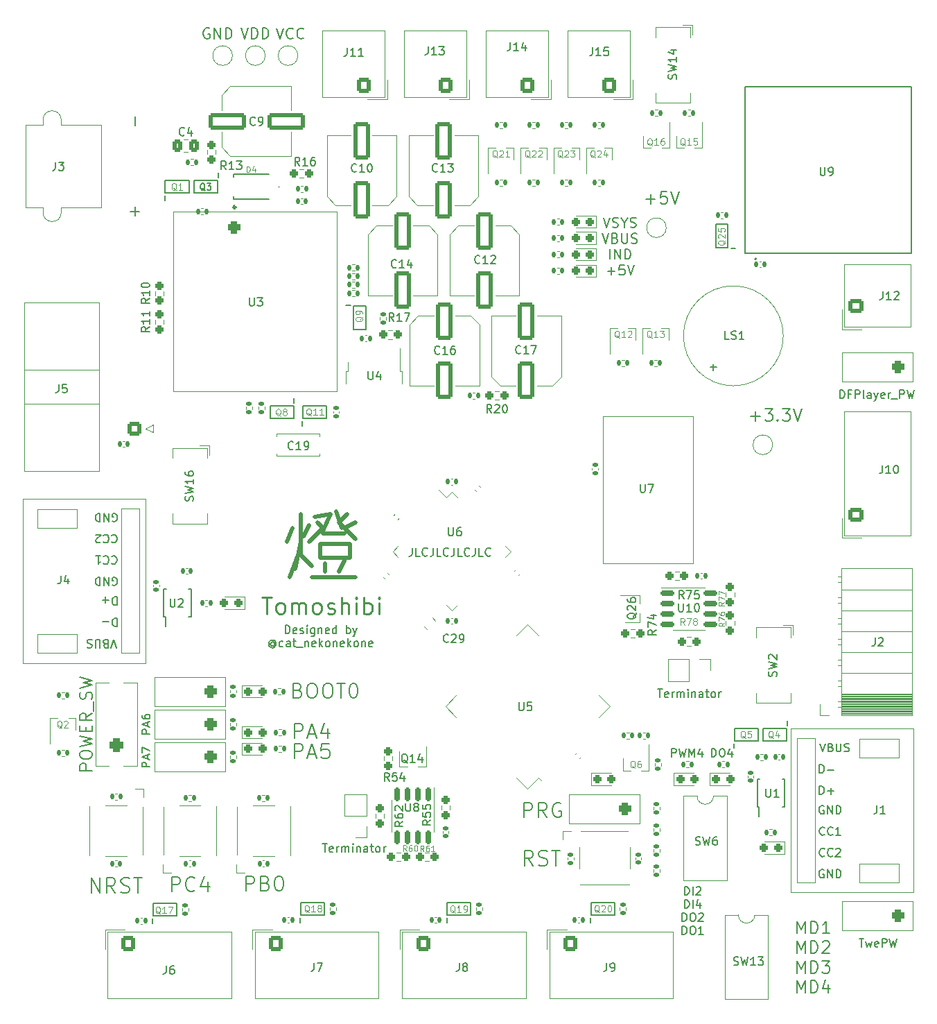
<source format=gbr>
%TF.GenerationSoftware,KiCad,Pcbnew,(6.0.11)*%
%TF.CreationDate,2023-09-12T01:08:27+09:00*%
%TF.ProjectId,Main,4d61696e-2e6b-4696-9361-645f70636258,rev?*%
%TF.SameCoordinates,Original*%
%TF.FileFunction,Legend,Top*%
%TF.FilePolarity,Positive*%
%FSLAX46Y46*%
G04 Gerber Fmt 4.6, Leading zero omitted, Abs format (unit mm)*
G04 Created by KiCad (PCBNEW (6.0.11)) date 2023-09-12 01:08:27*
%MOMM*%
%LPD*%
G01*
G04 APERTURE LIST*
G04 Aperture macros list*
%AMRoundRect*
0 Rectangle with rounded corners*
0 $1 Rounding radius*
0 $2 $3 $4 $5 $6 $7 $8 $9 X,Y pos of 4 corners*
0 Add a 4 corners polygon primitive as box body*
4,1,4,$2,$3,$4,$5,$6,$7,$8,$9,$2,$3,0*
0 Add four circle primitives for the rounded corners*
1,1,$1+$1,$2,$3*
1,1,$1+$1,$4,$5*
1,1,$1+$1,$6,$7*
1,1,$1+$1,$8,$9*
0 Add four rect primitives between the rounded corners*
20,1,$1+$1,$2,$3,$4,$5,0*
20,1,$1+$1,$4,$5,$6,$7,0*
20,1,$1+$1,$6,$7,$8,$9,0*
20,1,$1+$1,$8,$9,$2,$3,0*%
%AMHorizOval*
0 Thick line with rounded ends*
0 $1 width*
0 $2 $3 position (X,Y) of the first rounded end (center of the circle)*
0 $4 $5 position (X,Y) of the second rounded end (center of the circle)*
0 Add line between two ends*
20,1,$1,$2,$3,$4,$5,0*
0 Add two circle primitives to create the rounded ends*
1,1,$1,$2,$3*
1,1,$1,$4,$5*%
G04 Aperture macros list end*
%ADD10C,0.180000*%
%ADD11C,0.150000*%
%ADD12C,0.210000*%
%ADD13C,0.160000*%
%ADD14C,0.470000*%
%ADD15C,0.230000*%
%ADD16C,0.120000*%
%ADD17C,0.130000*%
%ADD18C,0.110000*%
%ADD19C,0.200000*%
%ADD20C,0.314000*%
%ADD21C,0.100000*%
%ADD22C,0.127000*%
%ADD23RoundRect,0.135000X-0.185000X0.135000X-0.185000X-0.135000X0.185000X-0.135000X0.185000X0.135000X0*%
%ADD24RoundRect,0.381000X-0.381000X0.381000X-0.381000X-0.381000X0.381000X-0.381000X0.381000X0.381000X0*%
%ADD25C,1.524000*%
%ADD26RoundRect,0.140000X-0.140000X-0.170000X0.140000X-0.170000X0.140000X0.170000X-0.140000X0.170000X0*%
%ADD27RoundRect,0.140000X-0.219203X-0.021213X-0.021213X-0.219203X0.219203X0.021213X0.021213X0.219203X0*%
%ADD28R,0.800000X1.900000*%
%ADD29RoundRect,0.135000X-0.135000X-0.185000X0.135000X-0.185000X0.135000X0.185000X-0.135000X0.185000X0*%
%ADD30RoundRect,0.140000X0.140000X0.170000X-0.140000X0.170000X-0.140000X-0.170000X0.140000X-0.170000X0*%
%ADD31RoundRect,0.250000X0.600000X0.675000X-0.600000X0.675000X-0.600000X-0.675000X0.600000X-0.675000X0*%
%ADD32O,1.700000X1.850000*%
%ADD33C,2.000000*%
%ADD34RoundRect,0.135000X0.135000X0.185000X-0.135000X0.185000X-0.135000X-0.185000X0.135000X-0.185000X0*%
%ADD35RoundRect,0.140000X-0.170000X0.140000X-0.170000X-0.140000X0.170000X-0.140000X0.170000X0.140000X0*%
%ADD36R,1.600000X1.400000*%
%ADD37RoundRect,0.237500X-0.250000X-0.237500X0.250000X-0.237500X0.250000X0.237500X-0.250000X0.237500X0*%
%ADD38RoundRect,0.135000X0.185000X-0.135000X0.185000X0.135000X-0.185000X0.135000X-0.185000X-0.135000X0*%
%ADD39RoundRect,0.250001X-0.799999X1.999999X-0.799999X-1.999999X0.799999X-1.999999X0.799999X1.999999X0*%
%ADD40RoundRect,0.140000X0.170000X-0.140000X0.170000X0.140000X-0.170000X0.140000X-0.170000X-0.140000X0*%
%ADD41R,0.620000X0.575000*%
%ADD42R,1.700000X1.700000*%
%ADD43O,1.700000X1.700000*%
%ADD44RoundRect,0.250001X-1.999999X-0.799999X1.999999X-0.799999X1.999999X0.799999X-1.999999X0.799999X0*%
%ADD45RoundRect,0.237500X-0.287500X-0.237500X0.287500X-0.237500X0.287500X0.237500X-0.287500X0.237500X0*%
%ADD46RoundRect,0.237500X-0.237500X0.250000X-0.237500X-0.250000X0.237500X-0.250000X0.237500X0.250000X0*%
%ADD47RoundRect,0.237500X0.237500X-0.250000X0.237500X0.250000X-0.237500X0.250000X-0.237500X-0.250000X0*%
%ADD48RoundRect,0.140000X0.021213X-0.219203X0.219203X-0.021213X-0.021213X0.219203X-0.219203X0.021213X0*%
%ADD49R,1.600000X1.600000*%
%ADD50O,1.600000X1.600000*%
%ADD51C,3.200000*%
%ADD52RoundRect,0.237500X0.250000X0.237500X-0.250000X0.237500X-0.250000X-0.237500X0.250000X-0.237500X0*%
%ADD53RoundRect,0.250000X-0.600000X-0.675000X0.600000X-0.675000X0.600000X0.675000X-0.600000X0.675000X0*%
%ADD54RoundRect,0.250001X0.799999X-1.999999X0.799999X1.999999X-0.799999X1.999999X-0.799999X-1.999999X0*%
%ADD55RoundRect,0.237500X0.287500X0.237500X-0.287500X0.237500X-0.287500X-0.237500X0.287500X-0.237500X0*%
%ADD56R,1.400000X1.400000*%
%ADD57C,1.400000*%
%ADD58RoundRect,0.250000X0.675000X-0.600000X0.675000X0.600000X-0.675000X0.600000X-0.675000X-0.600000X0*%
%ADD59O,1.850000X1.700000*%
%ADD60RoundRect,0.140000X-0.021213X0.219203X-0.219203X0.021213X0.021213X-0.219203X0.219203X-0.021213X0*%
%ADD61RoundRect,0.140000X0.219203X0.021213X0.021213X0.219203X-0.219203X-0.021213X-0.021213X-0.219203X0*%
%ADD62R,1.200000X2.200000*%
%ADD63R,5.800000X6.400000*%
%ADD64R,1.524000X1.524000*%
%ADD65RoundRect,0.250000X0.600000X0.600000X-0.600000X0.600000X-0.600000X-0.600000X0.600000X-0.600000X0*%
%ADD66C,1.700000*%
%ADD67RoundRect,0.381000X0.381000X-0.381000X0.381000X0.381000X-0.381000X0.381000X-0.381000X-0.381000X0*%
%ADD68R,1.800000X0.800000*%
%ADD69R,0.800000X1.800000*%
%ADD70R,3.400000X2.600000*%
%ADD71R,1.500000X2.000000*%
%ADD72R,0.300000X1.400000*%
%ADD73R,1.400000X1.600000*%
%ADD74RoundRect,0.075000X-0.548008X0.441942X0.441942X-0.548008X0.548008X-0.441942X-0.441942X0.548008X0*%
%ADD75RoundRect,0.075000X-0.548008X-0.441942X-0.441942X-0.548008X0.548008X0.441942X0.441942X0.548008X0*%
%ADD76RoundRect,0.150000X-0.150000X0.675000X-0.150000X-0.675000X0.150000X-0.675000X0.150000X0.675000X0*%
%ADD77R,3.500000X3.500000*%
%ADD78C,3.500000*%
%ADD79R,0.575000X0.620000*%
%ADD80RoundRect,0.425000X0.425000X0.425000X-0.425000X0.425000X-0.425000X-0.425000X0.425000X-0.425000X0*%
%ADD81R,2.000000X2.000000*%
%ADD82RoundRect,0.250000X0.574524X0.097227X0.097227X0.574524X-0.574524X-0.097227X-0.097227X-0.574524X0*%
%ADD83R,1.308000X1.308000*%
%ADD84C,1.308000*%
%ADD85O,3.100000X4.300000*%
%ADD86HorizOval,0.900000X-0.176777X0.176777X0.176777X-0.176777X0*%
%ADD87HorizOval,0.900000X0.176777X0.176777X-0.176777X-0.176777X0*%
%ADD88HorizOval,0.900000X0.106066X0.106066X-0.106066X-0.106066X0*%
%ADD89RoundRect,0.250000X-0.337500X-0.475000X0.337500X-0.475000X0.337500X0.475000X-0.337500X0.475000X0*%
%ADD90C,1.600000*%
%ADD91RoundRect,0.150000X-0.675000X-0.150000X0.675000X-0.150000X0.675000X0.150000X-0.675000X0.150000X0*%
G04 APERTURE END LIST*
D10*
X188480000Y-97777142D02*
X189622857Y-97777142D01*
X189051428Y-98348571D02*
X189051428Y-97205714D01*
X190194285Y-96848571D02*
X191122857Y-96848571D01*
X190622857Y-97420000D01*
X190837142Y-97420000D01*
X190980000Y-97491428D01*
X191051428Y-97562857D01*
X191122857Y-97705714D01*
X191122857Y-98062857D01*
X191051428Y-98205714D01*
X190980000Y-98277142D01*
X190837142Y-98348571D01*
X190408571Y-98348571D01*
X190265714Y-98277142D01*
X190194285Y-98205714D01*
X191765714Y-98205714D02*
X191837142Y-98277142D01*
X191765714Y-98348571D01*
X191694285Y-98277142D01*
X191765714Y-98205714D01*
X191765714Y-98348571D01*
X192337142Y-96848571D02*
X193265714Y-96848571D01*
X192765714Y-97420000D01*
X192980000Y-97420000D01*
X193122857Y-97491428D01*
X193194285Y-97562857D01*
X193265714Y-97705714D01*
X193265714Y-98062857D01*
X193194285Y-98205714D01*
X193122857Y-98277142D01*
X192980000Y-98348571D01*
X192551428Y-98348571D01*
X192408571Y-98277142D01*
X192337142Y-98205714D01*
X193694285Y-96848571D02*
X194194285Y-98348571D01*
X194694285Y-96848571D01*
D11*
X131596666Y-124277380D02*
X131596666Y-123277380D01*
X131834761Y-123277380D01*
X131977619Y-123325000D01*
X132072857Y-123420238D01*
X132120476Y-123515476D01*
X132168095Y-123705952D01*
X132168095Y-123848809D01*
X132120476Y-124039285D01*
X132072857Y-124134523D01*
X131977619Y-124229761D01*
X131834761Y-124277380D01*
X131596666Y-124277380D01*
X132977619Y-124229761D02*
X132882380Y-124277380D01*
X132691904Y-124277380D01*
X132596666Y-124229761D01*
X132549047Y-124134523D01*
X132549047Y-123753571D01*
X132596666Y-123658333D01*
X132691904Y-123610714D01*
X132882380Y-123610714D01*
X132977619Y-123658333D01*
X133025238Y-123753571D01*
X133025238Y-123848809D01*
X132549047Y-123944047D01*
X133406190Y-124229761D02*
X133501428Y-124277380D01*
X133691904Y-124277380D01*
X133787142Y-124229761D01*
X133834761Y-124134523D01*
X133834761Y-124086904D01*
X133787142Y-123991666D01*
X133691904Y-123944047D01*
X133549047Y-123944047D01*
X133453809Y-123896428D01*
X133406190Y-123801190D01*
X133406190Y-123753571D01*
X133453809Y-123658333D01*
X133549047Y-123610714D01*
X133691904Y-123610714D01*
X133787142Y-123658333D01*
X134263333Y-124277380D02*
X134263333Y-123610714D01*
X134263333Y-123277380D02*
X134215714Y-123325000D01*
X134263333Y-123372619D01*
X134310952Y-123325000D01*
X134263333Y-123277380D01*
X134263333Y-123372619D01*
X135168095Y-123610714D02*
X135168095Y-124420238D01*
X135120476Y-124515476D01*
X135072857Y-124563095D01*
X134977619Y-124610714D01*
X134834761Y-124610714D01*
X134739523Y-124563095D01*
X135168095Y-124229761D02*
X135072857Y-124277380D01*
X134882380Y-124277380D01*
X134787142Y-124229761D01*
X134739523Y-124182142D01*
X134691904Y-124086904D01*
X134691904Y-123801190D01*
X134739523Y-123705952D01*
X134787142Y-123658333D01*
X134882380Y-123610714D01*
X135072857Y-123610714D01*
X135168095Y-123658333D01*
X135644285Y-123610714D02*
X135644285Y-124277380D01*
X135644285Y-123705952D02*
X135691904Y-123658333D01*
X135787142Y-123610714D01*
X135930000Y-123610714D01*
X136025238Y-123658333D01*
X136072857Y-123753571D01*
X136072857Y-124277380D01*
X136930000Y-124229761D02*
X136834761Y-124277380D01*
X136644285Y-124277380D01*
X136549047Y-124229761D01*
X136501428Y-124134523D01*
X136501428Y-123753571D01*
X136549047Y-123658333D01*
X136644285Y-123610714D01*
X136834761Y-123610714D01*
X136930000Y-123658333D01*
X136977619Y-123753571D01*
X136977619Y-123848809D01*
X136501428Y-123944047D01*
X137834761Y-124277380D02*
X137834761Y-123277380D01*
X137834761Y-124229761D02*
X137739523Y-124277380D01*
X137549047Y-124277380D01*
X137453809Y-124229761D01*
X137406190Y-124182142D01*
X137358571Y-124086904D01*
X137358571Y-123801190D01*
X137406190Y-123705952D01*
X137453809Y-123658333D01*
X137549047Y-123610714D01*
X137739523Y-123610714D01*
X137834761Y-123658333D01*
X139072857Y-124277380D02*
X139072857Y-123277380D01*
X139072857Y-123658333D02*
X139168095Y-123610714D01*
X139358571Y-123610714D01*
X139453809Y-123658333D01*
X139501428Y-123705952D01*
X139549047Y-123801190D01*
X139549047Y-124086904D01*
X139501428Y-124182142D01*
X139453809Y-124229761D01*
X139358571Y-124277380D01*
X139168095Y-124277380D01*
X139072857Y-124229761D01*
X139882380Y-123610714D02*
X140120476Y-124277380D01*
X140358571Y-123610714D02*
X140120476Y-124277380D01*
X140025238Y-124515476D01*
X139977619Y-124563095D01*
X139882380Y-124610714D01*
X130239523Y-125411190D02*
X130191904Y-125363571D01*
X130096666Y-125315952D01*
X130001428Y-125315952D01*
X129906190Y-125363571D01*
X129858571Y-125411190D01*
X129810952Y-125506428D01*
X129810952Y-125601666D01*
X129858571Y-125696904D01*
X129906190Y-125744523D01*
X130001428Y-125792142D01*
X130096666Y-125792142D01*
X130191904Y-125744523D01*
X130239523Y-125696904D01*
X130239523Y-125315952D02*
X130239523Y-125696904D01*
X130287142Y-125744523D01*
X130334761Y-125744523D01*
X130430000Y-125696904D01*
X130477619Y-125601666D01*
X130477619Y-125363571D01*
X130382380Y-125220714D01*
X130239523Y-125125476D01*
X130049047Y-125077857D01*
X129858571Y-125125476D01*
X129715714Y-125220714D01*
X129620476Y-125363571D01*
X129572857Y-125554047D01*
X129620476Y-125744523D01*
X129715714Y-125887380D01*
X129858571Y-125982619D01*
X130049047Y-126030238D01*
X130239523Y-125982619D01*
X130382380Y-125887380D01*
X131334761Y-125839761D02*
X131239523Y-125887380D01*
X131049047Y-125887380D01*
X130953809Y-125839761D01*
X130906190Y-125792142D01*
X130858571Y-125696904D01*
X130858571Y-125411190D01*
X130906190Y-125315952D01*
X130953809Y-125268333D01*
X131049047Y-125220714D01*
X131239523Y-125220714D01*
X131334761Y-125268333D01*
X132191904Y-125887380D02*
X132191904Y-125363571D01*
X132144285Y-125268333D01*
X132049047Y-125220714D01*
X131858571Y-125220714D01*
X131763333Y-125268333D01*
X132191904Y-125839761D02*
X132096666Y-125887380D01*
X131858571Y-125887380D01*
X131763333Y-125839761D01*
X131715714Y-125744523D01*
X131715714Y-125649285D01*
X131763333Y-125554047D01*
X131858571Y-125506428D01*
X132096666Y-125506428D01*
X132191904Y-125458809D01*
X132525238Y-125220714D02*
X132906190Y-125220714D01*
X132668095Y-124887380D02*
X132668095Y-125744523D01*
X132715714Y-125839761D01*
X132810952Y-125887380D01*
X132906190Y-125887380D01*
X133001428Y-125982619D02*
X133763333Y-125982619D01*
X134001428Y-125220714D02*
X134001428Y-125887380D01*
X134001428Y-125315952D02*
X134049047Y-125268333D01*
X134144285Y-125220714D01*
X134287142Y-125220714D01*
X134382380Y-125268333D01*
X134430000Y-125363571D01*
X134430000Y-125887380D01*
X135287142Y-125839761D02*
X135191904Y-125887380D01*
X135001428Y-125887380D01*
X134906190Y-125839761D01*
X134858571Y-125744523D01*
X134858571Y-125363571D01*
X134906190Y-125268333D01*
X135001428Y-125220714D01*
X135191904Y-125220714D01*
X135287142Y-125268333D01*
X135334761Y-125363571D01*
X135334761Y-125458809D01*
X134858571Y-125554047D01*
X135763333Y-125887380D02*
X135763333Y-124887380D01*
X135858571Y-125506428D02*
X136144285Y-125887380D01*
X136144285Y-125220714D02*
X135763333Y-125601666D01*
X136715714Y-125887380D02*
X136620476Y-125839761D01*
X136572857Y-125792142D01*
X136525238Y-125696904D01*
X136525238Y-125411190D01*
X136572857Y-125315952D01*
X136620476Y-125268333D01*
X136715714Y-125220714D01*
X136858571Y-125220714D01*
X136953809Y-125268333D01*
X137001428Y-125315952D01*
X137049047Y-125411190D01*
X137049047Y-125696904D01*
X137001428Y-125792142D01*
X136953809Y-125839761D01*
X136858571Y-125887380D01*
X136715714Y-125887380D01*
X137477619Y-125220714D02*
X137477619Y-125887380D01*
X137477619Y-125315952D02*
X137525238Y-125268333D01*
X137620476Y-125220714D01*
X137763333Y-125220714D01*
X137858571Y-125268333D01*
X137906190Y-125363571D01*
X137906190Y-125887380D01*
X138763333Y-125839761D02*
X138668095Y-125887380D01*
X138477619Y-125887380D01*
X138382380Y-125839761D01*
X138334761Y-125744523D01*
X138334761Y-125363571D01*
X138382380Y-125268333D01*
X138477619Y-125220714D01*
X138668095Y-125220714D01*
X138763333Y-125268333D01*
X138810952Y-125363571D01*
X138810952Y-125458809D01*
X138334761Y-125554047D01*
X139239523Y-125887380D02*
X139239523Y-124887380D01*
X139334761Y-125506428D02*
X139620476Y-125887380D01*
X139620476Y-125220714D02*
X139239523Y-125601666D01*
X140191904Y-125887380D02*
X140096666Y-125839761D01*
X140049047Y-125792142D01*
X140001428Y-125696904D01*
X140001428Y-125411190D01*
X140049047Y-125315952D01*
X140096666Y-125268333D01*
X140191904Y-125220714D01*
X140334761Y-125220714D01*
X140430000Y-125268333D01*
X140477619Y-125315952D01*
X140525238Y-125411190D01*
X140525238Y-125696904D01*
X140477619Y-125792142D01*
X140430000Y-125839761D01*
X140334761Y-125887380D01*
X140191904Y-125887380D01*
X140953809Y-125220714D02*
X140953809Y-125887380D01*
X140953809Y-125315952D02*
X141001428Y-125268333D01*
X141096666Y-125220714D01*
X141239523Y-125220714D01*
X141334761Y-125268333D01*
X141382380Y-125363571D01*
X141382380Y-125887380D01*
X142239523Y-125839761D02*
X142144285Y-125887380D01*
X141953809Y-125887380D01*
X141858571Y-125839761D01*
X141810952Y-125744523D01*
X141810952Y-125363571D01*
X141858571Y-125268333D01*
X141953809Y-125220714D01*
X142144285Y-125220714D01*
X142239523Y-125268333D01*
X142287142Y-125363571D01*
X142287142Y-125458809D01*
X141810952Y-125554047D01*
X115072380Y-140546666D02*
X114072380Y-140546666D01*
X114072380Y-140165714D01*
X114120000Y-140070476D01*
X114167619Y-140022857D01*
X114262857Y-139975238D01*
X114405714Y-139975238D01*
X114500952Y-140022857D01*
X114548571Y-140070476D01*
X114596190Y-140165714D01*
X114596190Y-140546666D01*
X114786666Y-139594285D02*
X114786666Y-139118095D01*
X115072380Y-139689523D02*
X114072380Y-139356190D01*
X115072380Y-139022857D01*
X114072380Y-138784761D02*
X114072380Y-138118095D01*
X115072380Y-138546666D01*
X180383809Y-156157380D02*
X180383809Y-155157380D01*
X180621904Y-155157380D01*
X180764761Y-155205000D01*
X180860000Y-155300238D01*
X180907619Y-155395476D01*
X180955238Y-155585952D01*
X180955238Y-155728809D01*
X180907619Y-155919285D01*
X180860000Y-156014523D01*
X180764761Y-156109761D01*
X180621904Y-156157380D01*
X180383809Y-156157380D01*
X181383809Y-156157380D02*
X181383809Y-155157380D01*
X181812380Y-155252619D02*
X181860000Y-155205000D01*
X181955238Y-155157380D01*
X182193333Y-155157380D01*
X182288571Y-155205000D01*
X182336190Y-155252619D01*
X182383809Y-155347857D01*
X182383809Y-155443095D01*
X182336190Y-155585952D01*
X181764761Y-156157380D01*
X182383809Y-156157380D01*
X180383809Y-157767380D02*
X180383809Y-156767380D01*
X180621904Y-156767380D01*
X180764761Y-156815000D01*
X180860000Y-156910238D01*
X180907619Y-157005476D01*
X180955238Y-157195952D01*
X180955238Y-157338809D01*
X180907619Y-157529285D01*
X180860000Y-157624523D01*
X180764761Y-157719761D01*
X180621904Y-157767380D01*
X180383809Y-157767380D01*
X181383809Y-157767380D02*
X181383809Y-156767380D01*
X182288571Y-157100714D02*
X182288571Y-157767380D01*
X182050476Y-156719761D02*
X181812380Y-157434047D01*
X182431428Y-157434047D01*
X180098095Y-159377380D02*
X180098095Y-158377380D01*
X180336190Y-158377380D01*
X180479047Y-158425000D01*
X180574285Y-158520238D01*
X180621904Y-158615476D01*
X180669523Y-158805952D01*
X180669523Y-158948809D01*
X180621904Y-159139285D01*
X180574285Y-159234523D01*
X180479047Y-159329761D01*
X180336190Y-159377380D01*
X180098095Y-159377380D01*
X181288571Y-158377380D02*
X181479047Y-158377380D01*
X181574285Y-158425000D01*
X181669523Y-158520238D01*
X181717142Y-158710714D01*
X181717142Y-159044047D01*
X181669523Y-159234523D01*
X181574285Y-159329761D01*
X181479047Y-159377380D01*
X181288571Y-159377380D01*
X181193333Y-159329761D01*
X181098095Y-159234523D01*
X181050476Y-159044047D01*
X181050476Y-158710714D01*
X181098095Y-158520238D01*
X181193333Y-158425000D01*
X181288571Y-158377380D01*
X182098095Y-158472619D02*
X182145714Y-158425000D01*
X182240952Y-158377380D01*
X182479047Y-158377380D01*
X182574285Y-158425000D01*
X182621904Y-158472619D01*
X182669523Y-158567857D01*
X182669523Y-158663095D01*
X182621904Y-158805952D01*
X182050476Y-159377380D01*
X182669523Y-159377380D01*
X180098095Y-160987380D02*
X180098095Y-159987380D01*
X180336190Y-159987380D01*
X180479047Y-160035000D01*
X180574285Y-160130238D01*
X180621904Y-160225476D01*
X180669523Y-160415952D01*
X180669523Y-160558809D01*
X180621904Y-160749285D01*
X180574285Y-160844523D01*
X180479047Y-160939761D01*
X180336190Y-160987380D01*
X180098095Y-160987380D01*
X181288571Y-159987380D02*
X181479047Y-159987380D01*
X181574285Y-160035000D01*
X181669523Y-160130238D01*
X181717142Y-160320714D01*
X181717142Y-160654047D01*
X181669523Y-160844523D01*
X181574285Y-160939761D01*
X181479047Y-160987380D01*
X181288571Y-160987380D01*
X181193333Y-160939761D01*
X181098095Y-160844523D01*
X181050476Y-160654047D01*
X181050476Y-160320714D01*
X181098095Y-160130238D01*
X181193333Y-160035000D01*
X181288571Y-159987380D01*
X182669523Y-160987380D02*
X182098095Y-160987380D01*
X182383809Y-160987380D02*
X182383809Y-159987380D01*
X182288571Y-160130238D01*
X182193333Y-160225476D01*
X182098095Y-160273095D01*
D12*
X107922857Y-155894285D02*
X107922857Y-154094285D01*
X108951428Y-155894285D01*
X108951428Y-154094285D01*
X110837142Y-155894285D02*
X110237142Y-155037142D01*
X109808571Y-155894285D02*
X109808571Y-154094285D01*
X110494285Y-154094285D01*
X110665714Y-154180000D01*
X110751428Y-154265714D01*
X110837142Y-154437142D01*
X110837142Y-154694285D01*
X110751428Y-154865714D01*
X110665714Y-154951428D01*
X110494285Y-155037142D01*
X109808571Y-155037142D01*
X111522857Y-155808571D02*
X111780000Y-155894285D01*
X112208571Y-155894285D01*
X112380000Y-155808571D01*
X112465714Y-155722857D01*
X112551428Y-155551428D01*
X112551428Y-155380000D01*
X112465714Y-155208571D01*
X112380000Y-155122857D01*
X112208571Y-155037142D01*
X111865714Y-154951428D01*
X111694285Y-154865714D01*
X111608571Y-154780000D01*
X111522857Y-154608571D01*
X111522857Y-154437142D01*
X111608571Y-154265714D01*
X111694285Y-154180000D01*
X111865714Y-154094285D01*
X112294285Y-154094285D01*
X112551428Y-154180000D01*
X113065714Y-154094285D02*
X114094285Y-154094285D01*
X113580000Y-155894285D02*
X113580000Y-154094285D01*
D11*
X170452857Y-73514857D02*
X170852857Y-74714857D01*
X171252857Y-73514857D01*
X171595714Y-74657714D02*
X171767142Y-74714857D01*
X172052857Y-74714857D01*
X172167142Y-74657714D01*
X172224285Y-74600571D01*
X172281428Y-74486285D01*
X172281428Y-74372000D01*
X172224285Y-74257714D01*
X172167142Y-74200571D01*
X172052857Y-74143428D01*
X171824285Y-74086285D01*
X171710000Y-74029142D01*
X171652857Y-73972000D01*
X171595714Y-73857714D01*
X171595714Y-73743428D01*
X171652857Y-73629142D01*
X171710000Y-73572000D01*
X171824285Y-73514857D01*
X172110000Y-73514857D01*
X172281428Y-73572000D01*
X173024285Y-74143428D02*
X173024285Y-74714857D01*
X172624285Y-73514857D02*
X173024285Y-74143428D01*
X173424285Y-73514857D01*
X173767142Y-74657714D02*
X173938571Y-74714857D01*
X174224285Y-74714857D01*
X174338571Y-74657714D01*
X174395714Y-74600571D01*
X174452857Y-74486285D01*
X174452857Y-74372000D01*
X174395714Y-74257714D01*
X174338571Y-74200571D01*
X174224285Y-74143428D01*
X173995714Y-74086285D01*
X173881428Y-74029142D01*
X173824285Y-73972000D01*
X173767142Y-73857714D01*
X173767142Y-73743428D01*
X173824285Y-73629142D01*
X173881428Y-73572000D01*
X173995714Y-73514857D01*
X174281428Y-73514857D01*
X174452857Y-73572000D01*
X170310000Y-75446857D02*
X170710000Y-76646857D01*
X171110000Y-75446857D01*
X171910000Y-76018285D02*
X172081428Y-76075428D01*
X172138571Y-76132571D01*
X172195714Y-76246857D01*
X172195714Y-76418285D01*
X172138571Y-76532571D01*
X172081428Y-76589714D01*
X171967142Y-76646857D01*
X171510000Y-76646857D01*
X171510000Y-75446857D01*
X171910000Y-75446857D01*
X172024285Y-75504000D01*
X172081428Y-75561142D01*
X172138571Y-75675428D01*
X172138571Y-75789714D01*
X172081428Y-75904000D01*
X172024285Y-75961142D01*
X171910000Y-76018285D01*
X171510000Y-76018285D01*
X172710000Y-75446857D02*
X172710000Y-76418285D01*
X172767142Y-76532571D01*
X172824285Y-76589714D01*
X172938571Y-76646857D01*
X173167142Y-76646857D01*
X173281428Y-76589714D01*
X173338571Y-76532571D01*
X173395714Y-76418285D01*
X173395714Y-75446857D01*
X173910000Y-76589714D02*
X174081428Y-76646857D01*
X174367142Y-76646857D01*
X174481428Y-76589714D01*
X174538571Y-76532571D01*
X174595714Y-76418285D01*
X174595714Y-76304000D01*
X174538571Y-76189714D01*
X174481428Y-76132571D01*
X174367142Y-76075428D01*
X174138571Y-76018285D01*
X174024285Y-75961142D01*
X173967142Y-75904000D01*
X173910000Y-75789714D01*
X173910000Y-75675428D01*
X173967142Y-75561142D01*
X174024285Y-75504000D01*
X174138571Y-75446857D01*
X174424285Y-75446857D01*
X174595714Y-75504000D01*
X171281428Y-78578857D02*
X171281428Y-77378857D01*
X171852857Y-78578857D02*
X171852857Y-77378857D01*
X172538571Y-78578857D01*
X172538571Y-77378857D01*
X173110000Y-78578857D02*
X173110000Y-77378857D01*
X173395714Y-77378857D01*
X173567142Y-77436000D01*
X173681428Y-77550285D01*
X173738571Y-77664571D01*
X173795714Y-77893142D01*
X173795714Y-78064571D01*
X173738571Y-78293142D01*
X173681428Y-78407428D01*
X173567142Y-78521714D01*
X173395714Y-78578857D01*
X173110000Y-78578857D01*
X170967142Y-80053714D02*
X171881428Y-80053714D01*
X171424285Y-80510857D02*
X171424285Y-79596571D01*
X173024285Y-79310857D02*
X172452857Y-79310857D01*
X172395714Y-79882285D01*
X172452857Y-79825142D01*
X172567142Y-79768000D01*
X172852857Y-79768000D01*
X172967142Y-79825142D01*
X173024285Y-79882285D01*
X173081428Y-79996571D01*
X173081428Y-80282285D01*
X173024285Y-80396571D01*
X172967142Y-80453714D01*
X172852857Y-80510857D01*
X172567142Y-80510857D01*
X172452857Y-80453714D01*
X172395714Y-80396571D01*
X173424285Y-79310857D02*
X173824285Y-80510857D01*
X174224285Y-79310857D01*
D12*
X161884285Y-152584285D02*
X161284285Y-151727142D01*
X160855714Y-152584285D02*
X160855714Y-150784285D01*
X161541428Y-150784285D01*
X161712857Y-150870000D01*
X161798571Y-150955714D01*
X161884285Y-151127142D01*
X161884285Y-151384285D01*
X161798571Y-151555714D01*
X161712857Y-151641428D01*
X161541428Y-151727142D01*
X160855714Y-151727142D01*
X162570000Y-152498571D02*
X162827142Y-152584285D01*
X163255714Y-152584285D01*
X163427142Y-152498571D01*
X163512857Y-152412857D01*
X163598571Y-152241428D01*
X163598571Y-152070000D01*
X163512857Y-151898571D01*
X163427142Y-151812857D01*
X163255714Y-151727142D01*
X162912857Y-151641428D01*
X162741428Y-151555714D01*
X162655714Y-151470000D01*
X162570000Y-151298571D01*
X162570000Y-151127142D01*
X162655714Y-150955714D01*
X162741428Y-150870000D01*
X162912857Y-150784285D01*
X163341428Y-150784285D01*
X163598571Y-150870000D01*
X164112857Y-150784285D02*
X165141428Y-150784285D01*
X164627142Y-152584285D02*
X164627142Y-150784285D01*
D11*
X147100952Y-113822380D02*
X147100952Y-114536666D01*
X147053333Y-114679523D01*
X146958095Y-114774761D01*
X146815238Y-114822380D01*
X146720000Y-114822380D01*
X148053333Y-114822380D02*
X147577142Y-114822380D01*
X147577142Y-113822380D01*
X148958095Y-114727142D02*
X148910476Y-114774761D01*
X148767619Y-114822380D01*
X148672380Y-114822380D01*
X148529523Y-114774761D01*
X148434285Y-114679523D01*
X148386666Y-114584285D01*
X148339047Y-114393809D01*
X148339047Y-114250952D01*
X148386666Y-114060476D01*
X148434285Y-113965238D01*
X148529523Y-113870000D01*
X148672380Y-113822380D01*
X148767619Y-113822380D01*
X148910476Y-113870000D01*
X148958095Y-113917619D01*
X149672380Y-113822380D02*
X149672380Y-114536666D01*
X149624761Y-114679523D01*
X149529523Y-114774761D01*
X149386666Y-114822380D01*
X149291428Y-114822380D01*
X150624761Y-114822380D02*
X150148571Y-114822380D01*
X150148571Y-113822380D01*
X151529523Y-114727142D02*
X151481904Y-114774761D01*
X151339047Y-114822380D01*
X151243809Y-114822380D01*
X151100952Y-114774761D01*
X151005714Y-114679523D01*
X150958095Y-114584285D01*
X150910476Y-114393809D01*
X150910476Y-114250952D01*
X150958095Y-114060476D01*
X151005714Y-113965238D01*
X151100952Y-113870000D01*
X151243809Y-113822380D01*
X151339047Y-113822380D01*
X151481904Y-113870000D01*
X151529523Y-113917619D01*
X152243809Y-113822380D02*
X152243809Y-114536666D01*
X152196190Y-114679523D01*
X152100952Y-114774761D01*
X151958095Y-114822380D01*
X151862857Y-114822380D01*
X153196190Y-114822380D02*
X152720000Y-114822380D01*
X152720000Y-113822380D01*
X154100952Y-114727142D02*
X154053333Y-114774761D01*
X153910476Y-114822380D01*
X153815238Y-114822380D01*
X153672380Y-114774761D01*
X153577142Y-114679523D01*
X153529523Y-114584285D01*
X153481904Y-114393809D01*
X153481904Y-114250952D01*
X153529523Y-114060476D01*
X153577142Y-113965238D01*
X153672380Y-113870000D01*
X153815238Y-113822380D01*
X153910476Y-113822380D01*
X154053333Y-113870000D01*
X154100952Y-113917619D01*
X154815238Y-113822380D02*
X154815238Y-114536666D01*
X154767619Y-114679523D01*
X154672380Y-114774761D01*
X154529523Y-114822380D01*
X154434285Y-114822380D01*
X155767619Y-114822380D02*
X155291428Y-114822380D01*
X155291428Y-113822380D01*
X156672380Y-114727142D02*
X156624761Y-114774761D01*
X156481904Y-114822380D01*
X156386666Y-114822380D01*
X156243809Y-114774761D01*
X156148571Y-114679523D01*
X156100952Y-114584285D01*
X156053333Y-114393809D01*
X156053333Y-114250952D01*
X156100952Y-114060476D01*
X156148571Y-113965238D01*
X156243809Y-113870000D01*
X156386666Y-113822380D01*
X156481904Y-113822380D01*
X156624761Y-113870000D01*
X156672380Y-113917619D01*
D10*
X107998571Y-140987142D02*
X106498571Y-140987142D01*
X106498571Y-140415714D01*
X106570000Y-140272857D01*
X106641428Y-140201428D01*
X106784285Y-140130000D01*
X106998571Y-140130000D01*
X107141428Y-140201428D01*
X107212857Y-140272857D01*
X107284285Y-140415714D01*
X107284285Y-140987142D01*
X106498571Y-139201428D02*
X106498571Y-138915714D01*
X106570000Y-138772857D01*
X106712857Y-138630000D01*
X106998571Y-138558571D01*
X107498571Y-138558571D01*
X107784285Y-138630000D01*
X107927142Y-138772857D01*
X107998571Y-138915714D01*
X107998571Y-139201428D01*
X107927142Y-139344285D01*
X107784285Y-139487142D01*
X107498571Y-139558571D01*
X106998571Y-139558571D01*
X106712857Y-139487142D01*
X106570000Y-139344285D01*
X106498571Y-139201428D01*
X106498571Y-138058571D02*
X107998571Y-137701428D01*
X106927142Y-137415714D01*
X107998571Y-137130000D01*
X106498571Y-136772857D01*
X107212857Y-136201428D02*
X107212857Y-135701428D01*
X107998571Y-135487142D02*
X107998571Y-136201428D01*
X106498571Y-136201428D01*
X106498571Y-135487142D01*
X107998571Y-133987142D02*
X107284285Y-134487142D01*
X107998571Y-134844285D02*
X106498571Y-134844285D01*
X106498571Y-134272857D01*
X106570000Y-134130000D01*
X106641428Y-134058571D01*
X106784285Y-133987142D01*
X106998571Y-133987142D01*
X107141428Y-134058571D01*
X107212857Y-134130000D01*
X107284285Y-134272857D01*
X107284285Y-134844285D01*
X108141428Y-133701428D02*
X108141428Y-132558571D01*
X107927142Y-132272857D02*
X107998571Y-132058571D01*
X107998571Y-131701428D01*
X107927142Y-131558571D01*
X107855714Y-131487142D01*
X107712857Y-131415714D01*
X107570000Y-131415714D01*
X107427142Y-131487142D01*
X107355714Y-131558571D01*
X107284285Y-131701428D01*
X107212857Y-131987142D01*
X107141428Y-132130000D01*
X107070000Y-132201428D01*
X106927142Y-132272857D01*
X106784285Y-132272857D01*
X106641428Y-132201428D01*
X106570000Y-132130000D01*
X106498571Y-131987142D01*
X106498571Y-131630000D01*
X106570000Y-131415714D01*
X106498571Y-130915714D02*
X107998571Y-130558571D01*
X106927142Y-130272857D01*
X107998571Y-129987142D01*
X106498571Y-129630000D01*
D13*
X122329523Y-50440000D02*
X122205714Y-50378095D01*
X122020000Y-50378095D01*
X121834285Y-50440000D01*
X121710476Y-50563809D01*
X121648571Y-50687619D01*
X121586666Y-50935238D01*
X121586666Y-51120952D01*
X121648571Y-51368571D01*
X121710476Y-51492380D01*
X121834285Y-51616190D01*
X122020000Y-51678095D01*
X122143809Y-51678095D01*
X122329523Y-51616190D01*
X122391428Y-51554285D01*
X122391428Y-51120952D01*
X122143809Y-51120952D01*
X122948571Y-51678095D02*
X122948571Y-50378095D01*
X123691428Y-51678095D01*
X123691428Y-50378095D01*
X124310476Y-51678095D02*
X124310476Y-50378095D01*
X124620000Y-50378095D01*
X124805714Y-50440000D01*
X124929523Y-50563809D01*
X124991428Y-50687619D01*
X125053333Y-50935238D01*
X125053333Y-51120952D01*
X124991428Y-51368571D01*
X124929523Y-51492380D01*
X124805714Y-51616190D01*
X124620000Y-51678095D01*
X124310476Y-51678095D01*
D12*
X133170000Y-131191428D02*
X133427142Y-131277142D01*
X133512857Y-131362857D01*
X133598571Y-131534285D01*
X133598571Y-131791428D01*
X133512857Y-131962857D01*
X133427142Y-132048571D01*
X133255714Y-132134285D01*
X132570000Y-132134285D01*
X132570000Y-130334285D01*
X133170000Y-130334285D01*
X133341428Y-130420000D01*
X133427142Y-130505714D01*
X133512857Y-130677142D01*
X133512857Y-130848571D01*
X133427142Y-131020000D01*
X133341428Y-131105714D01*
X133170000Y-131191428D01*
X132570000Y-131191428D01*
X134712857Y-130334285D02*
X135055714Y-130334285D01*
X135227142Y-130420000D01*
X135398571Y-130591428D01*
X135484285Y-130934285D01*
X135484285Y-131534285D01*
X135398571Y-131877142D01*
X135227142Y-132048571D01*
X135055714Y-132134285D01*
X134712857Y-132134285D01*
X134541428Y-132048571D01*
X134370000Y-131877142D01*
X134284285Y-131534285D01*
X134284285Y-130934285D01*
X134370000Y-130591428D01*
X134541428Y-130420000D01*
X134712857Y-130334285D01*
X136598571Y-130334285D02*
X136941428Y-130334285D01*
X137112857Y-130420000D01*
X137284285Y-130591428D01*
X137370000Y-130934285D01*
X137370000Y-131534285D01*
X137284285Y-131877142D01*
X137112857Y-132048571D01*
X136941428Y-132134285D01*
X136598571Y-132134285D01*
X136427142Y-132048571D01*
X136255714Y-131877142D01*
X136170000Y-131534285D01*
X136170000Y-130934285D01*
X136255714Y-130591428D01*
X136427142Y-130420000D01*
X136598571Y-130334285D01*
X137884285Y-130334285D02*
X138912857Y-130334285D01*
X138398571Y-132134285D02*
X138398571Y-130334285D01*
X139855714Y-130334285D02*
X140027142Y-130334285D01*
X140198571Y-130420000D01*
X140284285Y-130505714D01*
X140370000Y-130677142D01*
X140455714Y-131020000D01*
X140455714Y-131448571D01*
X140370000Y-131791428D01*
X140284285Y-131962857D01*
X140198571Y-132048571D01*
X140027142Y-132134285D01*
X139855714Y-132134285D01*
X139684285Y-132048571D01*
X139598571Y-131962857D01*
X139512857Y-131791428D01*
X139427142Y-131448571D01*
X139427142Y-131020000D01*
X139512857Y-130677142D01*
X139598571Y-130505714D01*
X139684285Y-130420000D01*
X139855714Y-130334285D01*
X132730000Y-139494285D02*
X132730000Y-137694285D01*
X133415714Y-137694285D01*
X133587142Y-137780000D01*
X133672857Y-137865714D01*
X133758571Y-138037142D01*
X133758571Y-138294285D01*
X133672857Y-138465714D01*
X133587142Y-138551428D01*
X133415714Y-138637142D01*
X132730000Y-138637142D01*
X134444285Y-138980000D02*
X135301428Y-138980000D01*
X134272857Y-139494285D02*
X134872857Y-137694285D01*
X135472857Y-139494285D01*
X136930000Y-137694285D02*
X136072857Y-137694285D01*
X135987142Y-138551428D01*
X136072857Y-138465714D01*
X136244285Y-138380000D01*
X136672857Y-138380000D01*
X136844285Y-138465714D01*
X136930000Y-138551428D01*
X137015714Y-138722857D01*
X137015714Y-139151428D01*
X136930000Y-139322857D01*
X136844285Y-139408571D01*
X136672857Y-139494285D01*
X136244285Y-139494285D01*
X136072857Y-139408571D01*
X135987142Y-139322857D01*
X117741428Y-155794285D02*
X117741428Y-153994285D01*
X118427142Y-153994285D01*
X118598571Y-154080000D01*
X118684285Y-154165714D01*
X118770000Y-154337142D01*
X118770000Y-154594285D01*
X118684285Y-154765714D01*
X118598571Y-154851428D01*
X118427142Y-154937142D01*
X117741428Y-154937142D01*
X120570000Y-155622857D02*
X120484285Y-155708571D01*
X120227142Y-155794285D01*
X120055714Y-155794285D01*
X119798571Y-155708571D01*
X119627142Y-155537142D01*
X119541428Y-155365714D01*
X119455714Y-155022857D01*
X119455714Y-154765714D01*
X119541428Y-154422857D01*
X119627142Y-154251428D01*
X119798571Y-154080000D01*
X120055714Y-153994285D01*
X120227142Y-153994285D01*
X120484285Y-154080000D01*
X120570000Y-154165714D01*
X122112857Y-154594285D02*
X122112857Y-155794285D01*
X121684285Y-153908571D02*
X121255714Y-155194285D01*
X122370000Y-155194285D01*
X126801428Y-155684285D02*
X126801428Y-153884285D01*
X127487142Y-153884285D01*
X127658571Y-153970000D01*
X127744285Y-154055714D01*
X127830000Y-154227142D01*
X127830000Y-154484285D01*
X127744285Y-154655714D01*
X127658571Y-154741428D01*
X127487142Y-154827142D01*
X126801428Y-154827142D01*
X129201428Y-154741428D02*
X129458571Y-154827142D01*
X129544285Y-154912857D01*
X129630000Y-155084285D01*
X129630000Y-155341428D01*
X129544285Y-155512857D01*
X129458571Y-155598571D01*
X129287142Y-155684285D01*
X128601428Y-155684285D01*
X128601428Y-153884285D01*
X129201428Y-153884285D01*
X129372857Y-153970000D01*
X129458571Y-154055714D01*
X129544285Y-154227142D01*
X129544285Y-154398571D01*
X129458571Y-154570000D01*
X129372857Y-154655714D01*
X129201428Y-154741428D01*
X128601428Y-154741428D01*
X130744285Y-153884285D02*
X130915714Y-153884285D01*
X131087142Y-153970000D01*
X131172857Y-154055714D01*
X131258571Y-154227142D01*
X131344285Y-154570000D01*
X131344285Y-154998571D01*
X131258571Y-155341428D01*
X131172857Y-155512857D01*
X131087142Y-155598571D01*
X130915714Y-155684285D01*
X130744285Y-155684285D01*
X130572857Y-155598571D01*
X130487142Y-155512857D01*
X130401428Y-155341428D01*
X130315714Y-154998571D01*
X130315714Y-154570000D01*
X130401428Y-154227142D01*
X130487142Y-154055714D01*
X130572857Y-153970000D01*
X130744285Y-153884285D01*
D11*
X183678095Y-139332380D02*
X183678095Y-138332380D01*
X183916190Y-138332380D01*
X184059047Y-138380000D01*
X184154285Y-138475238D01*
X184201904Y-138570476D01*
X184249523Y-138760952D01*
X184249523Y-138903809D01*
X184201904Y-139094285D01*
X184154285Y-139189523D01*
X184059047Y-139284761D01*
X183916190Y-139332380D01*
X183678095Y-139332380D01*
X184868571Y-138332380D02*
X185059047Y-138332380D01*
X185154285Y-138380000D01*
X185249523Y-138475238D01*
X185297142Y-138665714D01*
X185297142Y-138999047D01*
X185249523Y-139189523D01*
X185154285Y-139284761D01*
X185059047Y-139332380D01*
X184868571Y-139332380D01*
X184773333Y-139284761D01*
X184678095Y-139189523D01*
X184630476Y-138999047D01*
X184630476Y-138665714D01*
X184678095Y-138475238D01*
X184773333Y-138380000D01*
X184868571Y-138332380D01*
X186154285Y-138665714D02*
X186154285Y-139332380D01*
X185916190Y-138284761D02*
X185678095Y-138999047D01*
X186297142Y-138999047D01*
D14*
X136163333Y-112043333D02*
X138830000Y-112043333D01*
X135830000Y-115043333D02*
X139496666Y-115043333D01*
X134830000Y-117376666D02*
X140163333Y-117376666D01*
X135830000Y-113376666D02*
X135830000Y-115043333D01*
X135830000Y-113376666D02*
X139496666Y-113376666D01*
X139496666Y-115043333D01*
X133496666Y-109710000D02*
X133496666Y-114710000D01*
X134830000Y-116043333D01*
X138163333Y-110710000D02*
X140163333Y-112710000D01*
X140163333Y-110710000D02*
X138830000Y-111376666D01*
X135496666Y-110710000D02*
X136163333Y-111376666D01*
X134496666Y-113043333D01*
X139163333Y-109710000D02*
X138163333Y-110710000D01*
X136496666Y-115710000D02*
X136496666Y-116710000D01*
X137830000Y-109376666D02*
X138496666Y-111376666D01*
X138830000Y-115376666D02*
X138163333Y-116710000D01*
X134496666Y-111043333D02*
X133830000Y-112376666D01*
X133163333Y-114710000D02*
X132163333Y-117376666D01*
X135163333Y-110043333D02*
X137163333Y-109710000D01*
X136163333Y-111710000D01*
X132496666Y-111376666D02*
X131830000Y-113043333D01*
X133496666Y-113043333D02*
X132830000Y-116376666D01*
D11*
X201700476Y-161522380D02*
X202271904Y-161522380D01*
X201986190Y-162522380D02*
X201986190Y-161522380D01*
X202510000Y-161855714D02*
X202700476Y-162522380D01*
X202890952Y-162046190D01*
X203081428Y-162522380D01*
X203271904Y-161855714D01*
X204033809Y-162474761D02*
X203938571Y-162522380D01*
X203748095Y-162522380D01*
X203652857Y-162474761D01*
X203605238Y-162379523D01*
X203605238Y-161998571D01*
X203652857Y-161903333D01*
X203748095Y-161855714D01*
X203938571Y-161855714D01*
X204033809Y-161903333D01*
X204081428Y-161998571D01*
X204081428Y-162093809D01*
X203605238Y-162189047D01*
X204510000Y-162522380D02*
X204510000Y-161522380D01*
X204890952Y-161522380D01*
X204986190Y-161570000D01*
X205033809Y-161617619D01*
X205081428Y-161712857D01*
X205081428Y-161855714D01*
X205033809Y-161950952D01*
X204986190Y-161998571D01*
X204890952Y-162046190D01*
X204510000Y-162046190D01*
X205414761Y-161522380D02*
X205652857Y-162522380D01*
X205843333Y-161808095D01*
X206033809Y-162522380D01*
X206271904Y-161522380D01*
X199363809Y-95562380D02*
X199363809Y-94562380D01*
X199601904Y-94562380D01*
X199744761Y-94610000D01*
X199840000Y-94705238D01*
X199887619Y-94800476D01*
X199935238Y-94990952D01*
X199935238Y-95133809D01*
X199887619Y-95324285D01*
X199840000Y-95419523D01*
X199744761Y-95514761D01*
X199601904Y-95562380D01*
X199363809Y-95562380D01*
X200697142Y-95038571D02*
X200363809Y-95038571D01*
X200363809Y-95562380D02*
X200363809Y-94562380D01*
X200840000Y-94562380D01*
X201220952Y-95562380D02*
X201220952Y-94562380D01*
X201601904Y-94562380D01*
X201697142Y-94610000D01*
X201744761Y-94657619D01*
X201792380Y-94752857D01*
X201792380Y-94895714D01*
X201744761Y-94990952D01*
X201697142Y-95038571D01*
X201601904Y-95086190D01*
X201220952Y-95086190D01*
X202363809Y-95562380D02*
X202268571Y-95514761D01*
X202220952Y-95419523D01*
X202220952Y-94562380D01*
X203173333Y-95562380D02*
X203173333Y-95038571D01*
X203125714Y-94943333D01*
X203030476Y-94895714D01*
X202840000Y-94895714D01*
X202744761Y-94943333D01*
X203173333Y-95514761D02*
X203078095Y-95562380D01*
X202840000Y-95562380D01*
X202744761Y-95514761D01*
X202697142Y-95419523D01*
X202697142Y-95324285D01*
X202744761Y-95229047D01*
X202840000Y-95181428D01*
X203078095Y-95181428D01*
X203173333Y-95133809D01*
X203554285Y-94895714D02*
X203792380Y-95562380D01*
X204030476Y-94895714D02*
X203792380Y-95562380D01*
X203697142Y-95800476D01*
X203649523Y-95848095D01*
X203554285Y-95895714D01*
X204792380Y-95514761D02*
X204697142Y-95562380D01*
X204506666Y-95562380D01*
X204411428Y-95514761D01*
X204363809Y-95419523D01*
X204363809Y-95038571D01*
X204411428Y-94943333D01*
X204506666Y-94895714D01*
X204697142Y-94895714D01*
X204792380Y-94943333D01*
X204840000Y-95038571D01*
X204840000Y-95133809D01*
X204363809Y-95229047D01*
X205268571Y-95562380D02*
X205268571Y-94895714D01*
X205268571Y-95086190D02*
X205316190Y-94990952D01*
X205363809Y-94943333D01*
X205459047Y-94895714D01*
X205554285Y-94895714D01*
X205649523Y-95657619D02*
X206411428Y-95657619D01*
X206649523Y-95562380D02*
X206649523Y-94562380D01*
X207030476Y-94562380D01*
X207125714Y-94610000D01*
X207173333Y-94657619D01*
X207220952Y-94752857D01*
X207220952Y-94895714D01*
X207173333Y-94990952D01*
X207125714Y-95038571D01*
X207030476Y-95086190D01*
X206649523Y-95086190D01*
X207554285Y-94562380D02*
X207792380Y-95562380D01*
X207982857Y-94848095D01*
X208173333Y-95562380D01*
X208411428Y-94562380D01*
X136139047Y-149942380D02*
X136710476Y-149942380D01*
X136424761Y-150942380D02*
X136424761Y-149942380D01*
X137424761Y-150894761D02*
X137329523Y-150942380D01*
X137139047Y-150942380D01*
X137043809Y-150894761D01*
X136996190Y-150799523D01*
X136996190Y-150418571D01*
X137043809Y-150323333D01*
X137139047Y-150275714D01*
X137329523Y-150275714D01*
X137424761Y-150323333D01*
X137472380Y-150418571D01*
X137472380Y-150513809D01*
X136996190Y-150609047D01*
X137900952Y-150942380D02*
X137900952Y-150275714D01*
X137900952Y-150466190D02*
X137948571Y-150370952D01*
X137996190Y-150323333D01*
X138091428Y-150275714D01*
X138186666Y-150275714D01*
X138520000Y-150942380D02*
X138520000Y-150275714D01*
X138520000Y-150370952D02*
X138567619Y-150323333D01*
X138662857Y-150275714D01*
X138805714Y-150275714D01*
X138900952Y-150323333D01*
X138948571Y-150418571D01*
X138948571Y-150942380D01*
X138948571Y-150418571D02*
X138996190Y-150323333D01*
X139091428Y-150275714D01*
X139234285Y-150275714D01*
X139329523Y-150323333D01*
X139377142Y-150418571D01*
X139377142Y-150942380D01*
X139853333Y-150942380D02*
X139853333Y-150275714D01*
X139853333Y-149942380D02*
X139805714Y-149990000D01*
X139853333Y-150037619D01*
X139900952Y-149990000D01*
X139853333Y-149942380D01*
X139853333Y-150037619D01*
X140329523Y-150275714D02*
X140329523Y-150942380D01*
X140329523Y-150370952D02*
X140377142Y-150323333D01*
X140472380Y-150275714D01*
X140615238Y-150275714D01*
X140710476Y-150323333D01*
X140758095Y-150418571D01*
X140758095Y-150942380D01*
X141662857Y-150942380D02*
X141662857Y-150418571D01*
X141615238Y-150323333D01*
X141520000Y-150275714D01*
X141329523Y-150275714D01*
X141234285Y-150323333D01*
X141662857Y-150894761D02*
X141567619Y-150942380D01*
X141329523Y-150942380D01*
X141234285Y-150894761D01*
X141186666Y-150799523D01*
X141186666Y-150704285D01*
X141234285Y-150609047D01*
X141329523Y-150561428D01*
X141567619Y-150561428D01*
X141662857Y-150513809D01*
X141996190Y-150275714D02*
X142377142Y-150275714D01*
X142139047Y-149942380D02*
X142139047Y-150799523D01*
X142186666Y-150894761D01*
X142281904Y-150942380D01*
X142377142Y-150942380D01*
X142853333Y-150942380D02*
X142758095Y-150894761D01*
X142710476Y-150847142D01*
X142662857Y-150751904D01*
X142662857Y-150466190D01*
X142710476Y-150370952D01*
X142758095Y-150323333D01*
X142853333Y-150275714D01*
X142996190Y-150275714D01*
X143091428Y-150323333D01*
X143139047Y-150370952D01*
X143186666Y-150466190D01*
X143186666Y-150751904D01*
X143139047Y-150847142D01*
X143091428Y-150894761D01*
X142996190Y-150942380D01*
X142853333Y-150942380D01*
X143615238Y-150942380D02*
X143615238Y-150275714D01*
X143615238Y-150466190D02*
X143662857Y-150370952D01*
X143710476Y-150323333D01*
X143805714Y-150275714D01*
X143900952Y-150275714D01*
D12*
X160738571Y-146684285D02*
X160738571Y-144884285D01*
X161424285Y-144884285D01*
X161595714Y-144970000D01*
X161681428Y-145055714D01*
X161767142Y-145227142D01*
X161767142Y-145484285D01*
X161681428Y-145655714D01*
X161595714Y-145741428D01*
X161424285Y-145827142D01*
X160738571Y-145827142D01*
X163567142Y-146684285D02*
X162967142Y-145827142D01*
X162538571Y-146684285D02*
X162538571Y-144884285D01*
X163224285Y-144884285D01*
X163395714Y-144970000D01*
X163481428Y-145055714D01*
X163567142Y-145227142D01*
X163567142Y-145484285D01*
X163481428Y-145655714D01*
X163395714Y-145741428D01*
X163224285Y-145827142D01*
X162538571Y-145827142D01*
X165281428Y-144970000D02*
X165110000Y-144884285D01*
X164852857Y-144884285D01*
X164595714Y-144970000D01*
X164424285Y-145141428D01*
X164338571Y-145312857D01*
X164252857Y-145655714D01*
X164252857Y-145912857D01*
X164338571Y-146255714D01*
X164424285Y-146427142D01*
X164595714Y-146598571D01*
X164852857Y-146684285D01*
X165024285Y-146684285D01*
X165281428Y-146598571D01*
X165367142Y-146512857D01*
X165367142Y-145912857D01*
X165024285Y-145912857D01*
D15*
X128764285Y-119864761D02*
X129907142Y-119864761D01*
X129335714Y-121864761D02*
X129335714Y-119864761D01*
X130859523Y-121864761D02*
X130669047Y-121769523D01*
X130573809Y-121674285D01*
X130478571Y-121483809D01*
X130478571Y-120912380D01*
X130573809Y-120721904D01*
X130669047Y-120626666D01*
X130859523Y-120531428D01*
X131145238Y-120531428D01*
X131335714Y-120626666D01*
X131430952Y-120721904D01*
X131526190Y-120912380D01*
X131526190Y-121483809D01*
X131430952Y-121674285D01*
X131335714Y-121769523D01*
X131145238Y-121864761D01*
X130859523Y-121864761D01*
X132383333Y-121864761D02*
X132383333Y-120531428D01*
X132383333Y-120721904D02*
X132478571Y-120626666D01*
X132669047Y-120531428D01*
X132954761Y-120531428D01*
X133145238Y-120626666D01*
X133240476Y-120817142D01*
X133240476Y-121864761D01*
X133240476Y-120817142D02*
X133335714Y-120626666D01*
X133526190Y-120531428D01*
X133811904Y-120531428D01*
X134002380Y-120626666D01*
X134097619Y-120817142D01*
X134097619Y-121864761D01*
X135335714Y-121864761D02*
X135145238Y-121769523D01*
X135050000Y-121674285D01*
X134954761Y-121483809D01*
X134954761Y-120912380D01*
X135050000Y-120721904D01*
X135145238Y-120626666D01*
X135335714Y-120531428D01*
X135621428Y-120531428D01*
X135811904Y-120626666D01*
X135907142Y-120721904D01*
X136002380Y-120912380D01*
X136002380Y-121483809D01*
X135907142Y-121674285D01*
X135811904Y-121769523D01*
X135621428Y-121864761D01*
X135335714Y-121864761D01*
X136764285Y-121769523D02*
X136954761Y-121864761D01*
X137335714Y-121864761D01*
X137526190Y-121769523D01*
X137621428Y-121579047D01*
X137621428Y-121483809D01*
X137526190Y-121293333D01*
X137335714Y-121198095D01*
X137050000Y-121198095D01*
X136859523Y-121102857D01*
X136764285Y-120912380D01*
X136764285Y-120817142D01*
X136859523Y-120626666D01*
X137050000Y-120531428D01*
X137335714Y-120531428D01*
X137526190Y-120626666D01*
X138478571Y-121864761D02*
X138478571Y-119864761D01*
X139335714Y-121864761D02*
X139335714Y-120817142D01*
X139240476Y-120626666D01*
X139050000Y-120531428D01*
X138764285Y-120531428D01*
X138573809Y-120626666D01*
X138478571Y-120721904D01*
X140288095Y-121864761D02*
X140288095Y-120531428D01*
X140288095Y-119864761D02*
X140192857Y-119960000D01*
X140288095Y-120055238D01*
X140383333Y-119960000D01*
X140288095Y-119864761D01*
X140288095Y-120055238D01*
X141240476Y-121864761D02*
X141240476Y-119864761D01*
X141240476Y-120626666D02*
X141430952Y-120531428D01*
X141811904Y-120531428D01*
X142002380Y-120626666D01*
X142097619Y-120721904D01*
X142192857Y-120912380D01*
X142192857Y-121483809D01*
X142097619Y-121674285D01*
X142002380Y-121769523D01*
X141811904Y-121864761D01*
X141430952Y-121864761D01*
X141240476Y-121769523D01*
X143050000Y-121864761D02*
X143050000Y-120531428D01*
X143050000Y-119864761D02*
X142954761Y-119960000D01*
X143050000Y-120055238D01*
X143145238Y-119960000D01*
X143050000Y-119864761D01*
X143050000Y-120055238D01*
D13*
X130506666Y-50398095D02*
X130940000Y-51698095D01*
X131373333Y-50398095D01*
X132549523Y-51574285D02*
X132487619Y-51636190D01*
X132301904Y-51698095D01*
X132178095Y-51698095D01*
X131992380Y-51636190D01*
X131868571Y-51512380D01*
X131806666Y-51388571D01*
X131744761Y-51140952D01*
X131744761Y-50955238D01*
X131806666Y-50707619D01*
X131868571Y-50583809D01*
X131992380Y-50460000D01*
X132178095Y-50398095D01*
X132301904Y-50398095D01*
X132487619Y-50460000D01*
X132549523Y-50521904D01*
X133849523Y-51574285D02*
X133787619Y-51636190D01*
X133601904Y-51698095D01*
X133478095Y-51698095D01*
X133292380Y-51636190D01*
X133168571Y-51512380D01*
X133106666Y-51388571D01*
X133044761Y-51140952D01*
X133044761Y-50955238D01*
X133106666Y-50707619D01*
X133168571Y-50583809D01*
X133292380Y-50460000D01*
X133478095Y-50398095D01*
X133601904Y-50398095D01*
X133787619Y-50460000D01*
X133849523Y-50521904D01*
D12*
X132710000Y-137054285D02*
X132710000Y-135254285D01*
X133395714Y-135254285D01*
X133567142Y-135340000D01*
X133652857Y-135425714D01*
X133738571Y-135597142D01*
X133738571Y-135854285D01*
X133652857Y-136025714D01*
X133567142Y-136111428D01*
X133395714Y-136197142D01*
X132710000Y-136197142D01*
X134424285Y-136540000D02*
X135281428Y-136540000D01*
X134252857Y-137054285D02*
X134852857Y-135254285D01*
X135452857Y-137054285D01*
X136824285Y-135854285D02*
X136824285Y-137054285D01*
X136395714Y-135168571D02*
X135967142Y-136454285D01*
X137081428Y-136454285D01*
D10*
X175641428Y-71267142D02*
X176784285Y-71267142D01*
X176212857Y-71838571D02*
X176212857Y-70695714D01*
X178212857Y-70338571D02*
X177498571Y-70338571D01*
X177427142Y-71052857D01*
X177498571Y-70981428D01*
X177641428Y-70910000D01*
X177998571Y-70910000D01*
X178141428Y-70981428D01*
X178212857Y-71052857D01*
X178284285Y-71195714D01*
X178284285Y-71552857D01*
X178212857Y-71695714D01*
X178141428Y-71767142D01*
X177998571Y-71838571D01*
X177641428Y-71838571D01*
X177498571Y-71767142D01*
X177427142Y-71695714D01*
X178712857Y-70338571D02*
X179212857Y-71838571D01*
X179712857Y-70338571D01*
D11*
X177089047Y-131072380D02*
X177660476Y-131072380D01*
X177374761Y-132072380D02*
X177374761Y-131072380D01*
X178374761Y-132024761D02*
X178279523Y-132072380D01*
X178089047Y-132072380D01*
X177993809Y-132024761D01*
X177946190Y-131929523D01*
X177946190Y-131548571D01*
X177993809Y-131453333D01*
X178089047Y-131405714D01*
X178279523Y-131405714D01*
X178374761Y-131453333D01*
X178422380Y-131548571D01*
X178422380Y-131643809D01*
X177946190Y-131739047D01*
X178850952Y-132072380D02*
X178850952Y-131405714D01*
X178850952Y-131596190D02*
X178898571Y-131500952D01*
X178946190Y-131453333D01*
X179041428Y-131405714D01*
X179136666Y-131405714D01*
X179470000Y-132072380D02*
X179470000Y-131405714D01*
X179470000Y-131500952D02*
X179517619Y-131453333D01*
X179612857Y-131405714D01*
X179755714Y-131405714D01*
X179850952Y-131453333D01*
X179898571Y-131548571D01*
X179898571Y-132072380D01*
X179898571Y-131548571D02*
X179946190Y-131453333D01*
X180041428Y-131405714D01*
X180184285Y-131405714D01*
X180279523Y-131453333D01*
X180327142Y-131548571D01*
X180327142Y-132072380D01*
X180803333Y-132072380D02*
X180803333Y-131405714D01*
X180803333Y-131072380D02*
X180755714Y-131120000D01*
X180803333Y-131167619D01*
X180850952Y-131120000D01*
X180803333Y-131072380D01*
X180803333Y-131167619D01*
X181279523Y-131405714D02*
X181279523Y-132072380D01*
X181279523Y-131500952D02*
X181327142Y-131453333D01*
X181422380Y-131405714D01*
X181565238Y-131405714D01*
X181660476Y-131453333D01*
X181708095Y-131548571D01*
X181708095Y-132072380D01*
X182612857Y-132072380D02*
X182612857Y-131548571D01*
X182565238Y-131453333D01*
X182470000Y-131405714D01*
X182279523Y-131405714D01*
X182184285Y-131453333D01*
X182612857Y-132024761D02*
X182517619Y-132072380D01*
X182279523Y-132072380D01*
X182184285Y-132024761D01*
X182136666Y-131929523D01*
X182136666Y-131834285D01*
X182184285Y-131739047D01*
X182279523Y-131691428D01*
X182517619Y-131691428D01*
X182612857Y-131643809D01*
X182946190Y-131405714D02*
X183327142Y-131405714D01*
X183089047Y-131072380D02*
X183089047Y-131929523D01*
X183136666Y-132024761D01*
X183231904Y-132072380D01*
X183327142Y-132072380D01*
X183803333Y-132072380D02*
X183708095Y-132024761D01*
X183660476Y-131977142D01*
X183612857Y-131881904D01*
X183612857Y-131596190D01*
X183660476Y-131500952D01*
X183708095Y-131453333D01*
X183803333Y-131405714D01*
X183946190Y-131405714D01*
X184041428Y-131453333D01*
X184089047Y-131500952D01*
X184136666Y-131596190D01*
X184136666Y-131881904D01*
X184089047Y-131977142D01*
X184041428Y-132024761D01*
X183946190Y-132072380D01*
X183803333Y-132072380D01*
X184565238Y-132072380D02*
X184565238Y-131405714D01*
X184565238Y-131596190D02*
X184612857Y-131500952D01*
X184660476Y-131453333D01*
X184755714Y-131405714D01*
X184850952Y-131405714D01*
D10*
X194095714Y-160876071D02*
X194095714Y-159376071D01*
X194595714Y-160447500D01*
X195095714Y-159376071D01*
X195095714Y-160876071D01*
X195810000Y-160876071D02*
X195810000Y-159376071D01*
X196167142Y-159376071D01*
X196381428Y-159447500D01*
X196524285Y-159590357D01*
X196595714Y-159733214D01*
X196667142Y-160018928D01*
X196667142Y-160233214D01*
X196595714Y-160518928D01*
X196524285Y-160661785D01*
X196381428Y-160804642D01*
X196167142Y-160876071D01*
X195810000Y-160876071D01*
X198095714Y-160876071D02*
X197238571Y-160876071D01*
X197667142Y-160876071D02*
X197667142Y-159376071D01*
X197524285Y-159590357D01*
X197381428Y-159733214D01*
X197238571Y-159804642D01*
X194095714Y-163291071D02*
X194095714Y-161791071D01*
X194595714Y-162862500D01*
X195095714Y-161791071D01*
X195095714Y-163291071D01*
X195810000Y-163291071D02*
X195810000Y-161791071D01*
X196167142Y-161791071D01*
X196381428Y-161862500D01*
X196524285Y-162005357D01*
X196595714Y-162148214D01*
X196667142Y-162433928D01*
X196667142Y-162648214D01*
X196595714Y-162933928D01*
X196524285Y-163076785D01*
X196381428Y-163219642D01*
X196167142Y-163291071D01*
X195810000Y-163291071D01*
X197238571Y-161933928D02*
X197310000Y-161862500D01*
X197452857Y-161791071D01*
X197810000Y-161791071D01*
X197952857Y-161862500D01*
X198024285Y-161933928D01*
X198095714Y-162076785D01*
X198095714Y-162219642D01*
X198024285Y-162433928D01*
X197167142Y-163291071D01*
X198095714Y-163291071D01*
X194095714Y-165706071D02*
X194095714Y-164206071D01*
X194595714Y-165277500D01*
X195095714Y-164206071D01*
X195095714Y-165706071D01*
X195810000Y-165706071D02*
X195810000Y-164206071D01*
X196167142Y-164206071D01*
X196381428Y-164277500D01*
X196524285Y-164420357D01*
X196595714Y-164563214D01*
X196667142Y-164848928D01*
X196667142Y-165063214D01*
X196595714Y-165348928D01*
X196524285Y-165491785D01*
X196381428Y-165634642D01*
X196167142Y-165706071D01*
X195810000Y-165706071D01*
X197167142Y-164206071D02*
X198095714Y-164206071D01*
X197595714Y-164777500D01*
X197810000Y-164777500D01*
X197952857Y-164848928D01*
X198024285Y-164920357D01*
X198095714Y-165063214D01*
X198095714Y-165420357D01*
X198024285Y-165563214D01*
X197952857Y-165634642D01*
X197810000Y-165706071D01*
X197381428Y-165706071D01*
X197238571Y-165634642D01*
X197167142Y-165563214D01*
X194095714Y-168121071D02*
X194095714Y-166621071D01*
X194595714Y-167692500D01*
X195095714Y-166621071D01*
X195095714Y-168121071D01*
X195810000Y-168121071D02*
X195810000Y-166621071D01*
X196167142Y-166621071D01*
X196381428Y-166692500D01*
X196524285Y-166835357D01*
X196595714Y-166978214D01*
X196667142Y-167263928D01*
X196667142Y-167478214D01*
X196595714Y-167763928D01*
X196524285Y-167906785D01*
X196381428Y-168049642D01*
X196167142Y-168121071D01*
X195810000Y-168121071D01*
X197952857Y-167121071D02*
X197952857Y-168121071D01*
X197595714Y-166549642D02*
X197238571Y-167621071D01*
X198167142Y-167621071D01*
D11*
X178789047Y-139332380D02*
X178789047Y-138332380D01*
X179170000Y-138332380D01*
X179265238Y-138380000D01*
X179312857Y-138427619D01*
X179360476Y-138522857D01*
X179360476Y-138665714D01*
X179312857Y-138760952D01*
X179265238Y-138808571D01*
X179170000Y-138856190D01*
X178789047Y-138856190D01*
X179693809Y-138332380D02*
X179931904Y-139332380D01*
X180122380Y-138618095D01*
X180312857Y-139332380D01*
X180550952Y-138332380D01*
X180931904Y-139332380D02*
X180931904Y-138332380D01*
X181265238Y-139046666D01*
X181598571Y-138332380D01*
X181598571Y-139332380D01*
X182503333Y-138665714D02*
X182503333Y-139332380D01*
X182265238Y-138284761D02*
X182027142Y-138999047D01*
X182646190Y-138999047D01*
D13*
X126206666Y-50368095D02*
X126640000Y-51668095D01*
X127073333Y-50368095D01*
X127506666Y-51668095D02*
X127506666Y-50368095D01*
X127816190Y-50368095D01*
X128001904Y-50430000D01*
X128125714Y-50553809D01*
X128187619Y-50677619D01*
X128249523Y-50925238D01*
X128249523Y-51110952D01*
X128187619Y-51358571D01*
X128125714Y-51482380D01*
X128001904Y-51606190D01*
X127816190Y-51668095D01*
X127506666Y-51668095D01*
X128806666Y-51668095D02*
X128806666Y-50368095D01*
X129116190Y-50368095D01*
X129301904Y-50430000D01*
X129425714Y-50553809D01*
X129487619Y-50677619D01*
X129549523Y-50925238D01*
X129549523Y-51110952D01*
X129487619Y-51358571D01*
X129425714Y-51482380D01*
X129301904Y-51606190D01*
X129116190Y-51668095D01*
X128806666Y-51668095D01*
D11*
X115072380Y-136516666D02*
X114072380Y-136516666D01*
X114072380Y-136135714D01*
X114120000Y-136040476D01*
X114167619Y-135992857D01*
X114262857Y-135945238D01*
X114405714Y-135945238D01*
X114500952Y-135992857D01*
X114548571Y-136040476D01*
X114596190Y-136135714D01*
X114596190Y-136516666D01*
X114786666Y-135564285D02*
X114786666Y-135088095D01*
X115072380Y-135659523D02*
X114072380Y-135326190D01*
X115072380Y-134992857D01*
X114072380Y-134230952D02*
X114072380Y-134421428D01*
X114120000Y-134516666D01*
X114167619Y-134564285D01*
X114310476Y-134659523D01*
X114500952Y-134707142D01*
X114881904Y-134707142D01*
X114977142Y-134659523D01*
X115024761Y-134611904D01*
X115072380Y-134516666D01*
X115072380Y-134326190D01*
X115024761Y-134230952D01*
X114977142Y-134183333D01*
X114881904Y-134135714D01*
X114643809Y-134135714D01*
X114548571Y-134183333D01*
X114500952Y-134230952D01*
X114453333Y-134326190D01*
X114453333Y-134516666D01*
X114500952Y-134611904D01*
X114548571Y-134659523D01*
X114643809Y-134707142D01*
D16*
%TO.C,Q6*%
X174343809Y-140708095D02*
X174267619Y-140670000D01*
X174191428Y-140593809D01*
X174077142Y-140479523D01*
X174000952Y-140441428D01*
X173924761Y-140441428D01*
X173962857Y-140631904D02*
X173886666Y-140593809D01*
X173810476Y-140517619D01*
X173772380Y-140365238D01*
X173772380Y-140098571D01*
X173810476Y-139946190D01*
X173886666Y-139870000D01*
X173962857Y-139831904D01*
X174115238Y-139831904D01*
X174191428Y-139870000D01*
X174267619Y-139946190D01*
X174305714Y-140098571D01*
X174305714Y-140365238D01*
X174267619Y-140517619D01*
X174191428Y-140593809D01*
X174115238Y-140631904D01*
X173962857Y-140631904D01*
X174991428Y-139831904D02*
X174839047Y-139831904D01*
X174762857Y-139870000D01*
X174724761Y-139908095D01*
X174648571Y-140022380D01*
X174610476Y-140174761D01*
X174610476Y-140479523D01*
X174648571Y-140555714D01*
X174686666Y-140593809D01*
X174762857Y-140631904D01*
X174915238Y-140631904D01*
X174991428Y-140593809D01*
X175029523Y-140555714D01*
X175067619Y-140479523D01*
X175067619Y-140289047D01*
X175029523Y-140212857D01*
X174991428Y-140174761D01*
X174915238Y-140136666D01*
X174762857Y-140136666D01*
X174686666Y-140174761D01*
X174648571Y-140212857D01*
X174610476Y-140289047D01*
D11*
%TO.C,J14*%
X159090476Y-52132380D02*
X159090476Y-52846666D01*
X159042857Y-52989523D01*
X158947619Y-53084761D01*
X158804761Y-53132380D01*
X158709523Y-53132380D01*
X160090476Y-53132380D02*
X159519047Y-53132380D01*
X159804761Y-53132380D02*
X159804761Y-52132380D01*
X159709523Y-52275238D01*
X159614285Y-52370476D01*
X159519047Y-52418095D01*
X160947619Y-52465714D02*
X160947619Y-53132380D01*
X160709523Y-52084761D02*
X160471428Y-52799047D01*
X161090476Y-52799047D01*
%TO.C,R74*%
X176912380Y-123852857D02*
X176436190Y-124186190D01*
X176912380Y-124424285D02*
X175912380Y-124424285D01*
X175912380Y-124043333D01*
X175960000Y-123948095D01*
X176007619Y-123900476D01*
X176102857Y-123852857D01*
X176245714Y-123852857D01*
X176340952Y-123900476D01*
X176388571Y-123948095D01*
X176436190Y-124043333D01*
X176436190Y-124424285D01*
X175912380Y-123519523D02*
X175912380Y-122852857D01*
X176912380Y-123281428D01*
X176245714Y-122043333D02*
X176912380Y-122043333D01*
X175864761Y-122281428D02*
X176579047Y-122519523D01*
X176579047Y-121900476D01*
D16*
%TO.C,Q16*%
X176422857Y-64718095D02*
X176346666Y-64680000D01*
X176270476Y-64603809D01*
X176156190Y-64489523D01*
X176080000Y-64451428D01*
X176003809Y-64451428D01*
X176041904Y-64641904D02*
X175965714Y-64603809D01*
X175889523Y-64527619D01*
X175851428Y-64375238D01*
X175851428Y-64108571D01*
X175889523Y-63956190D01*
X175965714Y-63880000D01*
X176041904Y-63841904D01*
X176194285Y-63841904D01*
X176270476Y-63880000D01*
X176346666Y-63956190D01*
X176384761Y-64108571D01*
X176384761Y-64375238D01*
X176346666Y-64527619D01*
X176270476Y-64603809D01*
X176194285Y-64641904D01*
X176041904Y-64641904D01*
X177146666Y-64641904D02*
X176689523Y-64641904D01*
X176918095Y-64641904D02*
X176918095Y-63841904D01*
X176841904Y-63956190D01*
X176765714Y-64032380D01*
X176689523Y-64070476D01*
X177832380Y-63841904D02*
X177680000Y-63841904D01*
X177603809Y-63880000D01*
X177565714Y-63918095D01*
X177489523Y-64032380D01*
X177451428Y-64184761D01*
X177451428Y-64489523D01*
X177489523Y-64565714D01*
X177527619Y-64603809D01*
X177603809Y-64641904D01*
X177756190Y-64641904D01*
X177832380Y-64603809D01*
X177870476Y-64565714D01*
X177908571Y-64489523D01*
X177908571Y-64299047D01*
X177870476Y-64222857D01*
X177832380Y-64184761D01*
X177756190Y-64146666D01*
X177603809Y-64146666D01*
X177527619Y-64184761D01*
X177489523Y-64222857D01*
X177451428Y-64299047D01*
%TO.C,R78*%
X180385714Y-123231904D02*
X180119047Y-122850952D01*
X179928571Y-123231904D02*
X179928571Y-122431904D01*
X180233333Y-122431904D01*
X180309523Y-122470000D01*
X180347619Y-122508095D01*
X180385714Y-122584285D01*
X180385714Y-122698571D01*
X180347619Y-122774761D01*
X180309523Y-122812857D01*
X180233333Y-122850952D01*
X179928571Y-122850952D01*
X180652380Y-122431904D02*
X181185714Y-122431904D01*
X180842857Y-123231904D01*
X181604761Y-122774761D02*
X181528571Y-122736666D01*
X181490476Y-122698571D01*
X181452380Y-122622380D01*
X181452380Y-122584285D01*
X181490476Y-122508095D01*
X181528571Y-122470000D01*
X181604761Y-122431904D01*
X181757142Y-122431904D01*
X181833333Y-122470000D01*
X181871428Y-122508095D01*
X181909523Y-122584285D01*
X181909523Y-122622380D01*
X181871428Y-122698571D01*
X181833333Y-122736666D01*
X181757142Y-122774761D01*
X181604761Y-122774761D01*
X181528571Y-122812857D01*
X181490476Y-122850952D01*
X181452380Y-122927142D01*
X181452380Y-123079523D01*
X181490476Y-123155714D01*
X181528571Y-123193809D01*
X181604761Y-123231904D01*
X181757142Y-123231904D01*
X181833333Y-123193809D01*
X181871428Y-123155714D01*
X181909523Y-123079523D01*
X181909523Y-122927142D01*
X181871428Y-122850952D01*
X181833333Y-122812857D01*
X181757142Y-122774761D01*
D11*
%TO.C,C14*%
X145167142Y-79557142D02*
X145119523Y-79604761D01*
X144976666Y-79652380D01*
X144881428Y-79652380D01*
X144738571Y-79604761D01*
X144643333Y-79509523D01*
X144595714Y-79414285D01*
X144548095Y-79223809D01*
X144548095Y-79080952D01*
X144595714Y-78890476D01*
X144643333Y-78795238D01*
X144738571Y-78700000D01*
X144881428Y-78652380D01*
X144976666Y-78652380D01*
X145119523Y-78700000D01*
X145167142Y-78747619D01*
X146119523Y-79652380D02*
X145548095Y-79652380D01*
X145833809Y-79652380D02*
X145833809Y-78652380D01*
X145738571Y-78795238D01*
X145643333Y-78890476D01*
X145548095Y-78938095D01*
X146976666Y-78985714D02*
X146976666Y-79652380D01*
X146738571Y-78604761D02*
X146500476Y-79319047D01*
X147119523Y-79319047D01*
D16*
%TO.C,Q11*%
X134772857Y-97678095D02*
X134696666Y-97640000D01*
X134620476Y-97563809D01*
X134506190Y-97449523D01*
X134430000Y-97411428D01*
X134353809Y-97411428D01*
X134391904Y-97601904D02*
X134315714Y-97563809D01*
X134239523Y-97487619D01*
X134201428Y-97335238D01*
X134201428Y-97068571D01*
X134239523Y-96916190D01*
X134315714Y-96840000D01*
X134391904Y-96801904D01*
X134544285Y-96801904D01*
X134620476Y-96840000D01*
X134696666Y-96916190D01*
X134734761Y-97068571D01*
X134734761Y-97335238D01*
X134696666Y-97487619D01*
X134620476Y-97563809D01*
X134544285Y-97601904D01*
X134391904Y-97601904D01*
X135496666Y-97601904D02*
X135039523Y-97601904D01*
X135268095Y-97601904D02*
X135268095Y-96801904D01*
X135191904Y-96916190D01*
X135115714Y-96992380D01*
X135039523Y-97030476D01*
X136258571Y-97601904D02*
X135801428Y-97601904D01*
X136030000Y-97601904D02*
X136030000Y-96801904D01*
X135953809Y-96916190D01*
X135877619Y-96992380D01*
X135801428Y-97030476D01*
%TO.C,Q18*%
X134532857Y-158308095D02*
X134456666Y-158270000D01*
X134380476Y-158193809D01*
X134266190Y-158079523D01*
X134190000Y-158041428D01*
X134113809Y-158041428D01*
X134151904Y-158231904D02*
X134075714Y-158193809D01*
X133999523Y-158117619D01*
X133961428Y-157965238D01*
X133961428Y-157698571D01*
X133999523Y-157546190D01*
X134075714Y-157470000D01*
X134151904Y-157431904D01*
X134304285Y-157431904D01*
X134380476Y-157470000D01*
X134456666Y-157546190D01*
X134494761Y-157698571D01*
X134494761Y-157965238D01*
X134456666Y-158117619D01*
X134380476Y-158193809D01*
X134304285Y-158231904D01*
X134151904Y-158231904D01*
X135256666Y-158231904D02*
X134799523Y-158231904D01*
X135028095Y-158231904D02*
X135028095Y-157431904D01*
X134951904Y-157546190D01*
X134875714Y-157622380D01*
X134799523Y-157660476D01*
X135713809Y-157774761D02*
X135637619Y-157736666D01*
X135599523Y-157698571D01*
X135561428Y-157622380D01*
X135561428Y-157584285D01*
X135599523Y-157508095D01*
X135637619Y-157470000D01*
X135713809Y-157431904D01*
X135866190Y-157431904D01*
X135942380Y-157470000D01*
X135980476Y-157508095D01*
X136018571Y-157584285D01*
X136018571Y-157622380D01*
X135980476Y-157698571D01*
X135942380Y-157736666D01*
X135866190Y-157774761D01*
X135713809Y-157774761D01*
X135637619Y-157812857D01*
X135599523Y-157850952D01*
X135561428Y-157927142D01*
X135561428Y-158079523D01*
X135599523Y-158155714D01*
X135637619Y-158193809D01*
X135713809Y-158231904D01*
X135866190Y-158231904D01*
X135942380Y-158193809D01*
X135980476Y-158155714D01*
X136018571Y-158079523D01*
X136018571Y-157927142D01*
X135980476Y-157850952D01*
X135942380Y-157812857D01*
X135866190Y-157774761D01*
D11*
%TO.C,C9*%
X127913333Y-62147142D02*
X127865714Y-62194761D01*
X127722857Y-62242380D01*
X127627619Y-62242380D01*
X127484761Y-62194761D01*
X127389523Y-62099523D01*
X127341904Y-62004285D01*
X127294285Y-61813809D01*
X127294285Y-61670952D01*
X127341904Y-61480476D01*
X127389523Y-61385238D01*
X127484761Y-61290000D01*
X127627619Y-61242380D01*
X127722857Y-61242380D01*
X127865714Y-61290000D01*
X127913333Y-61337619D01*
X128389523Y-62242380D02*
X128580000Y-62242380D01*
X128675238Y-62194761D01*
X128722857Y-62147142D01*
X128818095Y-62004285D01*
X128865714Y-61813809D01*
X128865714Y-61432857D01*
X128818095Y-61337619D01*
X128770476Y-61290000D01*
X128675238Y-61242380D01*
X128484761Y-61242380D01*
X128389523Y-61290000D01*
X128341904Y-61337619D01*
X128294285Y-61432857D01*
X128294285Y-61670952D01*
X128341904Y-61766190D01*
X128389523Y-61813809D01*
X128484761Y-61861428D01*
X128675238Y-61861428D01*
X128770476Y-61813809D01*
X128818095Y-61766190D01*
X128865714Y-61670952D01*
%TO.C,R11*%
X115012380Y-86842857D02*
X114536190Y-87176190D01*
X115012380Y-87414285D02*
X114012380Y-87414285D01*
X114012380Y-87033333D01*
X114060000Y-86938095D01*
X114107619Y-86890476D01*
X114202857Y-86842857D01*
X114345714Y-86842857D01*
X114440952Y-86890476D01*
X114488571Y-86938095D01*
X114536190Y-87033333D01*
X114536190Y-87414285D01*
X115012380Y-85890476D02*
X115012380Y-86461904D01*
X115012380Y-86176190D02*
X114012380Y-86176190D01*
X114155238Y-86271428D01*
X114250476Y-86366666D01*
X114298095Y-86461904D01*
X115012380Y-84938095D02*
X115012380Y-85509523D01*
X115012380Y-85223809D02*
X114012380Y-85223809D01*
X114155238Y-85319047D01*
X114250476Y-85414285D01*
X114298095Y-85509523D01*
%TO.C,R55*%
X149362380Y-147042857D02*
X148886190Y-147376190D01*
X149362380Y-147614285D02*
X148362380Y-147614285D01*
X148362380Y-147233333D01*
X148410000Y-147138095D01*
X148457619Y-147090476D01*
X148552857Y-147042857D01*
X148695714Y-147042857D01*
X148790952Y-147090476D01*
X148838571Y-147138095D01*
X148886190Y-147233333D01*
X148886190Y-147614285D01*
X148362380Y-146138095D02*
X148362380Y-146614285D01*
X148838571Y-146661904D01*
X148790952Y-146614285D01*
X148743333Y-146519047D01*
X148743333Y-146280952D01*
X148790952Y-146185714D01*
X148838571Y-146138095D01*
X148933809Y-146090476D01*
X149171904Y-146090476D01*
X149267142Y-146138095D01*
X149314761Y-146185714D01*
X149362380Y-146280952D01*
X149362380Y-146519047D01*
X149314761Y-146614285D01*
X149267142Y-146661904D01*
X148362380Y-145185714D02*
X148362380Y-145661904D01*
X148838571Y-145709523D01*
X148790952Y-145661904D01*
X148743333Y-145566666D01*
X148743333Y-145328571D01*
X148790952Y-145233333D01*
X148838571Y-145185714D01*
X148933809Y-145138095D01*
X149171904Y-145138095D01*
X149267142Y-145185714D01*
X149314761Y-145233333D01*
X149362380Y-145328571D01*
X149362380Y-145566666D01*
X149314761Y-145661904D01*
X149267142Y-145709523D01*
%TO.C,SW13*%
X186370476Y-164704761D02*
X186513333Y-164752380D01*
X186751428Y-164752380D01*
X186846666Y-164704761D01*
X186894285Y-164657142D01*
X186941904Y-164561904D01*
X186941904Y-164466666D01*
X186894285Y-164371428D01*
X186846666Y-164323809D01*
X186751428Y-164276190D01*
X186560952Y-164228571D01*
X186465714Y-164180952D01*
X186418095Y-164133333D01*
X186370476Y-164038095D01*
X186370476Y-163942857D01*
X186418095Y-163847619D01*
X186465714Y-163800000D01*
X186560952Y-163752380D01*
X186799047Y-163752380D01*
X186941904Y-163800000D01*
X187275238Y-163752380D02*
X187513333Y-164752380D01*
X187703809Y-164038095D01*
X187894285Y-164752380D01*
X188132380Y-163752380D01*
X189037142Y-164752380D02*
X188465714Y-164752380D01*
X188751428Y-164752380D02*
X188751428Y-163752380D01*
X188656190Y-163895238D01*
X188560952Y-163990476D01*
X188465714Y-164038095D01*
X189370476Y-163752380D02*
X189989523Y-163752380D01*
X189656190Y-164133333D01*
X189799047Y-164133333D01*
X189894285Y-164180952D01*
X189941904Y-164228571D01*
X189989523Y-164323809D01*
X189989523Y-164561904D01*
X189941904Y-164657142D01*
X189894285Y-164704761D01*
X189799047Y-164752380D01*
X189513333Y-164752380D01*
X189418095Y-164704761D01*
X189370476Y-164657142D01*
D16*
%TO.C,Q13*%
X176382857Y-88188095D02*
X176306666Y-88150000D01*
X176230476Y-88073809D01*
X176116190Y-87959523D01*
X176040000Y-87921428D01*
X175963809Y-87921428D01*
X176001904Y-88111904D02*
X175925714Y-88073809D01*
X175849523Y-87997619D01*
X175811428Y-87845238D01*
X175811428Y-87578571D01*
X175849523Y-87426190D01*
X175925714Y-87350000D01*
X176001904Y-87311904D01*
X176154285Y-87311904D01*
X176230476Y-87350000D01*
X176306666Y-87426190D01*
X176344761Y-87578571D01*
X176344761Y-87845238D01*
X176306666Y-87997619D01*
X176230476Y-88073809D01*
X176154285Y-88111904D01*
X176001904Y-88111904D01*
X177106666Y-88111904D02*
X176649523Y-88111904D01*
X176878095Y-88111904D02*
X176878095Y-87311904D01*
X176801904Y-87426190D01*
X176725714Y-87502380D01*
X176649523Y-87540476D01*
X177373333Y-87311904D02*
X177868571Y-87311904D01*
X177601904Y-87616666D01*
X177716190Y-87616666D01*
X177792380Y-87654761D01*
X177830476Y-87692857D01*
X177868571Y-87769047D01*
X177868571Y-87959523D01*
X177830476Y-88035714D01*
X177792380Y-88073809D01*
X177716190Y-88111904D01*
X177487619Y-88111904D01*
X177411428Y-88073809D01*
X177373333Y-88035714D01*
D11*
%TO.C,SW6*%
X181726666Y-150034761D02*
X181869523Y-150082380D01*
X182107619Y-150082380D01*
X182202857Y-150034761D01*
X182250476Y-149987142D01*
X182298095Y-149891904D01*
X182298095Y-149796666D01*
X182250476Y-149701428D01*
X182202857Y-149653809D01*
X182107619Y-149606190D01*
X181917142Y-149558571D01*
X181821904Y-149510952D01*
X181774285Y-149463333D01*
X181726666Y-149368095D01*
X181726666Y-149272857D01*
X181774285Y-149177619D01*
X181821904Y-149130000D01*
X181917142Y-149082380D01*
X182155238Y-149082380D01*
X182298095Y-149130000D01*
X182631428Y-149082380D02*
X182869523Y-150082380D01*
X183060000Y-149368095D01*
X183250476Y-150082380D01*
X183488571Y-149082380D01*
X184298095Y-149082380D02*
X184107619Y-149082380D01*
X184012380Y-149130000D01*
X183964761Y-149177619D01*
X183869523Y-149320476D01*
X183821904Y-149510952D01*
X183821904Y-149891904D01*
X183869523Y-149987142D01*
X183917142Y-150034761D01*
X184012380Y-150082380D01*
X184202857Y-150082380D01*
X184298095Y-150034761D01*
X184345714Y-149987142D01*
X184393333Y-149891904D01*
X184393333Y-149653809D01*
X184345714Y-149558571D01*
X184298095Y-149510952D01*
X184202857Y-149463333D01*
X184012380Y-149463333D01*
X183917142Y-149510952D01*
X183869523Y-149558571D01*
X183821904Y-149653809D01*
%TO.C,R75*%
X180277142Y-120032380D02*
X179943809Y-119556190D01*
X179705714Y-120032380D02*
X179705714Y-119032380D01*
X180086666Y-119032380D01*
X180181904Y-119080000D01*
X180229523Y-119127619D01*
X180277142Y-119222857D01*
X180277142Y-119365714D01*
X180229523Y-119460952D01*
X180181904Y-119508571D01*
X180086666Y-119556190D01*
X179705714Y-119556190D01*
X180610476Y-119032380D02*
X181277142Y-119032380D01*
X180848571Y-120032380D01*
X182134285Y-119032380D02*
X181658095Y-119032380D01*
X181610476Y-119508571D01*
X181658095Y-119460952D01*
X181753333Y-119413333D01*
X181991428Y-119413333D01*
X182086666Y-119460952D01*
X182134285Y-119508571D01*
X182181904Y-119603809D01*
X182181904Y-119841904D01*
X182134285Y-119937142D01*
X182086666Y-119984761D01*
X181991428Y-120032380D01*
X181753333Y-120032380D01*
X181658095Y-119984761D01*
X181610476Y-119937142D01*
D16*
%TO.C,Q23*%
X165462857Y-66198095D02*
X165386666Y-66160000D01*
X165310476Y-66083809D01*
X165196190Y-65969523D01*
X165120000Y-65931428D01*
X165043809Y-65931428D01*
X165081904Y-66121904D02*
X165005714Y-66083809D01*
X164929523Y-66007619D01*
X164891428Y-65855238D01*
X164891428Y-65588571D01*
X164929523Y-65436190D01*
X165005714Y-65360000D01*
X165081904Y-65321904D01*
X165234285Y-65321904D01*
X165310476Y-65360000D01*
X165386666Y-65436190D01*
X165424761Y-65588571D01*
X165424761Y-65855238D01*
X165386666Y-66007619D01*
X165310476Y-66083809D01*
X165234285Y-66121904D01*
X165081904Y-66121904D01*
X165729523Y-65398095D02*
X165767619Y-65360000D01*
X165843809Y-65321904D01*
X166034285Y-65321904D01*
X166110476Y-65360000D01*
X166148571Y-65398095D01*
X166186666Y-65474285D01*
X166186666Y-65550476D01*
X166148571Y-65664761D01*
X165691428Y-66121904D01*
X166186666Y-66121904D01*
X166453333Y-65321904D02*
X166948571Y-65321904D01*
X166681904Y-65626666D01*
X166796190Y-65626666D01*
X166872380Y-65664761D01*
X166910476Y-65702857D01*
X166948571Y-65779047D01*
X166948571Y-65969523D01*
X166910476Y-66045714D01*
X166872380Y-66083809D01*
X166796190Y-66121904D01*
X166567619Y-66121904D01*
X166491428Y-66083809D01*
X166453333Y-66045714D01*
D11*
%TO.C,J7*%
X135106666Y-164482380D02*
X135106666Y-165196666D01*
X135059047Y-165339523D01*
X134963809Y-165434761D01*
X134820952Y-165482380D01*
X134725714Y-165482380D01*
X135487619Y-164482380D02*
X136154285Y-164482380D01*
X135725714Y-165482380D01*
%TO.C,R62*%
X145982380Y-147202857D02*
X145506190Y-147536190D01*
X145982380Y-147774285D02*
X144982380Y-147774285D01*
X144982380Y-147393333D01*
X145030000Y-147298095D01*
X145077619Y-147250476D01*
X145172857Y-147202857D01*
X145315714Y-147202857D01*
X145410952Y-147250476D01*
X145458571Y-147298095D01*
X145506190Y-147393333D01*
X145506190Y-147774285D01*
X144982380Y-146345714D02*
X144982380Y-146536190D01*
X145030000Y-146631428D01*
X145077619Y-146679047D01*
X145220476Y-146774285D01*
X145410952Y-146821904D01*
X145791904Y-146821904D01*
X145887142Y-146774285D01*
X145934761Y-146726666D01*
X145982380Y-146631428D01*
X145982380Y-146440952D01*
X145934761Y-146345714D01*
X145887142Y-146298095D01*
X145791904Y-146250476D01*
X145553809Y-146250476D01*
X145458571Y-146298095D01*
X145410952Y-146345714D01*
X145363333Y-146440952D01*
X145363333Y-146631428D01*
X145410952Y-146726666D01*
X145458571Y-146774285D01*
X145553809Y-146821904D01*
X145077619Y-145869523D02*
X145030000Y-145821904D01*
X144982380Y-145726666D01*
X144982380Y-145488571D01*
X145030000Y-145393333D01*
X145077619Y-145345714D01*
X145172857Y-145298095D01*
X145268095Y-145298095D01*
X145410952Y-145345714D01*
X145982380Y-145917142D01*
X145982380Y-145298095D01*
%TO.C,C10*%
X140297142Y-67847142D02*
X140249523Y-67894761D01*
X140106666Y-67942380D01*
X140011428Y-67942380D01*
X139868571Y-67894761D01*
X139773333Y-67799523D01*
X139725714Y-67704285D01*
X139678095Y-67513809D01*
X139678095Y-67370952D01*
X139725714Y-67180476D01*
X139773333Y-67085238D01*
X139868571Y-66990000D01*
X140011428Y-66942380D01*
X140106666Y-66942380D01*
X140249523Y-66990000D01*
X140297142Y-67037619D01*
X141249523Y-67942380D02*
X140678095Y-67942380D01*
X140963809Y-67942380D02*
X140963809Y-66942380D01*
X140868571Y-67085238D01*
X140773333Y-67180476D01*
X140678095Y-67228095D01*
X141868571Y-66942380D02*
X141963809Y-66942380D01*
X142059047Y-66990000D01*
X142106666Y-67037619D01*
X142154285Y-67132857D01*
X142201904Y-67323333D01*
X142201904Y-67561428D01*
X142154285Y-67751904D01*
X142106666Y-67847142D01*
X142059047Y-67894761D01*
X141963809Y-67942380D01*
X141868571Y-67942380D01*
X141773333Y-67894761D01*
X141725714Y-67847142D01*
X141678095Y-67751904D01*
X141630476Y-67561428D01*
X141630476Y-67323333D01*
X141678095Y-67132857D01*
X141725714Y-67037619D01*
X141773333Y-66990000D01*
X141868571Y-66942380D01*
%TO.C,SW14*%
X179344761Y-56609524D02*
X179392380Y-56466667D01*
X179392380Y-56228572D01*
X179344761Y-56133334D01*
X179297142Y-56085715D01*
X179201904Y-56038096D01*
X179106666Y-56038096D01*
X179011428Y-56085715D01*
X178963809Y-56133334D01*
X178916190Y-56228572D01*
X178868571Y-56419048D01*
X178820952Y-56514286D01*
X178773333Y-56561905D01*
X178678095Y-56609524D01*
X178582857Y-56609524D01*
X178487619Y-56561905D01*
X178440000Y-56514286D01*
X178392380Y-56419048D01*
X178392380Y-56180953D01*
X178440000Y-56038096D01*
X178392380Y-55704762D02*
X179392380Y-55466667D01*
X178678095Y-55276191D01*
X179392380Y-55085715D01*
X178392380Y-54847620D01*
X179392380Y-53942858D02*
X179392380Y-54514286D01*
X179392380Y-54228572D02*
X178392380Y-54228572D01*
X178535238Y-54323810D01*
X178630476Y-54419048D01*
X178678095Y-54514286D01*
X178725714Y-53085715D02*
X179392380Y-53085715D01*
X178344761Y-53323810D02*
X179059047Y-53561905D01*
X179059047Y-52942858D01*
%TO.C,J10*%
X204540476Y-103742380D02*
X204540476Y-104456666D01*
X204492857Y-104599523D01*
X204397619Y-104694761D01*
X204254761Y-104742380D01*
X204159523Y-104742380D01*
X205540476Y-104742380D02*
X204969047Y-104742380D01*
X205254761Y-104742380D02*
X205254761Y-103742380D01*
X205159523Y-103885238D01*
X205064285Y-103980476D01*
X204969047Y-104028095D01*
X206159523Y-103742380D02*
X206254761Y-103742380D01*
X206350000Y-103790000D01*
X206397619Y-103837619D01*
X206445238Y-103932857D01*
X206492857Y-104123333D01*
X206492857Y-104361428D01*
X206445238Y-104551904D01*
X206397619Y-104647142D01*
X206350000Y-104694761D01*
X206254761Y-104742380D01*
X206159523Y-104742380D01*
X206064285Y-104694761D01*
X206016666Y-104647142D01*
X205969047Y-104551904D01*
X205921428Y-104361428D01*
X205921428Y-104123333D01*
X205969047Y-103932857D01*
X206016666Y-103837619D01*
X206064285Y-103790000D01*
X206159523Y-103742380D01*
%TO.C,J12*%
X204600476Y-82532380D02*
X204600476Y-83246666D01*
X204552857Y-83389523D01*
X204457619Y-83484761D01*
X204314761Y-83532380D01*
X204219523Y-83532380D01*
X205600476Y-83532380D02*
X205029047Y-83532380D01*
X205314761Y-83532380D02*
X205314761Y-82532380D01*
X205219523Y-82675238D01*
X205124285Y-82770476D01*
X205029047Y-82818095D01*
X205981428Y-82627619D02*
X206029047Y-82580000D01*
X206124285Y-82532380D01*
X206362380Y-82532380D01*
X206457619Y-82580000D01*
X206505238Y-82627619D01*
X206552857Y-82722857D01*
X206552857Y-82818095D01*
X206505238Y-82960952D01*
X205933809Y-83532380D01*
X206552857Y-83532380D01*
D16*
%TO.C,Q12*%
X172432857Y-88198095D02*
X172356666Y-88160000D01*
X172280476Y-88083809D01*
X172166190Y-87969523D01*
X172090000Y-87931428D01*
X172013809Y-87931428D01*
X172051904Y-88121904D02*
X171975714Y-88083809D01*
X171899523Y-88007619D01*
X171861428Y-87855238D01*
X171861428Y-87588571D01*
X171899523Y-87436190D01*
X171975714Y-87360000D01*
X172051904Y-87321904D01*
X172204285Y-87321904D01*
X172280476Y-87360000D01*
X172356666Y-87436190D01*
X172394761Y-87588571D01*
X172394761Y-87855238D01*
X172356666Y-88007619D01*
X172280476Y-88083809D01*
X172204285Y-88121904D01*
X172051904Y-88121904D01*
X173156666Y-88121904D02*
X172699523Y-88121904D01*
X172928095Y-88121904D02*
X172928095Y-87321904D01*
X172851904Y-87436190D01*
X172775714Y-87512380D01*
X172699523Y-87550476D01*
X173461428Y-87398095D02*
X173499523Y-87360000D01*
X173575714Y-87321904D01*
X173766190Y-87321904D01*
X173842380Y-87360000D01*
X173880476Y-87398095D01*
X173918571Y-87474285D01*
X173918571Y-87550476D01*
X173880476Y-87664761D01*
X173423333Y-88121904D01*
X173918571Y-88121904D01*
%TO.C,Q1*%
X118303809Y-70198095D02*
X118227619Y-70160000D01*
X118151428Y-70083809D01*
X118037142Y-69969523D01*
X117960952Y-69931428D01*
X117884761Y-69931428D01*
X117922857Y-70121904D02*
X117846666Y-70083809D01*
X117770476Y-70007619D01*
X117732380Y-69855238D01*
X117732380Y-69588571D01*
X117770476Y-69436190D01*
X117846666Y-69360000D01*
X117922857Y-69321904D01*
X118075238Y-69321904D01*
X118151428Y-69360000D01*
X118227619Y-69436190D01*
X118265714Y-69588571D01*
X118265714Y-69855238D01*
X118227619Y-70007619D01*
X118151428Y-70083809D01*
X118075238Y-70121904D01*
X117922857Y-70121904D01*
X119027619Y-70121904D02*
X118570476Y-70121904D01*
X118799047Y-70121904D02*
X118799047Y-69321904D01*
X118722857Y-69436190D01*
X118646666Y-69512380D01*
X118570476Y-69550476D01*
D11*
%TO.C,R17*%
X144867142Y-86162380D02*
X144533809Y-85686190D01*
X144295714Y-86162380D02*
X144295714Y-85162380D01*
X144676666Y-85162380D01*
X144771904Y-85210000D01*
X144819523Y-85257619D01*
X144867142Y-85352857D01*
X144867142Y-85495714D01*
X144819523Y-85590952D01*
X144771904Y-85638571D01*
X144676666Y-85686190D01*
X144295714Y-85686190D01*
X145819523Y-86162380D02*
X145248095Y-86162380D01*
X145533809Y-86162380D02*
X145533809Y-85162380D01*
X145438571Y-85305238D01*
X145343333Y-85400476D01*
X145248095Y-85448095D01*
X146152857Y-85162380D02*
X146819523Y-85162380D01*
X146390952Y-86162380D01*
%TO.C,C17*%
X160357142Y-90027142D02*
X160309523Y-90074761D01*
X160166666Y-90122380D01*
X160071428Y-90122380D01*
X159928571Y-90074761D01*
X159833333Y-89979523D01*
X159785714Y-89884285D01*
X159738095Y-89693809D01*
X159738095Y-89550952D01*
X159785714Y-89360476D01*
X159833333Y-89265238D01*
X159928571Y-89170000D01*
X160071428Y-89122380D01*
X160166666Y-89122380D01*
X160309523Y-89170000D01*
X160357142Y-89217619D01*
X161309523Y-90122380D02*
X160738095Y-90122380D01*
X161023809Y-90122380D02*
X161023809Y-89122380D01*
X160928571Y-89265238D01*
X160833333Y-89360476D01*
X160738095Y-89408095D01*
X161642857Y-89122380D02*
X162309523Y-89122380D01*
X161880952Y-90122380D01*
%TO.C,U4*%
X141738095Y-92262380D02*
X141738095Y-93071904D01*
X141785714Y-93167142D01*
X141833333Y-93214761D01*
X141928571Y-93262380D01*
X142119047Y-93262380D01*
X142214285Y-93214761D01*
X142261904Y-93167142D01*
X142309523Y-93071904D01*
X142309523Y-92262380D01*
X143214285Y-92595714D02*
X143214285Y-93262380D01*
X142976190Y-92214761D02*
X142738095Y-92929047D01*
X143357142Y-92929047D01*
%TO.C,C16*%
X150457142Y-90087142D02*
X150409523Y-90134761D01*
X150266666Y-90182380D01*
X150171428Y-90182380D01*
X150028571Y-90134761D01*
X149933333Y-90039523D01*
X149885714Y-89944285D01*
X149838095Y-89753809D01*
X149838095Y-89610952D01*
X149885714Y-89420476D01*
X149933333Y-89325238D01*
X150028571Y-89230000D01*
X150171428Y-89182380D01*
X150266666Y-89182380D01*
X150409523Y-89230000D01*
X150457142Y-89277619D01*
X151409523Y-90182380D02*
X150838095Y-90182380D01*
X151123809Y-90182380D02*
X151123809Y-89182380D01*
X151028571Y-89325238D01*
X150933333Y-89420476D01*
X150838095Y-89468095D01*
X152266666Y-89182380D02*
X152076190Y-89182380D01*
X151980952Y-89230000D01*
X151933333Y-89277619D01*
X151838095Y-89420476D01*
X151790476Y-89610952D01*
X151790476Y-89991904D01*
X151838095Y-90087142D01*
X151885714Y-90134761D01*
X151980952Y-90182380D01*
X152171428Y-90182380D01*
X152266666Y-90134761D01*
X152314285Y-90087142D01*
X152361904Y-89991904D01*
X152361904Y-89753809D01*
X152314285Y-89658571D01*
X152266666Y-89610952D01*
X152171428Y-89563333D01*
X151980952Y-89563333D01*
X151885714Y-89610952D01*
X151838095Y-89658571D01*
X151790476Y-89753809D01*
%TO.C,R54*%
X144297142Y-142272380D02*
X143963809Y-141796190D01*
X143725714Y-142272380D02*
X143725714Y-141272380D01*
X144106666Y-141272380D01*
X144201904Y-141320000D01*
X144249523Y-141367619D01*
X144297142Y-141462857D01*
X144297142Y-141605714D01*
X144249523Y-141700952D01*
X144201904Y-141748571D01*
X144106666Y-141796190D01*
X143725714Y-141796190D01*
X145201904Y-141272380D02*
X144725714Y-141272380D01*
X144678095Y-141748571D01*
X144725714Y-141700952D01*
X144820952Y-141653333D01*
X145059047Y-141653333D01*
X145154285Y-141700952D01*
X145201904Y-141748571D01*
X145249523Y-141843809D01*
X145249523Y-142081904D01*
X145201904Y-142177142D01*
X145154285Y-142224761D01*
X145059047Y-142272380D01*
X144820952Y-142272380D01*
X144725714Y-142224761D01*
X144678095Y-142177142D01*
X146106666Y-141605714D02*
X146106666Y-142272380D01*
X145868571Y-141224761D02*
X145630476Y-141939047D01*
X146249523Y-141939047D01*
D16*
%TO.C,Q4*%
X191223809Y-137058095D02*
X191147619Y-137020000D01*
X191071428Y-136943809D01*
X190957142Y-136829523D01*
X190880952Y-136791428D01*
X190804761Y-136791428D01*
X190842857Y-136981904D02*
X190766666Y-136943809D01*
X190690476Y-136867619D01*
X190652380Y-136715238D01*
X190652380Y-136448571D01*
X190690476Y-136296190D01*
X190766666Y-136220000D01*
X190842857Y-136181904D01*
X190995238Y-136181904D01*
X191071428Y-136220000D01*
X191147619Y-136296190D01*
X191185714Y-136448571D01*
X191185714Y-136715238D01*
X191147619Y-136867619D01*
X191071428Y-136943809D01*
X190995238Y-136981904D01*
X190842857Y-136981904D01*
X191871428Y-136448571D02*
X191871428Y-136981904D01*
X191680952Y-136143809D02*
X191490476Y-136715238D01*
X191985714Y-136715238D01*
D11*
%TO.C,J1*%
X203876666Y-145252380D02*
X203876666Y-145966666D01*
X203829047Y-146109523D01*
X203733809Y-146204761D01*
X203590952Y-146252380D01*
X203495714Y-146252380D01*
X204876666Y-146252380D02*
X204305238Y-146252380D01*
X204590952Y-146252380D02*
X204590952Y-145252380D01*
X204495714Y-145395238D01*
X204400476Y-145490476D01*
X204305238Y-145538095D01*
X197383095Y-145335000D02*
X197287857Y-145287380D01*
X197145000Y-145287380D01*
X197002142Y-145335000D01*
X196906904Y-145430238D01*
X196859285Y-145525476D01*
X196811666Y-145715952D01*
X196811666Y-145858809D01*
X196859285Y-146049285D01*
X196906904Y-146144523D01*
X197002142Y-146239761D01*
X197145000Y-146287380D01*
X197240238Y-146287380D01*
X197383095Y-146239761D01*
X197430714Y-146192142D01*
X197430714Y-145858809D01*
X197240238Y-145858809D01*
X197859285Y-146287380D02*
X197859285Y-145287380D01*
X198430714Y-146287380D01*
X198430714Y-145287380D01*
X198906904Y-146287380D02*
X198906904Y-145287380D01*
X199145000Y-145287380D01*
X199287857Y-145335000D01*
X199383095Y-145430238D01*
X199430714Y-145525476D01*
X199478333Y-145715952D01*
X199478333Y-145858809D01*
X199430714Y-146049285D01*
X199383095Y-146144523D01*
X199287857Y-146239761D01*
X199145000Y-146287380D01*
X198906904Y-146287380D01*
X197478333Y-148792142D02*
X197430714Y-148839761D01*
X197287857Y-148887380D01*
X197192619Y-148887380D01*
X197049761Y-148839761D01*
X196954523Y-148744523D01*
X196906904Y-148649285D01*
X196859285Y-148458809D01*
X196859285Y-148315952D01*
X196906904Y-148125476D01*
X196954523Y-148030238D01*
X197049761Y-147935000D01*
X197192619Y-147887380D01*
X197287857Y-147887380D01*
X197430714Y-147935000D01*
X197478333Y-147982619D01*
X198478333Y-148792142D02*
X198430714Y-148839761D01*
X198287857Y-148887380D01*
X198192619Y-148887380D01*
X198049761Y-148839761D01*
X197954523Y-148744523D01*
X197906904Y-148649285D01*
X197859285Y-148458809D01*
X197859285Y-148315952D01*
X197906904Y-148125476D01*
X197954523Y-148030238D01*
X198049761Y-147935000D01*
X198192619Y-147887380D01*
X198287857Y-147887380D01*
X198430714Y-147935000D01*
X198478333Y-147982619D01*
X199430714Y-148887380D02*
X198859285Y-148887380D01*
X199145000Y-148887380D02*
X199145000Y-147887380D01*
X199049761Y-148030238D01*
X198954523Y-148125476D01*
X198859285Y-148173095D01*
X197478333Y-151392142D02*
X197430714Y-151439761D01*
X197287857Y-151487380D01*
X197192619Y-151487380D01*
X197049761Y-151439761D01*
X196954523Y-151344523D01*
X196906904Y-151249285D01*
X196859285Y-151058809D01*
X196859285Y-150915952D01*
X196906904Y-150725476D01*
X196954523Y-150630238D01*
X197049761Y-150535000D01*
X197192619Y-150487380D01*
X197287857Y-150487380D01*
X197430714Y-150535000D01*
X197478333Y-150582619D01*
X198478333Y-151392142D02*
X198430714Y-151439761D01*
X198287857Y-151487380D01*
X198192619Y-151487380D01*
X198049761Y-151439761D01*
X197954523Y-151344523D01*
X197906904Y-151249285D01*
X197859285Y-151058809D01*
X197859285Y-150915952D01*
X197906904Y-150725476D01*
X197954523Y-150630238D01*
X198049761Y-150535000D01*
X198192619Y-150487380D01*
X198287857Y-150487380D01*
X198430714Y-150535000D01*
X198478333Y-150582619D01*
X198859285Y-150582619D02*
X198906904Y-150535000D01*
X199002142Y-150487380D01*
X199240238Y-150487380D01*
X199335476Y-150535000D01*
X199383095Y-150582619D01*
X199430714Y-150677857D01*
X199430714Y-150773095D01*
X199383095Y-150915952D01*
X198811666Y-151487380D01*
X199430714Y-151487380D01*
X197383095Y-153135000D02*
X197287857Y-153087380D01*
X197145000Y-153087380D01*
X197002142Y-153135000D01*
X196906904Y-153230238D01*
X196859285Y-153325476D01*
X196811666Y-153515952D01*
X196811666Y-153658809D01*
X196859285Y-153849285D01*
X196906904Y-153944523D01*
X197002142Y-154039761D01*
X197145000Y-154087380D01*
X197240238Y-154087380D01*
X197383095Y-154039761D01*
X197430714Y-153992142D01*
X197430714Y-153658809D01*
X197240238Y-153658809D01*
X197859285Y-154087380D02*
X197859285Y-153087380D01*
X198430714Y-154087380D01*
X198430714Y-153087380D01*
X198906904Y-154087380D02*
X198906904Y-153087380D01*
X199145000Y-153087380D01*
X199287857Y-153135000D01*
X199383095Y-153230238D01*
X199430714Y-153325476D01*
X199478333Y-153515952D01*
X199478333Y-153658809D01*
X199430714Y-153849285D01*
X199383095Y-153944523D01*
X199287857Y-154039761D01*
X199145000Y-154087380D01*
X198906904Y-154087380D01*
X196864047Y-143887380D02*
X196864047Y-142887380D01*
X197102142Y-142887380D01*
X197245000Y-142935000D01*
X197340238Y-143030238D01*
X197387857Y-143125476D01*
X197435476Y-143315952D01*
X197435476Y-143458809D01*
X197387857Y-143649285D01*
X197340238Y-143744523D01*
X197245000Y-143839761D01*
X197102142Y-143887380D01*
X196864047Y-143887380D01*
X197864047Y-143506428D02*
X198625952Y-143506428D01*
X198245000Y-143887380D02*
X198245000Y-143125476D01*
X196864047Y-141287380D02*
X196864047Y-140287380D01*
X197102142Y-140287380D01*
X197245000Y-140335000D01*
X197340238Y-140430238D01*
X197387857Y-140525476D01*
X197435476Y-140715952D01*
X197435476Y-140858809D01*
X197387857Y-141049285D01*
X197340238Y-141144523D01*
X197245000Y-141239761D01*
X197102142Y-141287380D01*
X196864047Y-141287380D01*
X197864047Y-140906428D02*
X198625952Y-140906428D01*
X196911666Y-137687380D02*
X197245000Y-138687380D01*
X197578333Y-137687380D01*
X198245000Y-138163571D02*
X198387857Y-138211190D01*
X198435476Y-138258809D01*
X198483095Y-138354047D01*
X198483095Y-138496904D01*
X198435476Y-138592142D01*
X198387857Y-138639761D01*
X198292619Y-138687380D01*
X197911666Y-138687380D01*
X197911666Y-137687380D01*
X198245000Y-137687380D01*
X198340238Y-137735000D01*
X198387857Y-137782619D01*
X198435476Y-137877857D01*
X198435476Y-137973095D01*
X198387857Y-138068333D01*
X198340238Y-138115952D01*
X198245000Y-138163571D01*
X197911666Y-138163571D01*
X198911666Y-137687380D02*
X198911666Y-138496904D01*
X198959285Y-138592142D01*
X199006904Y-138639761D01*
X199102142Y-138687380D01*
X199292619Y-138687380D01*
X199387857Y-138639761D01*
X199435476Y-138592142D01*
X199483095Y-138496904D01*
X199483095Y-137687380D01*
X199911666Y-138639761D02*
X200054523Y-138687380D01*
X200292619Y-138687380D01*
X200387857Y-138639761D01*
X200435476Y-138592142D01*
X200483095Y-138496904D01*
X200483095Y-138401666D01*
X200435476Y-138306428D01*
X200387857Y-138258809D01*
X200292619Y-138211190D01*
X200102142Y-138163571D01*
X200006904Y-138115952D01*
X199959285Y-138068333D01*
X199911666Y-137973095D01*
X199911666Y-137877857D01*
X199959285Y-137782619D01*
X200006904Y-137735000D01*
X200102142Y-137687380D01*
X200340238Y-137687380D01*
X200483095Y-137735000D01*
%TO.C,J5*%
X103926666Y-93882380D02*
X103926666Y-94596666D01*
X103879047Y-94739523D01*
X103783809Y-94834761D01*
X103640952Y-94882380D01*
X103545714Y-94882380D01*
X104879047Y-93882380D02*
X104402857Y-93882380D01*
X104355238Y-94358571D01*
X104402857Y-94310952D01*
X104498095Y-94263333D01*
X104736190Y-94263333D01*
X104831428Y-94310952D01*
X104879047Y-94358571D01*
X104926666Y-94453809D01*
X104926666Y-94691904D01*
X104879047Y-94787142D01*
X104831428Y-94834761D01*
X104736190Y-94882380D01*
X104498095Y-94882380D01*
X104402857Y-94834761D01*
X104355238Y-94787142D01*
%TO.C,U3*%
X127228095Y-83292380D02*
X127228095Y-84101904D01*
X127275714Y-84197142D01*
X127323333Y-84244761D01*
X127418571Y-84292380D01*
X127609047Y-84292380D01*
X127704285Y-84244761D01*
X127751904Y-84197142D01*
X127799523Y-84101904D01*
X127799523Y-83292380D01*
X128180476Y-83292380D02*
X128799523Y-83292380D01*
X128466190Y-83673333D01*
X128609047Y-83673333D01*
X128704285Y-83720952D01*
X128751904Y-83768571D01*
X128799523Y-83863809D01*
X128799523Y-84101904D01*
X128751904Y-84197142D01*
X128704285Y-84244761D01*
X128609047Y-84292380D01*
X128323333Y-84292380D01*
X128228095Y-84244761D01*
X128180476Y-84197142D01*
%TO.C,J11*%
X139160476Y-52802380D02*
X139160476Y-53516666D01*
X139112857Y-53659523D01*
X139017619Y-53754761D01*
X138874761Y-53802380D01*
X138779523Y-53802380D01*
X140160476Y-53802380D02*
X139589047Y-53802380D01*
X139874761Y-53802380D02*
X139874761Y-52802380D01*
X139779523Y-52945238D01*
X139684285Y-53040476D01*
X139589047Y-53088095D01*
X141112857Y-53802380D02*
X140541428Y-53802380D01*
X140827142Y-53802380D02*
X140827142Y-52802380D01*
X140731904Y-52945238D01*
X140636666Y-53040476D01*
X140541428Y-53088095D01*
D16*
%TO.C,Q5*%
X187823809Y-137058095D02*
X187747619Y-137020000D01*
X187671428Y-136943809D01*
X187557142Y-136829523D01*
X187480952Y-136791428D01*
X187404761Y-136791428D01*
X187442857Y-136981904D02*
X187366666Y-136943809D01*
X187290476Y-136867619D01*
X187252380Y-136715238D01*
X187252380Y-136448571D01*
X187290476Y-136296190D01*
X187366666Y-136220000D01*
X187442857Y-136181904D01*
X187595238Y-136181904D01*
X187671428Y-136220000D01*
X187747619Y-136296190D01*
X187785714Y-136448571D01*
X187785714Y-136715238D01*
X187747619Y-136867619D01*
X187671428Y-136943809D01*
X187595238Y-136981904D01*
X187442857Y-136981904D01*
X188509523Y-136181904D02*
X188128571Y-136181904D01*
X188090476Y-136562857D01*
X188128571Y-136524761D01*
X188204761Y-136486666D01*
X188395238Y-136486666D01*
X188471428Y-136524761D01*
X188509523Y-136562857D01*
X188547619Y-136639047D01*
X188547619Y-136829523D01*
X188509523Y-136905714D01*
X188471428Y-136943809D01*
X188395238Y-136981904D01*
X188204761Y-136981904D01*
X188128571Y-136943809D01*
X188090476Y-136905714D01*
D17*
%TO.C,Q3*%
X121803809Y-70218095D02*
X121727619Y-70180000D01*
X121651428Y-70103809D01*
X121537142Y-69989523D01*
X121460952Y-69951428D01*
X121384761Y-69951428D01*
X121422857Y-70141904D02*
X121346666Y-70103809D01*
X121270476Y-70027619D01*
X121232380Y-69875238D01*
X121232380Y-69608571D01*
X121270476Y-69456190D01*
X121346666Y-69380000D01*
X121422857Y-69341904D01*
X121575238Y-69341904D01*
X121651428Y-69380000D01*
X121727619Y-69456190D01*
X121765714Y-69608571D01*
X121765714Y-69875238D01*
X121727619Y-70027619D01*
X121651428Y-70103809D01*
X121575238Y-70141904D01*
X121422857Y-70141904D01*
X122032380Y-69341904D02*
X122527619Y-69341904D01*
X122260952Y-69646666D01*
X122375238Y-69646666D01*
X122451428Y-69684761D01*
X122489523Y-69722857D01*
X122527619Y-69799047D01*
X122527619Y-69989523D01*
X122489523Y-70065714D01*
X122451428Y-70103809D01*
X122375238Y-70141904D01*
X122146666Y-70141904D01*
X122070476Y-70103809D01*
X122032380Y-70065714D01*
D11*
%TO.C,Q26*%
X174497619Y-121751428D02*
X174450000Y-121846666D01*
X174354761Y-121941904D01*
X174211904Y-122084761D01*
X174164285Y-122180000D01*
X174164285Y-122275238D01*
X174402380Y-122227619D02*
X174354761Y-122322857D01*
X174259523Y-122418095D01*
X174069047Y-122465714D01*
X173735714Y-122465714D01*
X173545238Y-122418095D01*
X173450000Y-122322857D01*
X173402380Y-122227619D01*
X173402380Y-122037142D01*
X173450000Y-121941904D01*
X173545238Y-121846666D01*
X173735714Y-121799047D01*
X174069047Y-121799047D01*
X174259523Y-121846666D01*
X174354761Y-121941904D01*
X174402380Y-122037142D01*
X174402380Y-122227619D01*
X173497619Y-121418095D02*
X173450000Y-121370476D01*
X173402380Y-121275238D01*
X173402380Y-121037142D01*
X173450000Y-120941904D01*
X173497619Y-120894285D01*
X173592857Y-120846666D01*
X173688095Y-120846666D01*
X173830952Y-120894285D01*
X174402380Y-121465714D01*
X174402380Y-120846666D01*
X173402380Y-119989523D02*
X173402380Y-120180000D01*
X173450000Y-120275238D01*
X173497619Y-120322857D01*
X173640476Y-120418095D01*
X173830952Y-120465714D01*
X174211904Y-120465714D01*
X174307142Y-120418095D01*
X174354761Y-120370476D01*
X174402380Y-120275238D01*
X174402380Y-120084761D01*
X174354761Y-119989523D01*
X174307142Y-119941904D01*
X174211904Y-119894285D01*
X173973809Y-119894285D01*
X173878571Y-119941904D01*
X173830952Y-119989523D01*
X173783333Y-120084761D01*
X173783333Y-120275238D01*
X173830952Y-120370476D01*
X173878571Y-120418095D01*
X173973809Y-120465714D01*
%TO.C,U7*%
X174978095Y-106042380D02*
X174978095Y-106851904D01*
X175025714Y-106947142D01*
X175073333Y-106994761D01*
X175168571Y-107042380D01*
X175359047Y-107042380D01*
X175454285Y-106994761D01*
X175501904Y-106947142D01*
X175549523Y-106851904D01*
X175549523Y-106042380D01*
X175930476Y-106042380D02*
X176597142Y-106042380D01*
X176168571Y-107042380D01*
%TO.C,SW2*%
X191584761Y-129483333D02*
X191632380Y-129340476D01*
X191632380Y-129102380D01*
X191584761Y-129007142D01*
X191537142Y-128959523D01*
X191441904Y-128911904D01*
X191346666Y-128911904D01*
X191251428Y-128959523D01*
X191203809Y-129007142D01*
X191156190Y-129102380D01*
X191108571Y-129292857D01*
X191060952Y-129388095D01*
X191013333Y-129435714D01*
X190918095Y-129483333D01*
X190822857Y-129483333D01*
X190727619Y-129435714D01*
X190680000Y-129388095D01*
X190632380Y-129292857D01*
X190632380Y-129054761D01*
X190680000Y-128911904D01*
X190632380Y-128578571D02*
X191632380Y-128340476D01*
X190918095Y-128150000D01*
X191632380Y-127959523D01*
X190632380Y-127721428D01*
X190727619Y-127388095D02*
X190680000Y-127340476D01*
X190632380Y-127245238D01*
X190632380Y-127007142D01*
X190680000Y-126911904D01*
X190727619Y-126864285D01*
X190822857Y-126816666D01*
X190918095Y-126816666D01*
X191060952Y-126864285D01*
X191632380Y-127435714D01*
X191632380Y-126816666D01*
%TO.C,Q14*%
X146548571Y-140077619D02*
X146453333Y-140030000D01*
X146358095Y-139934761D01*
X146215238Y-139791904D01*
X146120000Y-139744285D01*
X146024761Y-139744285D01*
X146072380Y-139982380D02*
X145977142Y-139934761D01*
X145881904Y-139839523D01*
X145834285Y-139649047D01*
X145834285Y-139315714D01*
X145881904Y-139125238D01*
X145977142Y-139030000D01*
X146072380Y-138982380D01*
X146262857Y-138982380D01*
X146358095Y-139030000D01*
X146453333Y-139125238D01*
X146500952Y-139315714D01*
X146500952Y-139649047D01*
X146453333Y-139839523D01*
X146358095Y-139934761D01*
X146262857Y-139982380D01*
X146072380Y-139982380D01*
X147453333Y-139982380D02*
X146881904Y-139982380D01*
X147167619Y-139982380D02*
X147167619Y-138982380D01*
X147072380Y-139125238D01*
X146977142Y-139220476D01*
X146881904Y-139268095D01*
X148310476Y-139315714D02*
X148310476Y-139982380D01*
X148072380Y-138934761D02*
X147834285Y-139649047D01*
X148453333Y-139649047D01*
D16*
%TO.C,D4*%
X126873333Y-67956666D02*
X126873333Y-67256666D01*
X127040000Y-67256666D01*
X127140000Y-67290000D01*
X127206666Y-67356666D01*
X127240000Y-67423333D01*
X127273333Y-67556666D01*
X127273333Y-67656666D01*
X127240000Y-67790000D01*
X127206666Y-67856666D01*
X127140000Y-67923333D01*
X127040000Y-67956666D01*
X126873333Y-67956666D01*
X127873333Y-67490000D02*
X127873333Y-67956666D01*
X127706666Y-67223333D02*
X127540000Y-67723333D01*
X127973333Y-67723333D01*
D11*
%TO.C,U2*%
X117538095Y-120042380D02*
X117538095Y-120851904D01*
X117585714Y-120947142D01*
X117633333Y-120994761D01*
X117728571Y-121042380D01*
X117919047Y-121042380D01*
X118014285Y-120994761D01*
X118061904Y-120947142D01*
X118109523Y-120851904D01*
X118109523Y-120042380D01*
X118538095Y-120137619D02*
X118585714Y-120090000D01*
X118680952Y-120042380D01*
X118919047Y-120042380D01*
X119014285Y-120090000D01*
X119061904Y-120137619D01*
X119109523Y-120232857D01*
X119109523Y-120328095D01*
X119061904Y-120470952D01*
X118490476Y-121042380D01*
X119109523Y-121042380D01*
%TO.C,R10*%
X115012380Y-83382857D02*
X114536190Y-83716190D01*
X115012380Y-83954285D02*
X114012380Y-83954285D01*
X114012380Y-83573333D01*
X114060000Y-83478095D01*
X114107619Y-83430476D01*
X114202857Y-83382857D01*
X114345714Y-83382857D01*
X114440952Y-83430476D01*
X114488571Y-83478095D01*
X114536190Y-83573333D01*
X114536190Y-83954285D01*
X115012380Y-82430476D02*
X115012380Y-83001904D01*
X115012380Y-82716190D02*
X114012380Y-82716190D01*
X114155238Y-82811428D01*
X114250476Y-82906666D01*
X114298095Y-83001904D01*
X114012380Y-81811428D02*
X114012380Y-81716190D01*
X114060000Y-81620952D01*
X114107619Y-81573333D01*
X114202857Y-81525714D01*
X114393333Y-81478095D01*
X114631428Y-81478095D01*
X114821904Y-81525714D01*
X114917142Y-81573333D01*
X114964761Y-81620952D01*
X115012380Y-81716190D01*
X115012380Y-81811428D01*
X114964761Y-81906666D01*
X114917142Y-81954285D01*
X114821904Y-82001904D01*
X114631428Y-82049523D01*
X114393333Y-82049523D01*
X114202857Y-82001904D01*
X114107619Y-81954285D01*
X114060000Y-81906666D01*
X114012380Y-81811428D01*
%TO.C,U6*%
X151538095Y-111342381D02*
X151538095Y-112151905D01*
X151585714Y-112247143D01*
X151633333Y-112294762D01*
X151728571Y-112342381D01*
X151919047Y-112342381D01*
X152014285Y-112294762D01*
X152061904Y-112247143D01*
X152109523Y-112151905D01*
X152109523Y-111342381D01*
X153014285Y-111342381D02*
X152823809Y-111342381D01*
X152728571Y-111390001D01*
X152680952Y-111437620D01*
X152585714Y-111580477D01*
X152538095Y-111770953D01*
X152538095Y-112151905D01*
X152585714Y-112247143D01*
X152633333Y-112294762D01*
X152728571Y-112342381D01*
X152919047Y-112342381D01*
X153014285Y-112294762D01*
X153061904Y-112247143D01*
X153109523Y-112151905D01*
X153109523Y-111913810D01*
X153061904Y-111818572D01*
X153014285Y-111770953D01*
X152919047Y-111723334D01*
X152728571Y-111723334D01*
X152633333Y-111770953D01*
X152585714Y-111818572D01*
X152538095Y-111913810D01*
%TO.C,U1*%
X190328095Y-143232380D02*
X190328095Y-144041904D01*
X190375714Y-144137142D01*
X190423333Y-144184761D01*
X190518571Y-144232380D01*
X190709047Y-144232380D01*
X190804285Y-144184761D01*
X190851904Y-144137142D01*
X190899523Y-144041904D01*
X190899523Y-143232380D01*
X191899523Y-144232380D02*
X191328095Y-144232380D01*
X191613809Y-144232380D02*
X191613809Y-143232380D01*
X191518571Y-143375238D01*
X191423333Y-143470476D01*
X191328095Y-143518095D01*
%TO.C,U8*%
X146318095Y-144972380D02*
X146318095Y-145781904D01*
X146365714Y-145877142D01*
X146413333Y-145924761D01*
X146508571Y-145972380D01*
X146699047Y-145972380D01*
X146794285Y-145924761D01*
X146841904Y-145877142D01*
X146889523Y-145781904D01*
X146889523Y-144972380D01*
X147508571Y-145400952D02*
X147413333Y-145353333D01*
X147365714Y-145305714D01*
X147318095Y-145210476D01*
X147318095Y-145162857D01*
X147365714Y-145067619D01*
X147413333Y-145020000D01*
X147508571Y-144972380D01*
X147699047Y-144972380D01*
X147794285Y-145020000D01*
X147841904Y-145067619D01*
X147889523Y-145162857D01*
X147889523Y-145210476D01*
X147841904Y-145305714D01*
X147794285Y-145353333D01*
X147699047Y-145400952D01*
X147508571Y-145400952D01*
X147413333Y-145448571D01*
X147365714Y-145496190D01*
X147318095Y-145591428D01*
X147318095Y-145781904D01*
X147365714Y-145877142D01*
X147413333Y-145924761D01*
X147508571Y-145972380D01*
X147699047Y-145972380D01*
X147794285Y-145924761D01*
X147841904Y-145877142D01*
X147889523Y-145781904D01*
X147889523Y-145591428D01*
X147841904Y-145496190D01*
X147794285Y-145448571D01*
X147699047Y-145400952D01*
D16*
%TO.C,Q17*%
X116332857Y-158478095D02*
X116256666Y-158440000D01*
X116180476Y-158363809D01*
X116066190Y-158249523D01*
X115990000Y-158211428D01*
X115913809Y-158211428D01*
X115951904Y-158401904D02*
X115875714Y-158363809D01*
X115799523Y-158287619D01*
X115761428Y-158135238D01*
X115761428Y-157868571D01*
X115799523Y-157716190D01*
X115875714Y-157640000D01*
X115951904Y-157601904D01*
X116104285Y-157601904D01*
X116180476Y-157640000D01*
X116256666Y-157716190D01*
X116294761Y-157868571D01*
X116294761Y-158135238D01*
X116256666Y-158287619D01*
X116180476Y-158363809D01*
X116104285Y-158401904D01*
X115951904Y-158401904D01*
X117056666Y-158401904D02*
X116599523Y-158401904D01*
X116828095Y-158401904D02*
X116828095Y-157601904D01*
X116751904Y-157716190D01*
X116675714Y-157792380D01*
X116599523Y-157830476D01*
X117323333Y-157601904D02*
X117856666Y-157601904D01*
X117513809Y-158401904D01*
D11*
%TO.C,J6*%
X117056666Y-164832380D02*
X117056666Y-165546666D01*
X117009047Y-165689523D01*
X116913809Y-165784761D01*
X116770952Y-165832380D01*
X116675714Y-165832380D01*
X117961428Y-164832380D02*
X117770952Y-164832380D01*
X117675714Y-164880000D01*
X117628095Y-164927619D01*
X117532857Y-165070476D01*
X117485238Y-165260952D01*
X117485238Y-165641904D01*
X117532857Y-165737142D01*
X117580476Y-165784761D01*
X117675714Y-165832380D01*
X117866190Y-165832380D01*
X117961428Y-165784761D01*
X118009047Y-165737142D01*
X118056666Y-165641904D01*
X118056666Y-165403809D01*
X118009047Y-165308571D01*
X117961428Y-165260952D01*
X117866190Y-165213333D01*
X117675714Y-165213333D01*
X117580476Y-165260952D01*
X117532857Y-165308571D01*
X117485238Y-165403809D01*
D18*
%TO.C,R77*%
X185216666Y-120450000D02*
X184883333Y-120683333D01*
X185216666Y-120850000D02*
X184516666Y-120850000D01*
X184516666Y-120583333D01*
X184550000Y-120516666D01*
X184583333Y-120483333D01*
X184650000Y-120450000D01*
X184750000Y-120450000D01*
X184816666Y-120483333D01*
X184850000Y-120516666D01*
X184883333Y-120583333D01*
X184883333Y-120850000D01*
X184516666Y-120216666D02*
X184516666Y-119750000D01*
X185216666Y-120050000D01*
X184516666Y-119550000D02*
X184516666Y-119083333D01*
X185216666Y-119383333D01*
D11*
%TO.C,SW16*%
X120324761Y-108089523D02*
X120372380Y-107946666D01*
X120372380Y-107708571D01*
X120324761Y-107613333D01*
X120277142Y-107565714D01*
X120181904Y-107518095D01*
X120086666Y-107518095D01*
X119991428Y-107565714D01*
X119943809Y-107613333D01*
X119896190Y-107708571D01*
X119848571Y-107899047D01*
X119800952Y-107994285D01*
X119753333Y-108041904D01*
X119658095Y-108089523D01*
X119562857Y-108089523D01*
X119467619Y-108041904D01*
X119420000Y-107994285D01*
X119372380Y-107899047D01*
X119372380Y-107660952D01*
X119420000Y-107518095D01*
X119372380Y-107184761D02*
X120372380Y-106946666D01*
X119658095Y-106756190D01*
X120372380Y-106565714D01*
X119372380Y-106327619D01*
X120372380Y-105422857D02*
X120372380Y-105994285D01*
X120372380Y-105708571D02*
X119372380Y-105708571D01*
X119515238Y-105803809D01*
X119610476Y-105899047D01*
X119658095Y-105994285D01*
X119372380Y-104565714D02*
X119372380Y-104756190D01*
X119420000Y-104851428D01*
X119467619Y-104899047D01*
X119610476Y-104994285D01*
X119800952Y-105041904D01*
X120181904Y-105041904D01*
X120277142Y-104994285D01*
X120324761Y-104946666D01*
X120372380Y-104851428D01*
X120372380Y-104660952D01*
X120324761Y-104565714D01*
X120277142Y-104518095D01*
X120181904Y-104470476D01*
X119943809Y-104470476D01*
X119848571Y-104518095D01*
X119800952Y-104565714D01*
X119753333Y-104660952D01*
X119753333Y-104851428D01*
X119800952Y-104946666D01*
X119848571Y-104994285D01*
X119943809Y-105041904D01*
%TO.C,R20*%
X156807142Y-97332380D02*
X156473809Y-96856190D01*
X156235714Y-97332380D02*
X156235714Y-96332380D01*
X156616666Y-96332380D01*
X156711904Y-96380000D01*
X156759523Y-96427619D01*
X156807142Y-96522857D01*
X156807142Y-96665714D01*
X156759523Y-96760952D01*
X156711904Y-96808571D01*
X156616666Y-96856190D01*
X156235714Y-96856190D01*
X157188095Y-96427619D02*
X157235714Y-96380000D01*
X157330952Y-96332380D01*
X157569047Y-96332380D01*
X157664285Y-96380000D01*
X157711904Y-96427619D01*
X157759523Y-96522857D01*
X157759523Y-96618095D01*
X157711904Y-96760952D01*
X157140476Y-97332380D01*
X157759523Y-97332380D01*
X158378571Y-96332380D02*
X158473809Y-96332380D01*
X158569047Y-96380000D01*
X158616666Y-96427619D01*
X158664285Y-96522857D01*
X158711904Y-96713333D01*
X158711904Y-96951428D01*
X158664285Y-97141904D01*
X158616666Y-97237142D01*
X158569047Y-97284761D01*
X158473809Y-97332380D01*
X158378571Y-97332380D01*
X158283333Y-97284761D01*
X158235714Y-97237142D01*
X158188095Y-97141904D01*
X158140476Y-96951428D01*
X158140476Y-96713333D01*
X158188095Y-96522857D01*
X158235714Y-96427619D01*
X158283333Y-96380000D01*
X158378571Y-96332380D01*
%TO.C,C12*%
X155377142Y-79037142D02*
X155329523Y-79084761D01*
X155186666Y-79132380D01*
X155091428Y-79132380D01*
X154948571Y-79084761D01*
X154853333Y-78989523D01*
X154805714Y-78894285D01*
X154758095Y-78703809D01*
X154758095Y-78560952D01*
X154805714Y-78370476D01*
X154853333Y-78275238D01*
X154948571Y-78180000D01*
X155091428Y-78132380D01*
X155186666Y-78132380D01*
X155329523Y-78180000D01*
X155377142Y-78227619D01*
X156329523Y-79132380D02*
X155758095Y-79132380D01*
X156043809Y-79132380D02*
X156043809Y-78132380D01*
X155948571Y-78275238D01*
X155853333Y-78370476D01*
X155758095Y-78418095D01*
X156710476Y-78227619D02*
X156758095Y-78180000D01*
X156853333Y-78132380D01*
X157091428Y-78132380D01*
X157186666Y-78180000D01*
X157234285Y-78227619D01*
X157281904Y-78322857D01*
X157281904Y-78418095D01*
X157234285Y-78560952D01*
X156662857Y-79132380D01*
X157281904Y-79132380D01*
%TO.C,J3*%
X103526666Y-66752380D02*
X103526666Y-67466666D01*
X103479047Y-67609523D01*
X103383809Y-67704761D01*
X103240952Y-67752380D01*
X103145714Y-67752380D01*
X103907619Y-66752380D02*
X104526666Y-66752380D01*
X104193333Y-67133333D01*
X104336190Y-67133333D01*
X104431428Y-67180952D01*
X104479047Y-67228571D01*
X104526666Y-67323809D01*
X104526666Y-67561904D01*
X104479047Y-67657142D01*
X104431428Y-67704761D01*
X104336190Y-67752380D01*
X104050476Y-67752380D01*
X103955238Y-67704761D01*
X103907619Y-67657142D01*
X113222142Y-62311428D02*
X113222142Y-61168571D01*
X113222142Y-73311428D02*
X113222142Y-72168571D01*
X113793571Y-72740000D02*
X112650714Y-72740000D01*
D18*
%TO.C,R60*%
X146410000Y-150816666D02*
X146176666Y-150483333D01*
X146010000Y-150816666D02*
X146010000Y-150116666D01*
X146276666Y-150116666D01*
X146343333Y-150150000D01*
X146376666Y-150183333D01*
X146410000Y-150250000D01*
X146410000Y-150350000D01*
X146376666Y-150416666D01*
X146343333Y-150450000D01*
X146276666Y-150483333D01*
X146010000Y-150483333D01*
X147010000Y-150116666D02*
X146876666Y-150116666D01*
X146810000Y-150150000D01*
X146776666Y-150183333D01*
X146710000Y-150283333D01*
X146676666Y-150416666D01*
X146676666Y-150683333D01*
X146710000Y-150750000D01*
X146743333Y-150783333D01*
X146810000Y-150816666D01*
X146943333Y-150816666D01*
X147010000Y-150783333D01*
X147043333Y-150750000D01*
X147076666Y-150683333D01*
X147076666Y-150516666D01*
X147043333Y-150450000D01*
X147010000Y-150416666D01*
X146943333Y-150383333D01*
X146810000Y-150383333D01*
X146743333Y-150416666D01*
X146710000Y-150450000D01*
X146676666Y-150516666D01*
X147510000Y-150116666D02*
X147576666Y-150116666D01*
X147643333Y-150150000D01*
X147676666Y-150183333D01*
X147710000Y-150250000D01*
X147743333Y-150383333D01*
X147743333Y-150550000D01*
X147710000Y-150683333D01*
X147676666Y-150750000D01*
X147643333Y-150783333D01*
X147576666Y-150816666D01*
X147510000Y-150816666D01*
X147443333Y-150783333D01*
X147410000Y-150750000D01*
X147376666Y-150683333D01*
X147343333Y-150550000D01*
X147343333Y-150383333D01*
X147376666Y-150250000D01*
X147410000Y-150183333D01*
X147443333Y-150150000D01*
X147510000Y-150116666D01*
D11*
%TO.C,R16*%
X133357142Y-67152380D02*
X133023809Y-66676190D01*
X132785714Y-67152380D02*
X132785714Y-66152380D01*
X133166666Y-66152380D01*
X133261904Y-66200000D01*
X133309523Y-66247619D01*
X133357142Y-66342857D01*
X133357142Y-66485714D01*
X133309523Y-66580952D01*
X133261904Y-66628571D01*
X133166666Y-66676190D01*
X132785714Y-66676190D01*
X134309523Y-67152380D02*
X133738095Y-67152380D01*
X134023809Y-67152380D02*
X134023809Y-66152380D01*
X133928571Y-66295238D01*
X133833333Y-66390476D01*
X133738095Y-66438095D01*
X135166666Y-66152380D02*
X134976190Y-66152380D01*
X134880952Y-66200000D01*
X134833333Y-66247619D01*
X134738095Y-66390476D01*
X134690476Y-66580952D01*
X134690476Y-66961904D01*
X134738095Y-67057142D01*
X134785714Y-67104761D01*
X134880952Y-67152380D01*
X135071428Y-67152380D01*
X135166666Y-67104761D01*
X135214285Y-67057142D01*
X135261904Y-66961904D01*
X135261904Y-66723809D01*
X135214285Y-66628571D01*
X135166666Y-66580952D01*
X135071428Y-66533333D01*
X134880952Y-66533333D01*
X134785714Y-66580952D01*
X134738095Y-66628571D01*
X134690476Y-66723809D01*
%TO.C,J13*%
X149050476Y-52642380D02*
X149050476Y-53356666D01*
X149002857Y-53499523D01*
X148907619Y-53594761D01*
X148764761Y-53642380D01*
X148669523Y-53642380D01*
X150050476Y-53642380D02*
X149479047Y-53642380D01*
X149764761Y-53642380D02*
X149764761Y-52642380D01*
X149669523Y-52785238D01*
X149574285Y-52880476D01*
X149479047Y-52928095D01*
X150383809Y-52642380D02*
X151002857Y-52642380D01*
X150669523Y-53023333D01*
X150812380Y-53023333D01*
X150907619Y-53070952D01*
X150955238Y-53118571D01*
X151002857Y-53213809D01*
X151002857Y-53451904D01*
X150955238Y-53547142D01*
X150907619Y-53594761D01*
X150812380Y-53642380D01*
X150526666Y-53642380D01*
X150431428Y-53594761D01*
X150383809Y-53547142D01*
D16*
%TO.C,Q19*%
X152332857Y-158348095D02*
X152256666Y-158310000D01*
X152180476Y-158233809D01*
X152066190Y-158119523D01*
X151990000Y-158081428D01*
X151913809Y-158081428D01*
X151951904Y-158271904D02*
X151875714Y-158233809D01*
X151799523Y-158157619D01*
X151761428Y-158005238D01*
X151761428Y-157738571D01*
X151799523Y-157586190D01*
X151875714Y-157510000D01*
X151951904Y-157471904D01*
X152104285Y-157471904D01*
X152180476Y-157510000D01*
X152256666Y-157586190D01*
X152294761Y-157738571D01*
X152294761Y-158005238D01*
X152256666Y-158157619D01*
X152180476Y-158233809D01*
X152104285Y-158271904D01*
X151951904Y-158271904D01*
X153056666Y-158271904D02*
X152599523Y-158271904D01*
X152828095Y-158271904D02*
X152828095Y-157471904D01*
X152751904Y-157586190D01*
X152675714Y-157662380D01*
X152599523Y-157700476D01*
X153437619Y-158271904D02*
X153590000Y-158271904D01*
X153666190Y-158233809D01*
X153704285Y-158195714D01*
X153780476Y-158081428D01*
X153818571Y-157929047D01*
X153818571Y-157624285D01*
X153780476Y-157548095D01*
X153742380Y-157510000D01*
X153666190Y-157471904D01*
X153513809Y-157471904D01*
X153437619Y-157510000D01*
X153399523Y-157548095D01*
X153361428Y-157624285D01*
X153361428Y-157814761D01*
X153399523Y-157890952D01*
X153437619Y-157929047D01*
X153513809Y-157967142D01*
X153666190Y-157967142D01*
X153742380Y-157929047D01*
X153780476Y-157890952D01*
X153818571Y-157814761D01*
%TO.C,Q9*%
X141078095Y-85586190D02*
X141040000Y-85662380D01*
X140963809Y-85738571D01*
X140849523Y-85852857D01*
X140811428Y-85929047D01*
X140811428Y-86005238D01*
X141001904Y-85967142D02*
X140963809Y-86043333D01*
X140887619Y-86119523D01*
X140735238Y-86157619D01*
X140468571Y-86157619D01*
X140316190Y-86119523D01*
X140240000Y-86043333D01*
X140201904Y-85967142D01*
X140201904Y-85814761D01*
X140240000Y-85738571D01*
X140316190Y-85662380D01*
X140468571Y-85624285D01*
X140735238Y-85624285D01*
X140887619Y-85662380D01*
X140963809Y-85738571D01*
X141001904Y-85814761D01*
X141001904Y-85967142D01*
X141001904Y-85243333D02*
X141001904Y-85090952D01*
X140963809Y-85014761D01*
X140925714Y-84976666D01*
X140811428Y-84900476D01*
X140659047Y-84862380D01*
X140354285Y-84862380D01*
X140278095Y-84900476D01*
X140240000Y-84938571D01*
X140201904Y-85014761D01*
X140201904Y-85167142D01*
X140240000Y-85243333D01*
X140278095Y-85281428D01*
X140354285Y-85319523D01*
X140544761Y-85319523D01*
X140620952Y-85281428D01*
X140659047Y-85243333D01*
X140697142Y-85167142D01*
X140697142Y-85014761D01*
X140659047Y-84938571D01*
X140620952Y-84900476D01*
X140544761Y-84862380D01*
D11*
%TO.C,J8*%
X152846666Y-164482380D02*
X152846666Y-165196666D01*
X152799047Y-165339523D01*
X152703809Y-165434761D01*
X152560952Y-165482380D01*
X152465714Y-165482380D01*
X153465714Y-164910952D02*
X153370476Y-164863333D01*
X153322857Y-164815714D01*
X153275238Y-164720476D01*
X153275238Y-164672857D01*
X153322857Y-164577619D01*
X153370476Y-164530000D01*
X153465714Y-164482380D01*
X153656190Y-164482380D01*
X153751428Y-164530000D01*
X153799047Y-164577619D01*
X153846666Y-164672857D01*
X153846666Y-164720476D01*
X153799047Y-164815714D01*
X153751428Y-164863333D01*
X153656190Y-164910952D01*
X153465714Y-164910952D01*
X153370476Y-164958571D01*
X153322857Y-165006190D01*
X153275238Y-165101428D01*
X153275238Y-165291904D01*
X153322857Y-165387142D01*
X153370476Y-165434761D01*
X153465714Y-165482380D01*
X153656190Y-165482380D01*
X153751428Y-165434761D01*
X153799047Y-165387142D01*
X153846666Y-165291904D01*
X153846666Y-165101428D01*
X153799047Y-165006190D01*
X153751428Y-164958571D01*
X153656190Y-164910952D01*
%TO.C,C13*%
X150177142Y-67837142D02*
X150129523Y-67884761D01*
X149986666Y-67932380D01*
X149891428Y-67932380D01*
X149748571Y-67884761D01*
X149653333Y-67789523D01*
X149605714Y-67694285D01*
X149558095Y-67503809D01*
X149558095Y-67360952D01*
X149605714Y-67170476D01*
X149653333Y-67075238D01*
X149748571Y-66980000D01*
X149891428Y-66932380D01*
X149986666Y-66932380D01*
X150129523Y-66980000D01*
X150177142Y-67027619D01*
X151129523Y-67932380D02*
X150558095Y-67932380D01*
X150843809Y-67932380D02*
X150843809Y-66932380D01*
X150748571Y-67075238D01*
X150653333Y-67170476D01*
X150558095Y-67218095D01*
X151462857Y-66932380D02*
X152081904Y-66932380D01*
X151748571Y-67313333D01*
X151891428Y-67313333D01*
X151986666Y-67360952D01*
X152034285Y-67408571D01*
X152081904Y-67503809D01*
X152081904Y-67741904D01*
X152034285Y-67837142D01*
X151986666Y-67884761D01*
X151891428Y-67932380D01*
X151605714Y-67932380D01*
X151510476Y-67884761D01*
X151462857Y-67837142D01*
D16*
%TO.C,Q24*%
X169462857Y-66198095D02*
X169386666Y-66160000D01*
X169310476Y-66083809D01*
X169196190Y-65969523D01*
X169120000Y-65931428D01*
X169043809Y-65931428D01*
X169081904Y-66121904D02*
X169005714Y-66083809D01*
X168929523Y-66007619D01*
X168891428Y-65855238D01*
X168891428Y-65588571D01*
X168929523Y-65436190D01*
X169005714Y-65360000D01*
X169081904Y-65321904D01*
X169234285Y-65321904D01*
X169310476Y-65360000D01*
X169386666Y-65436190D01*
X169424761Y-65588571D01*
X169424761Y-65855238D01*
X169386666Y-66007619D01*
X169310476Y-66083809D01*
X169234285Y-66121904D01*
X169081904Y-66121904D01*
X169729523Y-65398095D02*
X169767619Y-65360000D01*
X169843809Y-65321904D01*
X170034285Y-65321904D01*
X170110476Y-65360000D01*
X170148571Y-65398095D01*
X170186666Y-65474285D01*
X170186666Y-65550476D01*
X170148571Y-65664761D01*
X169691428Y-66121904D01*
X170186666Y-66121904D01*
X170872380Y-65588571D02*
X170872380Y-66121904D01*
X170681904Y-65283809D02*
X170491428Y-65855238D01*
X170986666Y-65855238D01*
D11*
%TO.C,LS1*%
X185827142Y-88362380D02*
X185350952Y-88362380D01*
X185350952Y-87362380D01*
X186112857Y-88314761D02*
X186255714Y-88362380D01*
X186493809Y-88362380D01*
X186589047Y-88314761D01*
X186636666Y-88267142D01*
X186684285Y-88171904D01*
X186684285Y-88076666D01*
X186636666Y-87981428D01*
X186589047Y-87933809D01*
X186493809Y-87886190D01*
X186303333Y-87838571D01*
X186208095Y-87790952D01*
X186160476Y-87743333D01*
X186112857Y-87648095D01*
X186112857Y-87552857D01*
X186160476Y-87457619D01*
X186208095Y-87410000D01*
X186303333Y-87362380D01*
X186541428Y-87362380D01*
X186684285Y-87410000D01*
X187636666Y-88362380D02*
X187065238Y-88362380D01*
X187350952Y-88362380D02*
X187350952Y-87362380D01*
X187255714Y-87505238D01*
X187160476Y-87600476D01*
X187065238Y-87648095D01*
X183871428Y-92130952D02*
X183871428Y-91369047D01*
X184252380Y-91750000D02*
X183490476Y-91750000D01*
D16*
%TO.C,Q21*%
X157502857Y-66178095D02*
X157426666Y-66140000D01*
X157350476Y-66063809D01*
X157236190Y-65949523D01*
X157160000Y-65911428D01*
X157083809Y-65911428D01*
X157121904Y-66101904D02*
X157045714Y-66063809D01*
X156969523Y-65987619D01*
X156931428Y-65835238D01*
X156931428Y-65568571D01*
X156969523Y-65416190D01*
X157045714Y-65340000D01*
X157121904Y-65301904D01*
X157274285Y-65301904D01*
X157350476Y-65340000D01*
X157426666Y-65416190D01*
X157464761Y-65568571D01*
X157464761Y-65835238D01*
X157426666Y-65987619D01*
X157350476Y-66063809D01*
X157274285Y-66101904D01*
X157121904Y-66101904D01*
X157769523Y-65378095D02*
X157807619Y-65340000D01*
X157883809Y-65301904D01*
X158074285Y-65301904D01*
X158150476Y-65340000D01*
X158188571Y-65378095D01*
X158226666Y-65454285D01*
X158226666Y-65530476D01*
X158188571Y-65644761D01*
X157731428Y-66101904D01*
X158226666Y-66101904D01*
X158988571Y-66101904D02*
X158531428Y-66101904D01*
X158760000Y-66101904D02*
X158760000Y-65301904D01*
X158683809Y-65416190D01*
X158607619Y-65492380D01*
X158531428Y-65530476D01*
D11*
%TO.C,C29*%
X151527142Y-125267142D02*
X151479523Y-125314761D01*
X151336666Y-125362380D01*
X151241428Y-125362380D01*
X151098571Y-125314761D01*
X151003333Y-125219523D01*
X150955714Y-125124285D01*
X150908095Y-124933809D01*
X150908095Y-124790952D01*
X150955714Y-124600476D01*
X151003333Y-124505238D01*
X151098571Y-124410000D01*
X151241428Y-124362380D01*
X151336666Y-124362380D01*
X151479523Y-124410000D01*
X151527142Y-124457619D01*
X151908095Y-124457619D02*
X151955714Y-124410000D01*
X152050952Y-124362380D01*
X152289047Y-124362380D01*
X152384285Y-124410000D01*
X152431904Y-124457619D01*
X152479523Y-124552857D01*
X152479523Y-124648095D01*
X152431904Y-124790952D01*
X151860476Y-125362380D01*
X152479523Y-125362380D01*
X152955714Y-125362380D02*
X153146190Y-125362380D01*
X153241428Y-125314761D01*
X153289047Y-125267142D01*
X153384285Y-125124285D01*
X153431904Y-124933809D01*
X153431904Y-124552857D01*
X153384285Y-124457619D01*
X153336666Y-124410000D01*
X153241428Y-124362380D01*
X153050952Y-124362380D01*
X152955714Y-124410000D01*
X152908095Y-124457619D01*
X152860476Y-124552857D01*
X152860476Y-124790952D01*
X152908095Y-124886190D01*
X152955714Y-124933809D01*
X153050952Y-124981428D01*
X153241428Y-124981428D01*
X153336666Y-124933809D01*
X153384285Y-124886190D01*
X153431904Y-124790952D01*
%TO.C,U9*%
X196958095Y-67362380D02*
X196958095Y-68171904D01*
X197005714Y-68267142D01*
X197053333Y-68314761D01*
X197148571Y-68362380D01*
X197339047Y-68362380D01*
X197434285Y-68314761D01*
X197481904Y-68267142D01*
X197529523Y-68171904D01*
X197529523Y-67362380D01*
X198053333Y-68362380D02*
X198243809Y-68362380D01*
X198339047Y-68314761D01*
X198386666Y-68267142D01*
X198481904Y-68124285D01*
X198529523Y-67933809D01*
X198529523Y-67552857D01*
X198481904Y-67457619D01*
X198434285Y-67410000D01*
X198339047Y-67362380D01*
X198148571Y-67362380D01*
X198053333Y-67410000D01*
X198005714Y-67457619D01*
X197958095Y-67552857D01*
X197958095Y-67790952D01*
X198005714Y-67886190D01*
X198053333Y-67933809D01*
X198148571Y-67981428D01*
X198339047Y-67981428D01*
X198434285Y-67933809D01*
X198481904Y-67886190D01*
X198529523Y-67790952D01*
%TO.C,U5*%
X160148095Y-132662380D02*
X160148095Y-133471904D01*
X160195714Y-133567142D01*
X160243333Y-133614761D01*
X160338571Y-133662380D01*
X160529047Y-133662380D01*
X160624285Y-133614761D01*
X160671904Y-133567142D01*
X160719523Y-133471904D01*
X160719523Y-132662380D01*
X161671904Y-132662380D02*
X161195714Y-132662380D01*
X161148095Y-133138571D01*
X161195714Y-133090952D01*
X161290952Y-133043333D01*
X161529047Y-133043333D01*
X161624285Y-133090952D01*
X161671904Y-133138571D01*
X161719523Y-133233809D01*
X161719523Y-133471904D01*
X161671904Y-133567142D01*
X161624285Y-133614761D01*
X161529047Y-133662380D01*
X161290952Y-133662380D01*
X161195714Y-133614761D01*
X161148095Y-133567142D01*
D16*
%TO.C,Q2*%
X104313809Y-135808095D02*
X104237619Y-135770000D01*
X104161428Y-135693809D01*
X104047142Y-135579523D01*
X103970952Y-135541428D01*
X103894761Y-135541428D01*
X103932857Y-135731904D02*
X103856666Y-135693809D01*
X103780476Y-135617619D01*
X103742380Y-135465238D01*
X103742380Y-135198571D01*
X103780476Y-135046190D01*
X103856666Y-134970000D01*
X103932857Y-134931904D01*
X104085238Y-134931904D01*
X104161428Y-134970000D01*
X104237619Y-135046190D01*
X104275714Y-135198571D01*
X104275714Y-135465238D01*
X104237619Y-135617619D01*
X104161428Y-135693809D01*
X104085238Y-135731904D01*
X103932857Y-135731904D01*
X104580476Y-135008095D02*
X104618571Y-134970000D01*
X104694761Y-134931904D01*
X104885238Y-134931904D01*
X104961428Y-134970000D01*
X104999523Y-135008095D01*
X105037619Y-135084285D01*
X105037619Y-135160476D01*
X104999523Y-135274761D01*
X104542380Y-135731904D01*
X105037619Y-135731904D01*
D11*
%TO.C,C4*%
X119273333Y-63417142D02*
X119225714Y-63464761D01*
X119082857Y-63512380D01*
X118987619Y-63512380D01*
X118844761Y-63464761D01*
X118749523Y-63369523D01*
X118701904Y-63274285D01*
X118654285Y-63083809D01*
X118654285Y-62940952D01*
X118701904Y-62750476D01*
X118749523Y-62655238D01*
X118844761Y-62560000D01*
X118987619Y-62512380D01*
X119082857Y-62512380D01*
X119225714Y-62560000D01*
X119273333Y-62607619D01*
X120130476Y-62845714D02*
X120130476Y-63512380D01*
X119892380Y-62464761D02*
X119654285Y-63179047D01*
X120273333Y-63179047D01*
%TO.C,C19*%
X132557142Y-101737142D02*
X132509523Y-101784761D01*
X132366666Y-101832380D01*
X132271428Y-101832380D01*
X132128571Y-101784761D01*
X132033333Y-101689523D01*
X131985714Y-101594285D01*
X131938095Y-101403809D01*
X131938095Y-101260952D01*
X131985714Y-101070476D01*
X132033333Y-100975238D01*
X132128571Y-100880000D01*
X132271428Y-100832380D01*
X132366666Y-100832380D01*
X132509523Y-100880000D01*
X132557142Y-100927619D01*
X133509523Y-101832380D02*
X132938095Y-101832380D01*
X133223809Y-101832380D02*
X133223809Y-100832380D01*
X133128571Y-100975238D01*
X133033333Y-101070476D01*
X132938095Y-101118095D01*
X133985714Y-101832380D02*
X134176190Y-101832380D01*
X134271428Y-101784761D01*
X134319047Y-101737142D01*
X134414285Y-101594285D01*
X134461904Y-101403809D01*
X134461904Y-101022857D01*
X134414285Y-100927619D01*
X134366666Y-100880000D01*
X134271428Y-100832380D01*
X134080952Y-100832380D01*
X133985714Y-100880000D01*
X133938095Y-100927619D01*
X133890476Y-101022857D01*
X133890476Y-101260952D01*
X133938095Y-101356190D01*
X133985714Y-101403809D01*
X134080952Y-101451428D01*
X134271428Y-101451428D01*
X134366666Y-101403809D01*
X134414285Y-101356190D01*
X134461904Y-101260952D01*
%TO.C,U10*%
X179651904Y-120612380D02*
X179651904Y-121421904D01*
X179699523Y-121517142D01*
X179747142Y-121564761D01*
X179842380Y-121612380D01*
X180032857Y-121612380D01*
X180128095Y-121564761D01*
X180175714Y-121517142D01*
X180223333Y-121421904D01*
X180223333Y-120612380D01*
X181223333Y-121612380D02*
X180651904Y-121612380D01*
X180937619Y-121612380D02*
X180937619Y-120612380D01*
X180842380Y-120755238D01*
X180747142Y-120850476D01*
X180651904Y-120898095D01*
X181842380Y-120612380D02*
X181937619Y-120612380D01*
X182032857Y-120660000D01*
X182080476Y-120707619D01*
X182128095Y-120802857D01*
X182175714Y-120993333D01*
X182175714Y-121231428D01*
X182128095Y-121421904D01*
X182080476Y-121517142D01*
X182032857Y-121564761D01*
X181937619Y-121612380D01*
X181842380Y-121612380D01*
X181747142Y-121564761D01*
X181699523Y-121517142D01*
X181651904Y-121421904D01*
X181604285Y-121231428D01*
X181604285Y-120993333D01*
X181651904Y-120802857D01*
X181699523Y-120707619D01*
X181747142Y-120660000D01*
X181842380Y-120612380D01*
%TO.C,J9*%
X170866666Y-164482380D02*
X170866666Y-165196666D01*
X170819047Y-165339523D01*
X170723809Y-165434761D01*
X170580952Y-165482380D01*
X170485714Y-165482380D01*
X171390476Y-165482380D02*
X171580952Y-165482380D01*
X171676190Y-165434761D01*
X171723809Y-165387142D01*
X171819047Y-165244285D01*
X171866666Y-165053809D01*
X171866666Y-164672857D01*
X171819047Y-164577619D01*
X171771428Y-164530000D01*
X171676190Y-164482380D01*
X171485714Y-164482380D01*
X171390476Y-164530000D01*
X171342857Y-164577619D01*
X171295238Y-164672857D01*
X171295238Y-164910952D01*
X171342857Y-165006190D01*
X171390476Y-165053809D01*
X171485714Y-165101428D01*
X171676190Y-165101428D01*
X171771428Y-165053809D01*
X171819047Y-165006190D01*
X171866666Y-164910952D01*
D16*
%TO.C,Q25*%
X185368095Y-76257142D02*
X185330000Y-76333333D01*
X185253809Y-76409523D01*
X185139523Y-76523809D01*
X185101428Y-76600000D01*
X185101428Y-76676190D01*
X185291904Y-76638095D02*
X185253809Y-76714285D01*
X185177619Y-76790476D01*
X185025238Y-76828571D01*
X184758571Y-76828571D01*
X184606190Y-76790476D01*
X184530000Y-76714285D01*
X184491904Y-76638095D01*
X184491904Y-76485714D01*
X184530000Y-76409523D01*
X184606190Y-76333333D01*
X184758571Y-76295238D01*
X185025238Y-76295238D01*
X185177619Y-76333333D01*
X185253809Y-76409523D01*
X185291904Y-76485714D01*
X185291904Y-76638095D01*
X184568095Y-75990476D02*
X184530000Y-75952380D01*
X184491904Y-75876190D01*
X184491904Y-75685714D01*
X184530000Y-75609523D01*
X184568095Y-75571428D01*
X184644285Y-75533333D01*
X184720476Y-75533333D01*
X184834761Y-75571428D01*
X185291904Y-76028571D01*
X185291904Y-75533333D01*
X184491904Y-74809523D02*
X184491904Y-75190476D01*
X184872857Y-75228571D01*
X184834761Y-75190476D01*
X184796666Y-75114285D01*
X184796666Y-74923809D01*
X184834761Y-74847619D01*
X184872857Y-74809523D01*
X184949047Y-74771428D01*
X185139523Y-74771428D01*
X185215714Y-74809523D01*
X185253809Y-74847619D01*
X185291904Y-74923809D01*
X185291904Y-75114285D01*
X185253809Y-75190476D01*
X185215714Y-75228571D01*
%TO.C,Q22*%
X161482857Y-66198095D02*
X161406666Y-66160000D01*
X161330476Y-66083809D01*
X161216190Y-65969523D01*
X161140000Y-65931428D01*
X161063809Y-65931428D01*
X161101904Y-66121904D02*
X161025714Y-66083809D01*
X160949523Y-66007619D01*
X160911428Y-65855238D01*
X160911428Y-65588571D01*
X160949523Y-65436190D01*
X161025714Y-65360000D01*
X161101904Y-65321904D01*
X161254285Y-65321904D01*
X161330476Y-65360000D01*
X161406666Y-65436190D01*
X161444761Y-65588571D01*
X161444761Y-65855238D01*
X161406666Y-66007619D01*
X161330476Y-66083809D01*
X161254285Y-66121904D01*
X161101904Y-66121904D01*
X161749523Y-65398095D02*
X161787619Y-65360000D01*
X161863809Y-65321904D01*
X162054285Y-65321904D01*
X162130476Y-65360000D01*
X162168571Y-65398095D01*
X162206666Y-65474285D01*
X162206666Y-65550476D01*
X162168571Y-65664761D01*
X161711428Y-66121904D01*
X162206666Y-66121904D01*
X162511428Y-65398095D02*
X162549523Y-65360000D01*
X162625714Y-65321904D01*
X162816190Y-65321904D01*
X162892380Y-65360000D01*
X162930476Y-65398095D01*
X162968571Y-65474285D01*
X162968571Y-65550476D01*
X162930476Y-65664761D01*
X162473333Y-66121904D01*
X162968571Y-66121904D01*
D11*
%TO.C,R13*%
X124357142Y-67642380D02*
X124023809Y-67166190D01*
X123785714Y-67642380D02*
X123785714Y-66642380D01*
X124166666Y-66642380D01*
X124261904Y-66690000D01*
X124309523Y-66737619D01*
X124357142Y-66832857D01*
X124357142Y-66975714D01*
X124309523Y-67070952D01*
X124261904Y-67118571D01*
X124166666Y-67166190D01*
X123785714Y-67166190D01*
X125309523Y-67642380D02*
X124738095Y-67642380D01*
X125023809Y-67642380D02*
X125023809Y-66642380D01*
X124928571Y-66785238D01*
X124833333Y-66880476D01*
X124738095Y-66928095D01*
X125642857Y-66642380D02*
X126261904Y-66642380D01*
X125928571Y-67023333D01*
X126071428Y-67023333D01*
X126166666Y-67070952D01*
X126214285Y-67118571D01*
X126261904Y-67213809D01*
X126261904Y-67451904D01*
X126214285Y-67547142D01*
X126166666Y-67594761D01*
X126071428Y-67642380D01*
X125785714Y-67642380D01*
X125690476Y-67594761D01*
X125642857Y-67547142D01*
D16*
%TO.C,Q20*%
X169972857Y-158308095D02*
X169896666Y-158270000D01*
X169820476Y-158193809D01*
X169706190Y-158079523D01*
X169630000Y-158041428D01*
X169553809Y-158041428D01*
X169591904Y-158231904D02*
X169515714Y-158193809D01*
X169439523Y-158117619D01*
X169401428Y-157965238D01*
X169401428Y-157698571D01*
X169439523Y-157546190D01*
X169515714Y-157470000D01*
X169591904Y-157431904D01*
X169744285Y-157431904D01*
X169820476Y-157470000D01*
X169896666Y-157546190D01*
X169934761Y-157698571D01*
X169934761Y-157965238D01*
X169896666Y-158117619D01*
X169820476Y-158193809D01*
X169744285Y-158231904D01*
X169591904Y-158231904D01*
X170239523Y-157508095D02*
X170277619Y-157470000D01*
X170353809Y-157431904D01*
X170544285Y-157431904D01*
X170620476Y-157470000D01*
X170658571Y-157508095D01*
X170696666Y-157584285D01*
X170696666Y-157660476D01*
X170658571Y-157774761D01*
X170201428Y-158231904D01*
X170696666Y-158231904D01*
X171191904Y-157431904D02*
X171268095Y-157431904D01*
X171344285Y-157470000D01*
X171382380Y-157508095D01*
X171420476Y-157584285D01*
X171458571Y-157736666D01*
X171458571Y-157927142D01*
X171420476Y-158079523D01*
X171382380Y-158155714D01*
X171344285Y-158193809D01*
X171268095Y-158231904D01*
X171191904Y-158231904D01*
X171115714Y-158193809D01*
X171077619Y-158155714D01*
X171039523Y-158079523D01*
X171001428Y-157927142D01*
X171001428Y-157736666D01*
X171039523Y-157584285D01*
X171077619Y-157508095D01*
X171115714Y-157470000D01*
X171191904Y-157431904D01*
D11*
%TO.C,J4*%
X104166666Y-117202380D02*
X104166666Y-117916666D01*
X104119047Y-118059523D01*
X104023809Y-118154761D01*
X103880952Y-118202380D01*
X103785714Y-118202380D01*
X105071428Y-117535714D02*
X105071428Y-118202380D01*
X104833333Y-117154761D02*
X104595238Y-117869047D01*
X105214285Y-117869047D01*
X110968333Y-126007619D02*
X110635000Y-125007619D01*
X110301666Y-126007619D01*
X109635000Y-125531428D02*
X109492142Y-125483809D01*
X109444523Y-125436190D01*
X109396904Y-125340952D01*
X109396904Y-125198095D01*
X109444523Y-125102857D01*
X109492142Y-125055238D01*
X109587380Y-125007619D01*
X109968333Y-125007619D01*
X109968333Y-126007619D01*
X109635000Y-126007619D01*
X109539761Y-125960000D01*
X109492142Y-125912380D01*
X109444523Y-125817142D01*
X109444523Y-125721904D01*
X109492142Y-125626666D01*
X109539761Y-125579047D01*
X109635000Y-125531428D01*
X109968333Y-125531428D01*
X108968333Y-126007619D02*
X108968333Y-125198095D01*
X108920714Y-125102857D01*
X108873095Y-125055238D01*
X108777857Y-125007619D01*
X108587380Y-125007619D01*
X108492142Y-125055238D01*
X108444523Y-125102857D01*
X108396904Y-125198095D01*
X108396904Y-126007619D01*
X107968333Y-125055238D02*
X107825476Y-125007619D01*
X107587380Y-125007619D01*
X107492142Y-125055238D01*
X107444523Y-125102857D01*
X107396904Y-125198095D01*
X107396904Y-125293333D01*
X107444523Y-125388571D01*
X107492142Y-125436190D01*
X107587380Y-125483809D01*
X107777857Y-125531428D01*
X107873095Y-125579047D01*
X107920714Y-125626666D01*
X107968333Y-125721904D01*
X107968333Y-125817142D01*
X107920714Y-125912380D01*
X107873095Y-125960000D01*
X107777857Y-126007619D01*
X107539761Y-126007619D01*
X107396904Y-125960000D01*
X110496904Y-118360000D02*
X110592142Y-118407619D01*
X110735000Y-118407619D01*
X110877857Y-118360000D01*
X110973095Y-118264761D01*
X111020714Y-118169523D01*
X111068333Y-117979047D01*
X111068333Y-117836190D01*
X111020714Y-117645714D01*
X110973095Y-117550476D01*
X110877857Y-117455238D01*
X110735000Y-117407619D01*
X110639761Y-117407619D01*
X110496904Y-117455238D01*
X110449285Y-117502857D01*
X110449285Y-117836190D01*
X110639761Y-117836190D01*
X110020714Y-117407619D02*
X110020714Y-118407619D01*
X109449285Y-117407619D01*
X109449285Y-118407619D01*
X108973095Y-117407619D02*
X108973095Y-118407619D01*
X108735000Y-118407619D01*
X108592142Y-118360000D01*
X108496904Y-118264761D01*
X108449285Y-118169523D01*
X108401666Y-117979047D01*
X108401666Y-117836190D01*
X108449285Y-117645714D01*
X108496904Y-117550476D01*
X108592142Y-117455238D01*
X108735000Y-117407619D01*
X108973095Y-117407619D01*
X110496904Y-110560000D02*
X110592142Y-110607619D01*
X110735000Y-110607619D01*
X110877857Y-110560000D01*
X110973095Y-110464761D01*
X111020714Y-110369523D01*
X111068333Y-110179047D01*
X111068333Y-110036190D01*
X111020714Y-109845714D01*
X110973095Y-109750476D01*
X110877857Y-109655238D01*
X110735000Y-109607619D01*
X110639761Y-109607619D01*
X110496904Y-109655238D01*
X110449285Y-109702857D01*
X110449285Y-110036190D01*
X110639761Y-110036190D01*
X110020714Y-109607619D02*
X110020714Y-110607619D01*
X109449285Y-109607619D01*
X109449285Y-110607619D01*
X108973095Y-109607619D02*
X108973095Y-110607619D01*
X108735000Y-110607619D01*
X108592142Y-110560000D01*
X108496904Y-110464761D01*
X108449285Y-110369523D01*
X108401666Y-110179047D01*
X108401666Y-110036190D01*
X108449285Y-109845714D01*
X108496904Y-109750476D01*
X108592142Y-109655238D01*
X108735000Y-109607619D01*
X108973095Y-109607619D01*
X110401666Y-114902857D02*
X110449285Y-114855238D01*
X110592142Y-114807619D01*
X110687380Y-114807619D01*
X110830238Y-114855238D01*
X110925476Y-114950476D01*
X110973095Y-115045714D01*
X111020714Y-115236190D01*
X111020714Y-115379047D01*
X110973095Y-115569523D01*
X110925476Y-115664761D01*
X110830238Y-115760000D01*
X110687380Y-115807619D01*
X110592142Y-115807619D01*
X110449285Y-115760000D01*
X110401666Y-115712380D01*
X109401666Y-114902857D02*
X109449285Y-114855238D01*
X109592142Y-114807619D01*
X109687380Y-114807619D01*
X109830238Y-114855238D01*
X109925476Y-114950476D01*
X109973095Y-115045714D01*
X110020714Y-115236190D01*
X110020714Y-115379047D01*
X109973095Y-115569523D01*
X109925476Y-115664761D01*
X109830238Y-115760000D01*
X109687380Y-115807619D01*
X109592142Y-115807619D01*
X109449285Y-115760000D01*
X109401666Y-115712380D01*
X108449285Y-114807619D02*
X109020714Y-114807619D01*
X108735000Y-114807619D02*
X108735000Y-115807619D01*
X108830238Y-115664761D01*
X108925476Y-115569523D01*
X109020714Y-115521904D01*
X111015952Y-122407619D02*
X111015952Y-123407619D01*
X110777857Y-123407619D01*
X110635000Y-123360000D01*
X110539761Y-123264761D01*
X110492142Y-123169523D01*
X110444523Y-122979047D01*
X110444523Y-122836190D01*
X110492142Y-122645714D01*
X110539761Y-122550476D01*
X110635000Y-122455238D01*
X110777857Y-122407619D01*
X111015952Y-122407619D01*
X110015952Y-122788571D02*
X109254047Y-122788571D01*
X111015952Y-119807619D02*
X111015952Y-120807619D01*
X110777857Y-120807619D01*
X110635000Y-120760000D01*
X110539761Y-120664761D01*
X110492142Y-120569523D01*
X110444523Y-120379047D01*
X110444523Y-120236190D01*
X110492142Y-120045714D01*
X110539761Y-119950476D01*
X110635000Y-119855238D01*
X110777857Y-119807619D01*
X111015952Y-119807619D01*
X110015952Y-120188571D02*
X109254047Y-120188571D01*
X109635000Y-119807619D02*
X109635000Y-120569523D01*
X110401666Y-112302857D02*
X110449285Y-112255238D01*
X110592142Y-112207619D01*
X110687380Y-112207619D01*
X110830238Y-112255238D01*
X110925476Y-112350476D01*
X110973095Y-112445714D01*
X111020714Y-112636190D01*
X111020714Y-112779047D01*
X110973095Y-112969523D01*
X110925476Y-113064761D01*
X110830238Y-113160000D01*
X110687380Y-113207619D01*
X110592142Y-113207619D01*
X110449285Y-113160000D01*
X110401666Y-113112380D01*
X109401666Y-112302857D02*
X109449285Y-112255238D01*
X109592142Y-112207619D01*
X109687380Y-112207619D01*
X109830238Y-112255238D01*
X109925476Y-112350476D01*
X109973095Y-112445714D01*
X110020714Y-112636190D01*
X110020714Y-112779047D01*
X109973095Y-112969523D01*
X109925476Y-113064761D01*
X109830238Y-113160000D01*
X109687380Y-113207619D01*
X109592142Y-113207619D01*
X109449285Y-113160000D01*
X109401666Y-113112380D01*
X109020714Y-113112380D02*
X108973095Y-113160000D01*
X108877857Y-113207619D01*
X108639761Y-113207619D01*
X108544523Y-113160000D01*
X108496904Y-113112380D01*
X108449285Y-113017142D01*
X108449285Y-112921904D01*
X108496904Y-112779047D01*
X109068333Y-112207619D01*
X108449285Y-112207619D01*
D18*
%TO.C,R76*%
X185266666Y-122950000D02*
X184933333Y-123183333D01*
X185266666Y-123350000D02*
X184566666Y-123350000D01*
X184566666Y-123083333D01*
X184600000Y-123016666D01*
X184633333Y-122983333D01*
X184700000Y-122950000D01*
X184800000Y-122950000D01*
X184866666Y-122983333D01*
X184900000Y-123016666D01*
X184933333Y-123083333D01*
X184933333Y-123350000D01*
X184566666Y-122716666D02*
X184566666Y-122250000D01*
X185266666Y-122550000D01*
X184566666Y-121683333D02*
X184566666Y-121816666D01*
X184600000Y-121883333D01*
X184633333Y-121916666D01*
X184733333Y-121983333D01*
X184866666Y-122016666D01*
X185133333Y-122016666D01*
X185200000Y-121983333D01*
X185233333Y-121950000D01*
X185266666Y-121883333D01*
X185266666Y-121750000D01*
X185233333Y-121683333D01*
X185200000Y-121650000D01*
X185133333Y-121616666D01*
X184966666Y-121616666D01*
X184900000Y-121650000D01*
X184866666Y-121683333D01*
X184833333Y-121750000D01*
X184833333Y-121883333D01*
X184866666Y-121950000D01*
X184900000Y-121983333D01*
X184966666Y-122016666D01*
D16*
%TO.C,Q8*%
X131043809Y-97718095D02*
X130967619Y-97680000D01*
X130891428Y-97603809D01*
X130777142Y-97489523D01*
X130700952Y-97451428D01*
X130624761Y-97451428D01*
X130662857Y-97641904D02*
X130586666Y-97603809D01*
X130510476Y-97527619D01*
X130472380Y-97375238D01*
X130472380Y-97108571D01*
X130510476Y-96956190D01*
X130586666Y-96880000D01*
X130662857Y-96841904D01*
X130815238Y-96841904D01*
X130891428Y-96880000D01*
X130967619Y-96956190D01*
X131005714Y-97108571D01*
X131005714Y-97375238D01*
X130967619Y-97527619D01*
X130891428Y-97603809D01*
X130815238Y-97641904D01*
X130662857Y-97641904D01*
X131462857Y-97184761D02*
X131386666Y-97146666D01*
X131348571Y-97108571D01*
X131310476Y-97032380D01*
X131310476Y-96994285D01*
X131348571Y-96918095D01*
X131386666Y-96880000D01*
X131462857Y-96841904D01*
X131615238Y-96841904D01*
X131691428Y-96880000D01*
X131729523Y-96918095D01*
X131767619Y-96994285D01*
X131767619Y-97032380D01*
X131729523Y-97108571D01*
X131691428Y-97146666D01*
X131615238Y-97184761D01*
X131462857Y-97184761D01*
X131386666Y-97222857D01*
X131348571Y-97260952D01*
X131310476Y-97337142D01*
X131310476Y-97489523D01*
X131348571Y-97565714D01*
X131386666Y-97603809D01*
X131462857Y-97641904D01*
X131615238Y-97641904D01*
X131691428Y-97603809D01*
X131729523Y-97565714D01*
X131767619Y-97489523D01*
X131767619Y-97337142D01*
X131729523Y-97260952D01*
X131691428Y-97222857D01*
X131615238Y-97184761D01*
%TO.C,Q15*%
X180452857Y-64718095D02*
X180376666Y-64680000D01*
X180300476Y-64603809D01*
X180186190Y-64489523D01*
X180110000Y-64451428D01*
X180033809Y-64451428D01*
X180071904Y-64641904D02*
X179995714Y-64603809D01*
X179919523Y-64527619D01*
X179881428Y-64375238D01*
X179881428Y-64108571D01*
X179919523Y-63956190D01*
X179995714Y-63880000D01*
X180071904Y-63841904D01*
X180224285Y-63841904D01*
X180300476Y-63880000D01*
X180376666Y-63956190D01*
X180414761Y-64108571D01*
X180414761Y-64375238D01*
X180376666Y-64527619D01*
X180300476Y-64603809D01*
X180224285Y-64641904D01*
X180071904Y-64641904D01*
X181176666Y-64641904D02*
X180719523Y-64641904D01*
X180948095Y-64641904D02*
X180948095Y-63841904D01*
X180871904Y-63956190D01*
X180795714Y-64032380D01*
X180719523Y-64070476D01*
X181900476Y-63841904D02*
X181519523Y-63841904D01*
X181481428Y-64222857D01*
X181519523Y-64184761D01*
X181595714Y-64146666D01*
X181786190Y-64146666D01*
X181862380Y-64184761D01*
X181900476Y-64222857D01*
X181938571Y-64299047D01*
X181938571Y-64489523D01*
X181900476Y-64565714D01*
X181862380Y-64603809D01*
X181786190Y-64641904D01*
X181595714Y-64641904D01*
X181519523Y-64603809D01*
X181481428Y-64565714D01*
D18*
%TO.C,R61*%
X148520000Y-150836666D02*
X148286666Y-150503333D01*
X148120000Y-150836666D02*
X148120000Y-150136666D01*
X148386666Y-150136666D01*
X148453333Y-150170000D01*
X148486666Y-150203333D01*
X148520000Y-150270000D01*
X148520000Y-150370000D01*
X148486666Y-150436666D01*
X148453333Y-150470000D01*
X148386666Y-150503333D01*
X148120000Y-150503333D01*
X149120000Y-150136666D02*
X148986666Y-150136666D01*
X148920000Y-150170000D01*
X148886666Y-150203333D01*
X148820000Y-150303333D01*
X148786666Y-150436666D01*
X148786666Y-150703333D01*
X148820000Y-150770000D01*
X148853333Y-150803333D01*
X148920000Y-150836666D01*
X149053333Y-150836666D01*
X149120000Y-150803333D01*
X149153333Y-150770000D01*
X149186666Y-150703333D01*
X149186666Y-150536666D01*
X149153333Y-150470000D01*
X149120000Y-150436666D01*
X149053333Y-150403333D01*
X148920000Y-150403333D01*
X148853333Y-150436666D01*
X148820000Y-150470000D01*
X148786666Y-150536666D01*
X149853333Y-150836666D02*
X149453333Y-150836666D01*
X149653333Y-150836666D02*
X149653333Y-150136666D01*
X149586666Y-150236666D01*
X149520000Y-150303333D01*
X149453333Y-150336666D01*
D11*
%TO.C,J15*%
X169140476Y-52752380D02*
X169140476Y-53466666D01*
X169092857Y-53609523D01*
X168997619Y-53704761D01*
X168854761Y-53752380D01*
X168759523Y-53752380D01*
X170140476Y-53752380D02*
X169569047Y-53752380D01*
X169854761Y-53752380D02*
X169854761Y-52752380D01*
X169759523Y-52895238D01*
X169664285Y-52990476D01*
X169569047Y-53038095D01*
X171045238Y-52752380D02*
X170569047Y-52752380D01*
X170521428Y-53228571D01*
X170569047Y-53180952D01*
X170664285Y-53133333D01*
X170902380Y-53133333D01*
X170997619Y-53180952D01*
X171045238Y-53228571D01*
X171092857Y-53323809D01*
X171092857Y-53561904D01*
X171045238Y-53657142D01*
X170997619Y-53704761D01*
X170902380Y-53752380D01*
X170664285Y-53752380D01*
X170569047Y-53704761D01*
X170521428Y-53657142D01*
%TO.C,J2*%
X203646666Y-124792380D02*
X203646666Y-125506666D01*
X203599047Y-125649523D01*
X203503809Y-125744761D01*
X203360952Y-125792380D01*
X203265714Y-125792380D01*
X204075238Y-124887619D02*
X204122857Y-124840000D01*
X204218095Y-124792380D01*
X204456190Y-124792380D01*
X204551428Y-124840000D01*
X204599047Y-124887619D01*
X204646666Y-124982857D01*
X204646666Y-125078095D01*
X204599047Y-125220952D01*
X204027619Y-125792380D01*
X204646666Y-125792380D01*
D16*
%TO.C,R47*%
X124830000Y-135216359D02*
X124830000Y-135523641D01*
X125590000Y-135216359D02*
X125590000Y-135523641D01*
%TO.C,SW5*%
X166272000Y-143892000D02*
X174908000Y-143892000D01*
X166272000Y-147448000D02*
X166272000Y-143892000D01*
X174908000Y-143892000D02*
X174908000Y-147448000D01*
X174908000Y-147448000D02*
X166272000Y-147448000D01*
%TO.C,C2*%
X191822164Y-139700000D02*
X192037836Y-139700000D01*
X191822164Y-138980000D02*
X192037836Y-138980000D01*
%TO.C,C27*%
X154773100Y-106734504D02*
X154925603Y-106887007D01*
X155282217Y-106225387D02*
X155434720Y-106377890D01*
%TO.C,R26*%
X129060000Y-96586359D02*
X129060000Y-96893641D01*
X128300000Y-96586359D02*
X128300000Y-96893641D01*
%TO.C,Q6*%
X172860000Y-141000000D02*
X172860000Y-139540000D01*
X176020000Y-141000000D02*
X175090000Y-141000000D01*
X176020000Y-141000000D02*
X176020000Y-137840000D01*
X172860000Y-141000000D02*
X173790000Y-141000000D01*
%TO.C,R56*%
X180786359Y-60360000D02*
X181093641Y-60360000D01*
X180786359Y-61120000D02*
X181093641Y-61120000D01*
%TO.C,C35*%
X114116492Y-158992000D02*
X113900820Y-158992000D01*
X114116492Y-159712000D02*
X113900820Y-159712000D01*
%TO.C,J14*%
X163750000Y-50680001D02*
X156130000Y-50680001D01*
X156130000Y-58800001D02*
X163750000Y-58800001D01*
X163750000Y-58800001D02*
X163750000Y-50680001D01*
X156130000Y-50680001D02*
X156130000Y-58800001D01*
X164050000Y-56690001D02*
X164050000Y-59100001D01*
X164050000Y-59100001D02*
X161640000Y-59100001D01*
%TO.C,TP4*%
X191140000Y-101240000D02*
G75*
G03*
X191140000Y-101240000I-1200000J0D01*
G01*
%TO.C,C37*%
X150047836Y-158880000D02*
X149832164Y-158880000D01*
X150047836Y-159600000D02*
X149832164Y-159600000D01*
%TO.C,R46*%
X120093641Y-143950000D02*
X119786359Y-143950000D01*
X120093641Y-144710000D02*
X119786359Y-144710000D01*
%TO.C,C7*%
X116190000Y-118324328D02*
X116190000Y-118540000D01*
X115470000Y-118324328D02*
X115470000Y-118540000D01*
%TO.C,SW4*%
X165490000Y-148370000D02*
X166490000Y-148370000D01*
X173690000Y-150370000D02*
X173690000Y-152970000D01*
X173490000Y-148420000D02*
X167690000Y-148420000D01*
X165490000Y-149370000D02*
X165490000Y-148370000D01*
X167490000Y-150370000D02*
X167490000Y-152970000D01*
X173590000Y-154920000D02*
X167590000Y-154920000D01*
%TO.C,TP2*%
X133140000Y-53740000D02*
G75*
G03*
X133140000Y-53740000I-1200000J0D01*
G01*
%TO.C,R74*%
X173772776Y-124762500D02*
X174282224Y-124762500D01*
X173772776Y-123717500D02*
X174282224Y-123717500D01*
%TO.C,Q16*%
X175360000Y-65000000D02*
X176290000Y-65000000D01*
X178520000Y-65000000D02*
X177590000Y-65000000D01*
X175360000Y-65000000D02*
X175360000Y-63540000D01*
X178520000Y-65000000D02*
X178520000Y-61840000D01*
%TO.C,R49*%
X129093641Y-144710000D02*
X128786359Y-144710000D01*
X129093641Y-143950000D02*
X128786359Y-143950000D01*
%TO.C,R8*%
X104286359Y-132210000D02*
X104593641Y-132210000D01*
X104286359Y-131450000D02*
X104593641Y-131450000D01*
%TO.C,C33*%
X129047836Y-152690000D02*
X128832164Y-152690000D01*
X129047836Y-151970000D02*
X128832164Y-151970000D01*
%TO.C,R78*%
X180685276Y-124717500D02*
X181194724Y-124717500D01*
X180685276Y-125762500D02*
X181194724Y-125762500D01*
%TO.C,R33*%
X177320000Y-153393641D02*
X177320000Y-153086359D01*
X176560000Y-153393641D02*
X176560000Y-153086359D01*
%TO.C,C14*%
X149135563Y-74480000D02*
X150200000Y-75544437D01*
X150200000Y-75544437D02*
X150200000Y-83000000D01*
X141680000Y-75544437D02*
X141680000Y-83000000D01*
X149135563Y-74480000D02*
X147250000Y-74480000D01*
X142744437Y-74480000D02*
X141680000Y-75544437D01*
X150200000Y-83000000D02*
X147250000Y-83000000D01*
X142744437Y-74480000D02*
X144630000Y-74480000D01*
X141680000Y-83000000D02*
X144630000Y-83000000D01*
%TO.C,TP5*%
X125140000Y-53740000D02*
G75*
G03*
X125140000Y-53740000I-1200000J0D01*
G01*
%TO.C,C34*%
X150810000Y-148637836D02*
X150810000Y-148422164D01*
X151530000Y-148637836D02*
X151530000Y-148422164D01*
D19*
%TO.C,Q11*%
X133670000Y-98915000D02*
X133670000Y-98340000D01*
X136630000Y-96490000D02*
X136630000Y-97990000D01*
X136630000Y-97990000D02*
X133730000Y-97990000D01*
X133730000Y-96490000D02*
X136630000Y-96490000D01*
X133730000Y-97990000D02*
X133730000Y-96490000D01*
D16*
%TO.C,R51*%
X130786359Y-137950000D02*
X131093641Y-137950000D01*
X130786359Y-138710000D02*
X131093641Y-138710000D01*
%TO.C,R42*%
X180581359Y-139860000D02*
X180888641Y-139860000D01*
X180581359Y-140620000D02*
X180888641Y-140620000D01*
%TO.C,R23*%
X176760000Y-140393641D02*
X176760000Y-140086359D01*
X177520000Y-140393641D02*
X177520000Y-140086359D01*
%TO.C,JP3*%
X141500000Y-146535000D02*
X138840000Y-146535000D01*
X138840000Y-146535000D02*
X138840000Y-143935000D01*
X141500000Y-143935000D02*
X138840000Y-143935000D01*
X141500000Y-149135000D02*
X140170000Y-149135000D01*
X141500000Y-146535000D02*
X141500000Y-143935000D01*
X141500000Y-147805000D02*
X141500000Y-149135000D01*
D19*
%TO.C,Q18*%
X133430000Y-159527000D02*
X133430000Y-158952000D01*
X136390000Y-157102000D02*
X136390000Y-158602000D01*
X133490000Y-158602000D02*
X133490000Y-157102000D01*
X133490000Y-157102000D02*
X136390000Y-157102000D01*
X136390000Y-158602000D02*
X133490000Y-158602000D01*
D16*
%TO.C,TP1*%
X129140000Y-53740000D02*
G75*
G03*
X129140000Y-53740000I-1200000J0D01*
G01*
%TO.C,R12*%
X104593641Y-139210000D02*
X104286359Y-139210000D01*
X104593641Y-138450000D02*
X104286359Y-138450000D01*
%TO.C,C9*%
X123829998Y-58544437D02*
X123829998Y-60430000D01*
X132349998Y-66000000D02*
X132349998Y-63050000D01*
X124894435Y-66000000D02*
X132349998Y-66000000D01*
X132349998Y-57480000D02*
X132349998Y-60430000D01*
X123829998Y-58544437D02*
X124894435Y-57480000D01*
X123829998Y-64935563D02*
X123829998Y-63050000D01*
X124894435Y-57480000D02*
X132349998Y-57480000D01*
X123829998Y-64935563D02*
X124894435Y-66000000D01*
%TO.C,C23*%
X151832164Y-123100000D02*
X152047836Y-123100000D01*
X151832164Y-122380000D02*
X152047836Y-122380000D01*
%TO.C,D16*%
X126280000Y-139065000D02*
X128740000Y-139065000D01*
X128740000Y-137595000D02*
X126280000Y-137595000D01*
X126280000Y-137595000D02*
X126280000Y-139065000D01*
%TO.C,R21*%
X166060000Y-151893641D02*
X166060000Y-151586359D01*
X166820000Y-151893641D02*
X166820000Y-151586359D01*
%TO.C,R11*%
X116762500Y-85985276D02*
X116762500Y-86494724D01*
X115717500Y-85985276D02*
X115717500Y-86494724D01*
%TO.C,R55*%
X151692500Y-145784724D02*
X151692500Y-145275276D01*
X150647500Y-145784724D02*
X150647500Y-145275276D01*
%TO.C,D13*%
X179075000Y-141305000D02*
X179075000Y-142775000D01*
X181535000Y-141305000D02*
X179075000Y-141305000D01*
X179075000Y-142775000D02*
X181535000Y-142775000D01*
%TO.C,C30*%
X145318307Y-110370810D02*
X145470810Y-110218307D01*
X144809190Y-109861693D02*
X144961693Y-109709190D01*
%TO.C,R59*%
X137780000Y-158005641D02*
X137780000Y-157698359D01*
X137020000Y-158005641D02*
X137020000Y-157698359D01*
%TO.C,C36*%
X132067836Y-158880000D02*
X131852164Y-158880000D01*
X132067836Y-159600000D02*
X131852164Y-159600000D01*
%TO.C,SW13*%
X186950000Y-158610000D02*
X185300000Y-158610000D01*
X185300000Y-158610000D02*
X185300000Y-168890000D01*
X185300000Y-168890000D02*
X190600000Y-168890000D01*
X190600000Y-168890000D02*
X190600000Y-158610000D01*
X190600000Y-158610000D02*
X188950000Y-158610000D01*
X186950000Y-158610000D02*
G75*
G03*
X188950000Y-158610000I1000000J0D01*
G01*
%TO.C,R28*%
X140093641Y-81060000D02*
X139786359Y-81060000D01*
X140093641Y-80300000D02*
X139786359Y-80300000D01*
%TO.C,C32*%
X169800000Y-104072164D02*
X169800000Y-104287836D01*
X169080000Y-104072164D02*
X169080000Y-104287836D01*
%TO.C,C24*%
X167021824Y-138975505D02*
X167174327Y-138823002D01*
X167530941Y-139484622D02*
X167683444Y-139332119D01*
%TO.C,R64*%
X173230000Y-158005641D02*
X173230000Y-157698359D01*
X172470000Y-158005641D02*
X172470000Y-157698359D01*
%TO.C,R38*%
X110786359Y-144560000D02*
X111093641Y-144560000D01*
X110786359Y-143800000D02*
X111093641Y-143800000D01*
%TO.C,R41*%
X154479077Y-95620000D02*
X154786359Y-95620000D01*
X154479077Y-94860000D02*
X154786359Y-94860000D01*
%TO.C,Q13*%
X175260000Y-86980000D02*
X175260000Y-90140000D01*
X175260000Y-86980000D02*
X176190000Y-86980000D01*
X178420000Y-86980000D02*
X178420000Y-88440000D01*
X178420000Y-86980000D02*
X177490000Y-86980000D01*
%TO.C,SW6*%
X185560000Y-144110000D02*
X183910000Y-144110000D01*
X180260000Y-144110000D02*
X180260000Y-154390000D01*
X185560000Y-154390000D02*
X185560000Y-144110000D01*
X180260000Y-154390000D02*
X185560000Y-154390000D01*
X181910000Y-144110000D02*
X180260000Y-144110000D01*
X181910000Y-144110000D02*
G75*
G03*
X183910000Y-144110000I1000000J0D01*
G01*
%TO.C,R57*%
X176786359Y-61120000D02*
X177093641Y-61120000D01*
X176786359Y-60360000D02*
X177093641Y-60360000D01*
%TO.C,R75*%
X179694724Y-117762500D02*
X179185276Y-117762500D01*
X179694724Y-116717500D02*
X179185276Y-116717500D01*
%TO.C,C8*%
X111947836Y-101500000D02*
X111732164Y-101500000D01*
X111947836Y-100780000D02*
X111732164Y-100780000D01*
%TO.C,Q23*%
X164360000Y-64980000D02*
X165290000Y-64980000D01*
X164360000Y-64980000D02*
X164360000Y-68140000D01*
X167520000Y-64980000D02*
X166590000Y-64980000D01*
X167520000Y-64980000D02*
X167520000Y-66440000D01*
%TO.C,J7*%
X127580000Y-162790000D02*
X127580000Y-160380000D01*
X143000000Y-168800000D02*
X143000000Y-160680000D01*
X143000000Y-160680000D02*
X127880000Y-160680000D01*
X127880000Y-160680000D02*
X127880000Y-168800000D01*
X127580000Y-160380000D02*
X129990000Y-160380000D01*
X127880000Y-168800000D02*
X143000000Y-168800000D01*
%TO.C,R62*%
X142647500Y-146784724D02*
X142647500Y-146275276D01*
X143692500Y-146784724D02*
X143692500Y-146275276D01*
%TO.C,C10*%
X137744437Y-72000000D02*
X139630000Y-72000000D01*
X144135563Y-72000000D02*
X142250000Y-72000000D01*
X136680000Y-63480000D02*
X139630000Y-63480000D01*
X136680000Y-70935563D02*
X136680000Y-63480000D01*
X145200000Y-70935563D02*
X145200000Y-63480000D01*
X137744437Y-72000000D02*
X136680000Y-70935563D01*
X144135563Y-72000000D02*
X145200000Y-70935563D01*
X145200000Y-63480000D02*
X142250000Y-63480000D01*
%TO.C,D10*%
X167140000Y-78745000D02*
X169600000Y-78745000D01*
X169600000Y-78745000D02*
X169600000Y-77275000D01*
X169600000Y-77275000D02*
X167140000Y-77275000D01*
%TO.C,SW14*%
X176840000Y-59492501D02*
X176840000Y-58292501D01*
X181340000Y-51192501D02*
X181340000Y-49992501D01*
X176840000Y-50292501D02*
X176840000Y-51492501D01*
X181040000Y-59492501D02*
X176840000Y-59492501D01*
X181040000Y-50292501D02*
X176840000Y-50292501D01*
X181040000Y-51492501D02*
X181040000Y-50292501D01*
X181040000Y-58292501D02*
X181040000Y-59492501D01*
X181340000Y-49992501D02*
X180140000Y-49992501D01*
%TO.C,J10*%
X201990000Y-112600000D02*
X199580000Y-112600000D01*
X208000000Y-97180000D02*
X199880000Y-97180000D01*
X199880000Y-112300000D02*
X208000000Y-112300000D01*
X199880000Y-97180000D02*
X199880000Y-112300000D01*
X208000000Y-112300000D02*
X208000000Y-97180000D01*
X199580000Y-112600000D02*
X199580000Y-110190000D01*
%TO.C,C22*%
X159701693Y-116449190D02*
X159549190Y-116601693D01*
X160210810Y-116958307D02*
X160058307Y-117110810D01*
%TO.C,R30*%
X176560000Y-145747282D02*
X176560000Y-145440000D01*
X177320000Y-145747282D02*
X177320000Y-145440000D01*
%TO.C,SW10*%
X124258000Y-137108000D02*
X115622000Y-137108000D01*
X115622000Y-137108000D02*
X115622000Y-133552000D01*
X124258000Y-133552000D02*
X124258000Y-137108000D01*
X115622000Y-133552000D02*
X124258000Y-133552000D01*
%TO.C,SW15*%
X199622000Y-93518000D02*
X199622000Y-89962000D01*
X208258000Y-89962000D02*
X208258000Y-93518000D01*
X208258000Y-93518000D02*
X199622000Y-93518000D01*
X199622000Y-89962000D02*
X208258000Y-89962000D01*
%TO.C,R39*%
X130696359Y-131710000D02*
X131003641Y-131710000D01*
X130696359Y-130950000D02*
X131003641Y-130950000D01*
%TO.C,C21*%
X151832164Y-106100000D02*
X152047836Y-106100000D01*
X151832164Y-105380000D02*
X152047836Y-105380000D01*
%TO.C,D1*%
X190130000Y-151155000D02*
X192590000Y-151155000D01*
X192590000Y-151155000D02*
X192590000Y-149685000D01*
X192590000Y-149685000D02*
X190130000Y-149685000D01*
%TO.C,J12*%
X208000000Y-79230000D02*
X199880000Y-79230000D01*
X199580000Y-87150000D02*
X199580000Y-84740000D01*
X201990000Y-87150000D02*
X199580000Y-87150000D01*
X208000000Y-86850000D02*
X208000000Y-79230000D01*
X199880000Y-86850000D02*
X208000000Y-86850000D01*
X199880000Y-79230000D02*
X199880000Y-86850000D01*
%TO.C,R58*%
X119770000Y-158117141D02*
X119770000Y-157809859D01*
X119010000Y-158117141D02*
X119010000Y-157809859D01*
%TO.C,R53*%
X172686359Y-90860000D02*
X172993641Y-90860000D01*
X172686359Y-91620000D02*
X172993641Y-91620000D01*
%TO.C,R32*%
X176560000Y-150893641D02*
X176560000Y-150586359D01*
X177320000Y-150893641D02*
X177320000Y-150586359D01*
%TO.C,C28*%
X143761693Y-117570810D02*
X143609190Y-117418307D01*
X144270810Y-117061693D02*
X144118307Y-116909190D01*
%TO.C,C38*%
X167567836Y-158880000D02*
X167352164Y-158880000D01*
X167567836Y-159600000D02*
X167352164Y-159600000D01*
%TO.C,C15*%
X133512164Y-71150000D02*
X133727836Y-71150000D01*
X133512164Y-71870000D02*
X133727836Y-71870000D01*
%TO.C,D15*%
X126280000Y-137065000D02*
X128740000Y-137065000D01*
X128740000Y-135595000D02*
X126280000Y-135595000D01*
X126280000Y-135595000D02*
X126280000Y-137065000D01*
%TO.C,D8*%
X169600000Y-73275000D02*
X167140000Y-73275000D01*
X167140000Y-74745000D02*
X169600000Y-74745000D01*
X169600000Y-74745000D02*
X169600000Y-73275000D01*
%TO.C,Q12*%
X171260000Y-86980000D02*
X171260000Y-90140000D01*
X174420000Y-86980000D02*
X173490000Y-86980000D01*
X174420000Y-86980000D02*
X174420000Y-88440000D01*
X171260000Y-86980000D02*
X172190000Y-86980000D01*
D19*
%TO.C,Q1*%
X116940000Y-70490000D02*
X116940000Y-68990000D01*
X116940000Y-68990000D02*
X119840000Y-68990000D01*
X119840000Y-70490000D02*
X116940000Y-70490000D01*
X119840000Y-68990000D02*
X119840000Y-70490000D01*
X116880000Y-71415000D02*
X116880000Y-70840000D01*
D16*
%TO.C,R43*%
X184956359Y-140620000D02*
X185263641Y-140620000D01*
X184956359Y-139860000D02*
X185263641Y-139860000D01*
%TO.C,R52*%
X176993641Y-90860000D02*
X176686359Y-90860000D01*
X176993641Y-91620000D02*
X176686359Y-91620000D01*
%TO.C,R4*%
X121286359Y-72360000D02*
X121593641Y-72360000D01*
X121286359Y-73120000D02*
X121593641Y-73120000D01*
%TO.C,R17*%
X144185276Y-88319085D02*
X144694724Y-88319085D01*
X144185276Y-87274085D02*
X144694724Y-87274085D01*
%TO.C,R18*%
X140093641Y-83120000D02*
X139786359Y-83120000D01*
X140093641Y-82360000D02*
X139786359Y-82360000D01*
%TO.C,C17*%
X156780000Y-85480000D02*
X159730000Y-85480000D01*
X156780000Y-92935563D02*
X156780000Y-85480000D01*
X157844437Y-94000000D02*
X156780000Y-92935563D01*
X164235563Y-94000000D02*
X165300000Y-92935563D01*
X157844437Y-94000000D02*
X159730000Y-94000000D01*
X164235563Y-94000000D02*
X162350000Y-94000000D01*
X165300000Y-92935563D02*
X165300000Y-85480000D01*
X165300000Y-85480000D02*
X162350000Y-85480000D01*
%TO.C,R40*%
X125590000Y-131176359D02*
X125590000Y-131483641D01*
X124830000Y-131176359D02*
X124830000Y-131483641D01*
%TO.C,U4*%
X139260000Y-92270000D02*
X139260000Y-91170000D01*
X145890000Y-92270000D02*
X145620000Y-92270000D01*
X145890000Y-93770000D02*
X145890000Y-92270000D01*
X145620000Y-92270000D02*
X145620000Y-89440000D01*
X138990000Y-93770000D02*
X138990000Y-92270000D01*
X138990000Y-92270000D02*
X139260000Y-92270000D01*
%TO.C,C16*%
X154235563Y-85480000D02*
X155300000Y-86544437D01*
X154235563Y-85480000D02*
X152350000Y-85480000D01*
X146780000Y-86544437D02*
X146780000Y-94000000D01*
X155300000Y-86544437D02*
X155300000Y-94000000D01*
X147844437Y-85480000D02*
X146780000Y-86544437D01*
X146780000Y-94000000D02*
X149730000Y-94000000D01*
X147844437Y-85480000D02*
X149730000Y-85480000D01*
X155300000Y-94000000D02*
X152350000Y-94000000D01*
%TO.C,JP1*%
X183545000Y-127410000D02*
X183545000Y-128740000D01*
X182215000Y-127410000D02*
X183545000Y-127410000D01*
X180945000Y-127410000D02*
X180945000Y-130070000D01*
X180945000Y-130070000D02*
X178345000Y-130070000D01*
X180945000Y-127410000D02*
X178345000Y-127410000D01*
X178345000Y-127410000D02*
X178345000Y-130070000D01*
%TO.C,C31*%
X120047836Y-152690000D02*
X119832164Y-152690000D01*
X120047836Y-151970000D02*
X119832164Y-151970000D01*
%TO.C,R54*%
X144692500Y-139275276D02*
X144692500Y-139784724D01*
X143647500Y-139275276D02*
X143647500Y-139784724D01*
D19*
%TO.C,Q4*%
X192880000Y-137340000D02*
X189980000Y-137340000D01*
X189980000Y-137340000D02*
X189980000Y-135840000D01*
X192940000Y-134915000D02*
X192940000Y-135490000D01*
X192880000Y-135840000D02*
X192880000Y-137340000D01*
X189980000Y-135840000D02*
X192880000Y-135840000D01*
D16*
%TO.C,R19*%
X173286359Y-136360000D02*
X173593641Y-136360000D01*
X173286359Y-137120000D02*
X173593641Y-137120000D01*
%TO.C,J1*%
X208345000Y-155835000D02*
X193345000Y-155835000D01*
X194145000Y-154635000D02*
X194145000Y-137035000D01*
X206567000Y-137105000D02*
X206567000Y-139391000D01*
X196345000Y-137035000D02*
X196345000Y-154635000D01*
X196345000Y-154635000D02*
X194145000Y-154635000D01*
X206567000Y-139391000D02*
X201741000Y-139391000D01*
X206567000Y-154631000D02*
X206567000Y-152345000D01*
X201741000Y-154631000D02*
X206567000Y-154631000D01*
X193345000Y-135835000D02*
X208345000Y-135835000D01*
X206567000Y-152345000D02*
X201741000Y-152345000D01*
X201741000Y-137105000D02*
X206567000Y-137105000D01*
X194145000Y-154635000D02*
X196345000Y-154635000D01*
X196345000Y-137035000D02*
X194145000Y-137035000D01*
X201741000Y-139391000D02*
X201741000Y-137105000D01*
X193345000Y-155835000D02*
X193345000Y-135835000D01*
X201741000Y-152345000D02*
X201741000Y-154631000D01*
X208345000Y-135835000D02*
X208345000Y-155835000D01*
%TO.C,J5*%
X99747500Y-104450000D02*
X99747500Y-83870000D01*
X115487500Y-99740000D02*
X115487500Y-98740000D01*
X115487500Y-98740000D02*
X114487500Y-99240000D01*
X114487500Y-99240000D02*
X115487500Y-99740000D01*
X108867500Y-92110000D02*
X99747500Y-92110000D01*
X108867500Y-104450000D02*
X99747500Y-104450000D01*
X99747500Y-83870000D02*
X108867500Y-83870000D01*
X108867500Y-83870000D02*
X108867500Y-104450000D01*
X108867500Y-96210000D02*
X99747500Y-96210000D01*
%TO.C,D12*%
X128740000Y-130595000D02*
X126280000Y-130595000D01*
X126280000Y-130595000D02*
X126280000Y-132065000D01*
X126280000Y-132065000D02*
X128740000Y-132065000D01*
%TO.C,U3*%
X117890000Y-94740000D02*
X137890000Y-94740000D01*
X137890000Y-94740000D02*
X137890000Y-72740000D01*
X137890000Y-72740000D02*
X117890000Y-72740000D01*
X117890000Y-72740000D02*
X117890000Y-94740000D01*
D20*
X125547000Y-72240000D02*
G75*
G03*
X125547000Y-72240000I-157000J0D01*
G01*
D16*
%TO.C,J11*%
X136130000Y-50680000D02*
X136130000Y-58800000D01*
X136130000Y-58800000D02*
X143750000Y-58800000D01*
X144050000Y-59100000D02*
X141640000Y-59100000D01*
X143750000Y-58800000D02*
X143750000Y-50680000D01*
X144050000Y-56690000D02*
X144050000Y-59100000D01*
X143750000Y-50680000D02*
X136130000Y-50680000D01*
%TO.C,R6*%
X120036359Y-66360000D02*
X120343641Y-66360000D01*
X120036359Y-67120000D02*
X120343641Y-67120000D01*
D19*
%TO.C,Q5*%
X189380000Y-135840000D02*
X189380000Y-137340000D01*
X186480000Y-135840000D02*
X189380000Y-135840000D01*
X186480000Y-137340000D02*
X186480000Y-135840000D01*
X186420000Y-138265000D02*
X186420000Y-137690000D01*
X189380000Y-137340000D02*
X186480000Y-137340000D01*
D16*
%TO.C,R31*%
X177320000Y-148393641D02*
X177320000Y-148086359D01*
X176560000Y-148393641D02*
X176560000Y-148086359D01*
%TO.C,R14*%
X189641359Y-138960000D02*
X189948641Y-138960000D01*
X189641359Y-139720000D02*
X189948641Y-139720000D01*
D19*
%TO.C,Q3*%
X123340000Y-68990000D02*
X123340000Y-70490000D01*
X120440000Y-70490000D02*
X120440000Y-68990000D01*
X123400000Y-68065000D02*
X123400000Y-68640000D01*
X120440000Y-68990000D02*
X123340000Y-68990000D01*
X123340000Y-70490000D02*
X120440000Y-70490000D01*
D16*
%TO.C,Q26*%
X172490000Y-119590000D02*
X174890000Y-119590000D01*
X173090000Y-122890000D02*
X174890000Y-122890000D01*
X174890000Y-119590000D02*
X174890000Y-120640000D01*
X174890000Y-122890000D02*
X174890000Y-121840000D01*
%TO.C,C39*%
X189522164Y-78860000D02*
X189737836Y-78860000D01*
X189522164Y-79580000D02*
X189737836Y-79580000D01*
%TO.C,R73*%
X184786359Y-73620000D02*
X185093641Y-73620000D01*
X184786359Y-72860000D02*
X185093641Y-72860000D01*
%TO.C,R65*%
X158093641Y-68860000D02*
X157786359Y-68860000D01*
X158093641Y-69620000D02*
X157786359Y-69620000D01*
%TO.C,U7*%
X170440000Y-115740000D02*
X181440000Y-115740000D01*
X181440000Y-97740000D02*
X170440000Y-97740000D01*
X170440000Y-97740000D02*
X170440000Y-115740000D01*
X181440000Y-115740000D02*
X181440000Y-97740000D01*
%TO.C,D14*%
X183450000Y-142775000D02*
X185910000Y-142775000D01*
X183450000Y-141305000D02*
X183450000Y-142775000D01*
X185910000Y-141305000D02*
X183450000Y-141305000D01*
%TO.C,SW2*%
X193330000Y-132732500D02*
X189130000Y-132732500D01*
X193330000Y-124732500D02*
X193330000Y-123532500D01*
X193330000Y-131532500D02*
X193330000Y-132732500D01*
X193630000Y-124432500D02*
X193630000Y-123232500D01*
X193330000Y-123532500D02*
X189130000Y-123532500D01*
X189130000Y-123532500D02*
X189130000Y-124732500D01*
X189130000Y-132732500D02*
X189130000Y-131532500D01*
X193630000Y-123232500D02*
X192430000Y-123232500D01*
%TO.C,R15*%
X133783641Y-69610000D02*
X133476359Y-69610000D01*
X133783641Y-70370000D02*
X133476359Y-70370000D01*
%TO.C,R27*%
X140093641Y-82090000D02*
X139786359Y-82090000D01*
X140093641Y-81330000D02*
X139786359Y-81330000D01*
%TO.C,Q14*%
X148820000Y-138080000D02*
X148820000Y-140480000D01*
X145520000Y-140480000D02*
X146570000Y-140480000D01*
X148820000Y-140480000D02*
X147770000Y-140480000D01*
X145520000Y-138680000D02*
X145520000Y-140480000D01*
D19*
%TO.C,D4*%
X129565000Y-68240000D02*
X125315000Y-68240000D01*
D21*
X130840000Y-69740000D02*
X130840000Y-69740000D01*
D19*
X125315000Y-71240000D02*
X125315000Y-70940000D01*
X125315000Y-68240000D02*
X125315000Y-68540000D01*
D21*
X130740000Y-69740000D02*
X130740000Y-69740000D01*
D19*
X129565000Y-71240000D02*
X125315000Y-71240000D01*
D21*
X130740000Y-69740000D02*
G75*
G03*
X130840000Y-69740000I50000J0D01*
G01*
X130840000Y-69740000D02*
G75*
G03*
X130740000Y-69740000I-50000J0D01*
G01*
D16*
%TO.C,C6*%
X119472164Y-116290000D02*
X119687836Y-116290000D01*
X119472164Y-117010000D02*
X119687836Y-117010000D01*
D11*
%TO.C,U2*%
X120115000Y-118865000D02*
X119815000Y-118865000D01*
X116990000Y-122215000D02*
X116990000Y-123440000D01*
X116765000Y-122215000D02*
X116990000Y-122215000D01*
X116765000Y-118865000D02*
X117065000Y-118865000D01*
X116765000Y-122215000D02*
X116765000Y-118865000D01*
X120115000Y-122215000D02*
X119815000Y-122215000D01*
X120115000Y-122215000D02*
X120115000Y-118865000D01*
D16*
%TO.C,R10*%
X115717500Y-82485276D02*
X115717500Y-82994724D01*
X116762500Y-82485276D02*
X116762500Y-82994724D01*
%TO.C,SW9*%
X118640000Y-151430000D02*
X121240000Y-151430000D01*
X123190000Y-145330000D02*
X123190000Y-151330000D01*
X116690000Y-145430000D02*
X116690000Y-151230000D01*
X117640000Y-153430000D02*
X116640000Y-153430000D01*
X116640000Y-153430000D02*
X116640000Y-152430000D01*
X118640000Y-145230000D02*
X121240000Y-145230000D01*
%TO.C,R35*%
X165093641Y-75630000D02*
X164786359Y-75630000D01*
X165093641Y-76390000D02*
X164786359Y-76390000D01*
%TO.C,R69*%
X157786359Y-62620000D02*
X158093641Y-62620000D01*
X157786359Y-61860000D02*
X158093641Y-61860000D01*
%TO.C,C26*%
X111047836Y-151970000D02*
X110832164Y-151970000D01*
X111047836Y-152690000D02*
X110832164Y-152690000D01*
%TO.C,R66*%
X162093641Y-68860000D02*
X161786359Y-68860000D01*
X162093641Y-69620000D02*
X161786359Y-69620000D01*
%TO.C,U6*%
X144713369Y-114240000D02*
X145385120Y-113568249D01*
X151268249Y-107685120D02*
X150320725Y-106737597D01*
X151268249Y-120794880D02*
X151940000Y-121466631D01*
X152611751Y-107685120D02*
X151940000Y-107013369D01*
X151940000Y-121466631D02*
X152611751Y-120794880D01*
X151940000Y-107013369D02*
X151268249Y-107685120D01*
X158494880Y-113568249D02*
X159166631Y-114240000D01*
X159166631Y-114240000D02*
X158494880Y-114911751D01*
X145385120Y-114911751D02*
X144713369Y-114240000D01*
%TO.C,R29*%
X143150000Y-85670000D02*
X143150000Y-85977282D01*
X143910000Y-85670000D02*
X143910000Y-85977282D01*
D11*
%TO.C,U1*%
X189265000Y-145415000D02*
X189265000Y-142065000D01*
X192615000Y-145415000D02*
X192315000Y-145415000D01*
X189265000Y-142065000D02*
X189565000Y-142065000D01*
X189265000Y-145415000D02*
X189490000Y-145415000D01*
X189490000Y-145415000D02*
X189490000Y-146640000D01*
X192615000Y-145415000D02*
X192615000Y-142065000D01*
X192615000Y-142065000D02*
X192315000Y-142065000D01*
D16*
%TO.C,U8*%
X144610000Y-146530000D02*
X144610000Y-144580000D01*
X149730000Y-146530000D02*
X149730000Y-148480000D01*
X144610000Y-146530000D02*
X144610000Y-148480000D01*
X149730000Y-146530000D02*
X149730000Y-143080000D01*
%TO.C,R22*%
X175593641Y-136360000D02*
X175286359Y-136360000D01*
X175593641Y-137120000D02*
X175286359Y-137120000D01*
%TO.C,C25*%
X137440000Y-97132164D02*
X137440000Y-97347836D01*
X138160000Y-97132164D02*
X138160000Y-97347836D01*
%TO.C,R37*%
X165093641Y-79630000D02*
X164786359Y-79630000D01*
X165093641Y-80390000D02*
X164786359Y-80390000D01*
D19*
%TO.C,Q17*%
X118340000Y-157213500D02*
X118340000Y-158713500D01*
X115440000Y-158713500D02*
X115440000Y-157213500D01*
X118340000Y-158713500D02*
X115440000Y-158713500D01*
X115380000Y-159638500D02*
X115380000Y-159063500D01*
X115440000Y-157213500D02*
X118340000Y-157213500D01*
D16*
%TO.C,R67*%
X166093641Y-68860000D02*
X165786359Y-68860000D01*
X166093641Y-69620000D02*
X165786359Y-69620000D01*
%TO.C,R24*%
X126800000Y-96586359D02*
X126800000Y-96893641D01*
X127560000Y-96586359D02*
X127560000Y-96893641D01*
%TO.C,J6*%
X109580000Y-160380000D02*
X111990000Y-160380000D01*
X109880000Y-168800000D02*
X125000000Y-168800000D01*
X109580000Y-162790000D02*
X109580000Y-160380000D01*
X125000000Y-160680000D02*
X109880000Y-160680000D01*
X125000000Y-168800000D02*
X125000000Y-160680000D01*
X109880000Y-160680000D02*
X109880000Y-168800000D01*
%TO.C,R77*%
X186462500Y-119794724D02*
X186462500Y-119285276D01*
X185417500Y-119794724D02*
X185417500Y-119285276D01*
%TO.C,SW16*%
X122040000Y-102840000D02*
X122040000Y-101640000D01*
X117840000Y-101640000D02*
X117840000Y-102840000D01*
X122340000Y-102540000D02*
X122340000Y-101340000D01*
X117840000Y-110840000D02*
X117840000Y-109640000D01*
X122040000Y-110840000D02*
X117840000Y-110840000D01*
X122040000Y-101640000D02*
X117840000Y-101640000D01*
X122340000Y-101340000D02*
X121140000Y-101340000D01*
X122040000Y-109640000D02*
X122040000Y-110840000D01*
%TO.C,D3*%
X126625000Y-119805000D02*
X124165000Y-119805000D01*
X124165000Y-121275000D02*
X126625000Y-121275000D01*
X126625000Y-121275000D02*
X126625000Y-119805000D01*
%TO.C,R3*%
X190766359Y-148920000D02*
X191073641Y-148920000D01*
X190766359Y-148160000D02*
X191073641Y-148160000D01*
%TO.C,SW12*%
X125690000Y-145430000D02*
X125690000Y-151230000D01*
X132190000Y-145330000D02*
X132190000Y-151330000D01*
X126640000Y-153430000D02*
X125640000Y-153430000D01*
X127640000Y-151430000D02*
X130240000Y-151430000D01*
X127640000Y-145230000D02*
X130240000Y-145230000D01*
X125640000Y-153430000D02*
X125640000Y-152430000D01*
%TO.C,R20*%
X157185276Y-94717500D02*
X157694724Y-94717500D01*
X157185276Y-95762500D02*
X157694724Y-95762500D01*
%TO.C,R63*%
X155670000Y-158005641D02*
X155670000Y-157698359D01*
X154910000Y-158005641D02*
X154910000Y-157698359D01*
%TO.C,C3*%
X188800000Y-141632164D02*
X188800000Y-141847836D01*
X188080000Y-141632164D02*
X188080000Y-141847836D01*
%TO.C,R25*%
X140093641Y-80000000D02*
X139786359Y-80000000D01*
X140093641Y-79240000D02*
X139786359Y-79240000D01*
%TO.C,TP3*%
X178140000Y-74740000D02*
G75*
G03*
X178140000Y-74740000I-1200000J0D01*
G01*
%TO.C,C12*%
X151680000Y-83000000D02*
X154630000Y-83000000D01*
X151680000Y-75544437D02*
X151680000Y-83000000D01*
X152744437Y-74480000D02*
X151680000Y-75544437D01*
X159135563Y-74480000D02*
X157250000Y-74480000D01*
X152744437Y-74480000D02*
X154630000Y-74480000D01*
X160200000Y-75544437D02*
X160200000Y-83000000D01*
X160200000Y-83000000D02*
X157250000Y-83000000D01*
X159135563Y-74480000D02*
X160200000Y-75544437D01*
%TO.C,R34*%
X165093641Y-74390000D02*
X164786359Y-74390000D01*
X165093641Y-73630000D02*
X164786359Y-73630000D01*
%TO.C,R9*%
X122093641Y-120920000D02*
X121786359Y-120920000D01*
X122093641Y-120160000D02*
X121786359Y-120160000D01*
%TO.C,C20*%
X141332164Y-87880000D02*
X141547836Y-87880000D01*
X141332164Y-88600000D02*
X141547836Y-88600000D01*
%TO.C,R36*%
X165093641Y-78390000D02*
X164786359Y-78390000D01*
X165093641Y-77630000D02*
X164786359Y-77630000D01*
%TO.C,J3*%
X104225000Y-62180000D02*
X104225000Y-61590000D01*
X102005000Y-72890000D02*
X102005000Y-72300000D01*
X109125000Y-72300000D02*
X109125000Y-62180000D01*
X104225000Y-72890000D02*
X104225000Y-72300000D01*
X99905000Y-72300000D02*
X102005000Y-72300000D01*
X99905000Y-62180000D02*
X102005000Y-62180000D01*
X102005000Y-62180000D02*
X102005000Y-61590000D01*
X99905000Y-72300000D02*
X99905000Y-62180000D01*
X104225000Y-72300000D02*
X109125000Y-72300000D01*
X104225000Y-62180000D02*
X109125000Y-62180000D01*
X102005000Y-72890000D02*
G75*
G03*
X104225000Y-72890000I1110000J0D01*
G01*
X104225000Y-61590000D02*
G75*
G03*
X102005000Y-61590000I-1110000J0D01*
G01*
%TO.C,R60*%
X145185276Y-152052500D02*
X145694724Y-152052500D01*
X145185276Y-151007500D02*
X145694724Y-151007500D01*
%TO.C,D9*%
X167140000Y-76745000D02*
X169600000Y-76745000D01*
X169600000Y-75275000D02*
X167140000Y-75275000D01*
X169600000Y-76745000D02*
X169600000Y-75275000D01*
%TO.C,R16*%
X133305276Y-68672500D02*
X133814724Y-68672500D01*
X133305276Y-67627500D02*
X133814724Y-67627500D01*
%TO.C,J13*%
X154050000Y-59100000D02*
X151640000Y-59100000D01*
X153750000Y-50680000D02*
X146130000Y-50680000D01*
X146130000Y-50680000D02*
X146130000Y-58800000D01*
X154050000Y-56690000D02*
X154050000Y-59100000D01*
X146130000Y-58800000D02*
X153750000Y-58800000D01*
X153750000Y-58800000D02*
X153750000Y-50680000D01*
D19*
%TO.C,Q19*%
X151380000Y-157102000D02*
X154280000Y-157102000D01*
X154280000Y-157102000D02*
X154280000Y-158602000D01*
X154280000Y-158602000D02*
X151380000Y-158602000D01*
X151380000Y-158602000D02*
X151380000Y-157102000D01*
X151320000Y-159527000D02*
X151320000Y-158952000D01*
D16*
%TO.C,D11*%
X169600000Y-79275000D02*
X167140000Y-79275000D01*
X169600000Y-80745000D02*
X169600000Y-79275000D01*
X167140000Y-80745000D02*
X169600000Y-80745000D01*
D19*
%TO.C,Q9*%
X139940000Y-87190000D02*
X139940000Y-84290000D01*
X141440000Y-84290000D02*
X141440000Y-87190000D01*
X139015000Y-84230000D02*
X139590000Y-84230000D01*
X139940000Y-84290000D02*
X141440000Y-84290000D01*
X141440000Y-87190000D02*
X139940000Y-87190000D01*
D16*
%TO.C,R72*%
X169786359Y-61860000D02*
X170093641Y-61860000D01*
X169786359Y-62620000D02*
X170093641Y-62620000D01*
%TO.C,J8*%
X145580000Y-162790000D02*
X145580000Y-160380000D01*
X161000000Y-160680000D02*
X145880000Y-160680000D01*
X161000000Y-168800000D02*
X161000000Y-160680000D01*
X145880000Y-160680000D02*
X145880000Y-168800000D01*
X145880000Y-168800000D02*
X161000000Y-168800000D01*
X145580000Y-160380000D02*
X147990000Y-160380000D01*
%TO.C,SW1*%
X108400000Y-140410000D02*
X108400000Y-130250000D01*
X113480000Y-140410000D02*
X108400000Y-140410000D01*
X108400000Y-130250000D02*
X113480000Y-130250000D01*
X108400000Y-140410000D02*
X108400000Y-130250000D01*
X113480000Y-130250000D02*
X113480000Y-140410000D01*
%TO.C,C13*%
X154135563Y-72000000D02*
X155200000Y-70935563D01*
X146680000Y-63480000D02*
X149630000Y-63480000D01*
X155200000Y-63480000D02*
X152250000Y-63480000D01*
X155200000Y-70935563D02*
X155200000Y-63480000D01*
X147744437Y-72000000D02*
X146680000Y-70935563D01*
X146680000Y-70935563D02*
X146680000Y-63480000D01*
X147744437Y-72000000D02*
X149630000Y-72000000D01*
X154135563Y-72000000D02*
X152250000Y-72000000D01*
%TO.C,Q24*%
X168360000Y-64980000D02*
X169290000Y-64980000D01*
X171520000Y-64980000D02*
X170590000Y-64980000D01*
X171520000Y-64980000D02*
X171520000Y-66440000D01*
X168360000Y-64980000D02*
X168360000Y-68140000D01*
%TO.C,LS1*%
X192440000Y-87940000D02*
G75*
G03*
X192440000Y-87940000I-6100000J0D01*
G01*
%TO.C,Q21*%
X156360000Y-64980000D02*
X157290000Y-64980000D01*
X159520000Y-64980000D02*
X159520000Y-66440000D01*
X159520000Y-64980000D02*
X158590000Y-64980000D01*
X156360000Y-64980000D02*
X156360000Y-68140000D01*
%TO.C,SW11*%
X124258000Y-141108000D02*
X115622000Y-141108000D01*
X115622000Y-141108000D02*
X115622000Y-137552000D01*
X115622000Y-137552000D02*
X124258000Y-137552000D01*
X124258000Y-137552000D02*
X124258000Y-141108000D01*
%TO.C,C29*%
X149944457Y-122705010D02*
X149574990Y-122335543D01*
X148905010Y-123744457D02*
X148535543Y-123374990D01*
D22*
%TO.C,U9*%
X187780000Y-77900000D02*
X187780000Y-57580000D01*
X208100000Y-57580000D02*
X208100000Y-77900000D01*
X208100000Y-77900000D02*
X187780000Y-77900000D01*
X187780000Y-57580000D02*
X208100000Y-57580000D01*
D19*
X189150000Y-78540000D02*
G75*
G03*
X189150000Y-78540000I-100000J0D01*
G01*
D16*
%TO.C,U5*%
X159846497Y-141867413D02*
X161190000Y-143210916D01*
X171230916Y-133170000D02*
X169887413Y-131826497D01*
X161190000Y-143210916D02*
X162533503Y-141867413D01*
X152492587Y-134513503D02*
X151149084Y-133170000D01*
X161190000Y-123129084D02*
X159846497Y-124472587D01*
X162533503Y-124472587D02*
X161190000Y-123129084D01*
X162533503Y-141867413D02*
X162887056Y-142220967D01*
X151149084Y-133170000D02*
X152492587Y-131826497D01*
X169887413Y-134513503D02*
X171230916Y-133170000D01*
%TO.C,Q2*%
X106020000Y-134570000D02*
X106020000Y-136030000D01*
X106020000Y-134570000D02*
X105090000Y-134570000D01*
X102860000Y-134570000D02*
X103790000Y-134570000D01*
X102860000Y-134570000D02*
X102860000Y-137730000D01*
%TO.C,C4*%
X119178748Y-64005000D02*
X119701252Y-64005000D01*
X119178748Y-65475000D02*
X119701252Y-65475000D01*
%TO.C,C19*%
X130560000Y-99870000D02*
X130560000Y-100185000D01*
X130560000Y-99870000D02*
X135800000Y-99870000D01*
X135800000Y-99870000D02*
X135800000Y-100185000D01*
X130560000Y-102295000D02*
X130560000Y-102610000D01*
X130560000Y-102610000D02*
X135800000Y-102610000D01*
X135800000Y-102295000D02*
X135800000Y-102610000D01*
%TO.C,SW7*%
X115622000Y-129552000D02*
X124258000Y-129552000D01*
X115622000Y-133108000D02*
X115622000Y-129552000D01*
X124258000Y-133108000D02*
X115622000Y-133108000D01*
X124258000Y-129552000D02*
X124258000Y-133108000D01*
%TO.C,U10*%
X180940000Y-118680000D02*
X182890000Y-118680000D01*
X180940000Y-123800000D02*
X182890000Y-123800000D01*
X180940000Y-118680000D02*
X177490000Y-118680000D01*
X180940000Y-123800000D02*
X178990000Y-123800000D01*
%TO.C,R50*%
X130786359Y-135950000D02*
X131093641Y-135950000D01*
X130786359Y-136710000D02*
X131093641Y-136710000D01*
%TO.C,J9*%
X163880000Y-160680000D02*
X163880000Y-168800000D01*
X179000000Y-160680000D02*
X163880000Y-160680000D01*
X163880000Y-168800000D02*
X179000000Y-168800000D01*
X163580000Y-162790000D02*
X163580000Y-160380000D01*
X179000000Y-168800000D02*
X179000000Y-160680000D01*
X163580000Y-160380000D02*
X165990000Y-160380000D01*
D19*
%TO.C,Q25*%
X185690000Y-74290000D02*
X185690000Y-77190000D01*
X186615000Y-77250000D02*
X186040000Y-77250000D01*
X184190000Y-74290000D02*
X185690000Y-74290000D01*
X185690000Y-77190000D02*
X184190000Y-77190000D01*
X184190000Y-77190000D02*
X184190000Y-74290000D01*
D16*
%TO.C,Q22*%
X163520000Y-64980000D02*
X162590000Y-64980000D01*
X163520000Y-64980000D02*
X163520000Y-66440000D01*
X160360000Y-64980000D02*
X161290000Y-64980000D01*
X160360000Y-64980000D02*
X160360000Y-68140000D01*
%TO.C,C18*%
X174380000Y-151632164D02*
X174380000Y-151847836D01*
X175100000Y-151632164D02*
X175100000Y-151847836D01*
%TO.C,R13*%
X123122500Y-65784724D02*
X123122500Y-65275276D01*
X122077500Y-65784724D02*
X122077500Y-65275276D01*
%TO.C,R71*%
X165786359Y-61860000D02*
X166093641Y-61860000D01*
X165786359Y-62620000D02*
X166093641Y-62620000D01*
%TO.C,SW3*%
X208258000Y-160518000D02*
X199622000Y-160518000D01*
X208258000Y-156962000D02*
X208258000Y-160518000D01*
X199622000Y-156962000D02*
X208258000Y-156962000D01*
X199622000Y-160518000D02*
X199622000Y-156962000D01*
%TO.C,R70*%
X161786359Y-62620000D02*
X162093641Y-62620000D01*
X161786359Y-61860000D02*
X162093641Y-61860000D01*
%TO.C,D6*%
X168930000Y-141305000D02*
X168930000Y-142775000D01*
X168930000Y-142775000D02*
X171390000Y-142775000D01*
X171390000Y-141305000D02*
X168930000Y-141305000D01*
%TO.C,C40*%
X182547836Y-116880000D02*
X182332164Y-116880000D01*
X182547836Y-117600000D02*
X182332164Y-117600000D01*
D19*
%TO.C,Q20*%
X168940000Y-157102000D02*
X171840000Y-157102000D01*
X168940000Y-158602000D02*
X168940000Y-157102000D01*
X171840000Y-157102000D02*
X171840000Y-158602000D01*
X168880000Y-159527000D02*
X168880000Y-158952000D01*
X171840000Y-158602000D02*
X168940000Y-158602000D01*
D16*
%TO.C,J4*%
X99535000Y-127860000D02*
X99535000Y-107860000D01*
X114535000Y-107860000D02*
X114535000Y-127860000D01*
X111535000Y-109060000D02*
X113735000Y-109060000D01*
X106139000Y-126590000D02*
X101313000Y-126590000D01*
X113735000Y-109060000D02*
X111535000Y-109060000D01*
X101313000Y-109064000D02*
X101313000Y-111350000D01*
X101313000Y-124304000D02*
X106139000Y-124304000D01*
X111535000Y-126660000D02*
X111535000Y-109060000D01*
X114535000Y-127860000D02*
X99535000Y-127860000D01*
X106139000Y-111350000D02*
X106139000Y-109064000D01*
X113735000Y-109060000D02*
X113735000Y-126660000D01*
X106139000Y-124304000D02*
X106139000Y-126590000D01*
X106139000Y-109064000D02*
X101313000Y-109064000D01*
X101313000Y-126590000D02*
X101313000Y-124304000D01*
X111535000Y-126660000D02*
X113735000Y-126660000D01*
X101313000Y-111350000D02*
X106139000Y-111350000D01*
X99535000Y-107860000D02*
X114535000Y-107860000D01*
%TO.C,R48*%
X125590000Y-139176359D02*
X125590000Y-139483641D01*
X124830000Y-139176359D02*
X124830000Y-139483641D01*
%TO.C,R76*%
X186462500Y-123249448D02*
X186462500Y-122740000D01*
X185417500Y-123249448D02*
X185417500Y-122740000D01*
D19*
%TO.C,Q8*%
X132630000Y-97990000D02*
X129730000Y-97990000D01*
X129730000Y-97990000D02*
X129730000Y-96490000D01*
X129730000Y-96490000D02*
X132630000Y-96490000D01*
X132690000Y-95565000D02*
X132690000Y-96140000D01*
X132630000Y-96490000D02*
X132630000Y-97990000D01*
D16*
%TO.C,Q15*%
X182520000Y-65000000D02*
X182520000Y-61840000D01*
X179360000Y-65000000D02*
X180290000Y-65000000D01*
X182520000Y-65000000D02*
X181590000Y-65000000D01*
X179360000Y-65000000D02*
X179360000Y-63540000D01*
%TO.C,R61*%
X148685276Y-152052500D02*
X149194724Y-152052500D01*
X148685276Y-151007500D02*
X149194724Y-151007500D01*
%TO.C,R68*%
X170093641Y-69620000D02*
X169786359Y-69620000D01*
X170093641Y-68860000D02*
X169786359Y-68860000D01*
%TO.C,SW8*%
X114190000Y-151230000D02*
X114190000Y-145430000D01*
X114240000Y-143230000D02*
X114240000Y-144230000D01*
X112240000Y-151430000D02*
X109640000Y-151430000D01*
X112240000Y-145230000D02*
X109640000Y-145230000D01*
X107690000Y-151330000D02*
X107690000Y-145330000D01*
X113240000Y-143230000D02*
X114240000Y-143230000D01*
%TO.C,J15*%
X173750000Y-50680001D02*
X166130000Y-50680001D01*
X174050000Y-59100001D02*
X171640000Y-59100001D01*
X174050000Y-56690001D02*
X174050000Y-59100001D01*
X166130000Y-58800001D02*
X173750000Y-58800001D01*
X166130000Y-50680001D02*
X166130000Y-58800001D01*
X173750000Y-58800001D02*
X173750000Y-50680001D01*
%TO.C,J2*%
X208130000Y-131974290D02*
X199500000Y-131974290D01*
X208130000Y-124000000D02*
X199500000Y-124000000D01*
X208130000Y-133273335D02*
X199500000Y-133273335D01*
X208130000Y-132919050D02*
X199500000Y-132919050D01*
X199500000Y-127450000D02*
X199090000Y-127450000D01*
X199500000Y-132530000D02*
X199150000Y-132530000D01*
X208130000Y-131620000D02*
X199500000Y-131620000D01*
X199500000Y-133250000D02*
X199150000Y-133250000D01*
X208130000Y-121460000D02*
X199500000Y-121460000D01*
X208130000Y-129080000D02*
X199500000Y-129080000D01*
X199500000Y-130710000D02*
X199090000Y-130710000D01*
X199500000Y-129990000D02*
X199090000Y-129990000D01*
X208130000Y-133745715D02*
X199500000Y-133745715D01*
X208130000Y-133627620D02*
X199500000Y-133627620D01*
X208130000Y-132328575D02*
X199500000Y-132328575D01*
X208130000Y-133037145D02*
X199500000Y-133037145D01*
X199500000Y-117290000D02*
X199090000Y-117290000D01*
X199500000Y-124910000D02*
X199090000Y-124910000D01*
X198040000Y-134220000D02*
X196930000Y-134220000D01*
X208130000Y-134220000D02*
X199500000Y-134220000D01*
X208130000Y-118920000D02*
X199500000Y-118920000D01*
X208130000Y-132800955D02*
X199500000Y-132800955D01*
X208130000Y-134220000D02*
X208130000Y-116320000D01*
X208130000Y-133863810D02*
X199500000Y-133863810D01*
X208130000Y-131856195D02*
X199500000Y-131856195D01*
X208130000Y-132092385D02*
X199500000Y-132092385D01*
X199500000Y-125630000D02*
X199090000Y-125630000D01*
X199500000Y-120550000D02*
X199090000Y-120550000D01*
X199500000Y-118010000D02*
X199090000Y-118010000D01*
X196930000Y-134220000D02*
X196930000Y-132890000D01*
X208130000Y-126540000D02*
X199500000Y-126540000D01*
X208130000Y-133155240D02*
X199500000Y-133155240D01*
X208130000Y-132210480D02*
X199500000Y-132210480D01*
X208130000Y-116320000D02*
X199500000Y-116320000D01*
X208130000Y-133509525D02*
X199500000Y-133509525D01*
X208130000Y-131738100D02*
X199500000Y-131738100D01*
X208130000Y-134100000D02*
X199500000Y-134100000D01*
X199500000Y-119830000D02*
X199090000Y-119830000D01*
X208130000Y-132564765D02*
X199500000Y-132564765D01*
X208130000Y-133391430D02*
X199500000Y-133391430D01*
X208130000Y-132446670D02*
X199500000Y-132446670D01*
X199500000Y-128170000D02*
X199090000Y-128170000D01*
X208130000Y-132682860D02*
X199500000Y-132682860D01*
X199500000Y-134220000D02*
X199500000Y-116320000D01*
X199500000Y-122370000D02*
X199090000Y-122370000D01*
X208130000Y-133981905D02*
X199500000Y-133981905D01*
X199500000Y-123090000D02*
X199090000Y-123090000D01*
%TD*%
%LPC*%
D23*
%TO.C,R47*%
X125210000Y-134860000D03*
X125210000Y-135880000D03*
%TD*%
D24*
%TO.C,SW5*%
X173130000Y-145670000D03*
D25*
X170590000Y-145670000D03*
X168050000Y-145670000D03*
%TD*%
D26*
%TO.C,C2*%
X191450000Y-139340000D03*
X192410000Y-139340000D03*
%TD*%
D27*
%TO.C,C27*%
X154764499Y-106216786D03*
X155443321Y-106895608D03*
%TD*%
D23*
%TO.C,R26*%
X128680000Y-96230000D03*
X128680000Y-97250000D03*
%TD*%
D28*
%TO.C,Q6*%
X175390000Y-138740000D03*
X173490000Y-138740000D03*
X174440000Y-141740000D03*
%TD*%
D29*
%TO.C,R56*%
X180430000Y-60740000D03*
X181450000Y-60740000D03*
%TD*%
D30*
%TO.C,C35*%
X114488656Y-159352000D03*
X113528656Y-159352000D03*
%TD*%
D31*
%TO.C,J14*%
X161190000Y-57390001D03*
D32*
X158690000Y-57390001D03*
%TD*%
D33*
%TO.C,TP4*%
X189940000Y-101240000D03*
%TD*%
D30*
%TO.C,C37*%
X150420000Y-159240000D03*
X149460000Y-159240000D03*
%TD*%
D34*
%TO.C,R46*%
X120450000Y-144330000D03*
X119430000Y-144330000D03*
%TD*%
D35*
%TO.C,C7*%
X115830000Y-117952164D03*
X115830000Y-118912164D03*
%TD*%
D36*
%TO.C,SW4*%
X166590000Y-149420000D03*
X174590000Y-149420000D03*
X166590000Y-153920000D03*
X174590000Y-153920000D03*
%TD*%
D33*
%TO.C,TP2*%
X131940000Y-53740000D03*
%TD*%
D37*
%TO.C,R74*%
X173115000Y-124240000D03*
X174940000Y-124240000D03*
%TD*%
D28*
%TO.C,Q16*%
X177890000Y-62740000D03*
X175990000Y-62740000D03*
X176940000Y-65740000D03*
%TD*%
D34*
%TO.C,R49*%
X129450000Y-144330000D03*
X128430000Y-144330000D03*
%TD*%
D29*
%TO.C,R8*%
X103930000Y-131830000D03*
X104950000Y-131830000D03*
%TD*%
D30*
%TO.C,C33*%
X129420000Y-152330000D03*
X128460000Y-152330000D03*
%TD*%
D37*
%TO.C,R78*%
X180027500Y-125240000D03*
X181852500Y-125240000D03*
%TD*%
D38*
%TO.C,R33*%
X176940000Y-153750000D03*
X176940000Y-152730000D03*
%TD*%
D39*
%TO.C,C14*%
X145940000Y-75140000D03*
X145940000Y-82340000D03*
%TD*%
D33*
%TO.C,TP5*%
X123940000Y-53740000D03*
%TD*%
D40*
%TO.C,C34*%
X151170000Y-149010000D03*
X151170000Y-148050000D03*
%TD*%
D41*
%TO.C,Q11*%
X134230000Y-98628000D03*
X135180000Y-98628000D03*
X136130000Y-98628000D03*
X136130000Y-95852000D03*
X135180000Y-95852000D03*
X134230000Y-95852000D03*
%TD*%
D29*
%TO.C,R51*%
X130430000Y-138330000D03*
X131450000Y-138330000D03*
%TD*%
%TO.C,R42*%
X180225000Y-140240000D03*
X181245000Y-140240000D03*
%TD*%
D38*
%TO.C,R23*%
X177140000Y-140750000D03*
X177140000Y-139730000D03*
%TD*%
D42*
%TO.C,JP3*%
X140170000Y-147805000D03*
D43*
X140170000Y-145265000D03*
%TD*%
D41*
%TO.C,Q18*%
X133990000Y-159240000D03*
X134940000Y-159240000D03*
X135890000Y-159240000D03*
X135890000Y-156464000D03*
X134940000Y-156464000D03*
X133990000Y-156464000D03*
%TD*%
D33*
%TO.C,TP1*%
X127940000Y-53740000D03*
%TD*%
D34*
%TO.C,R12*%
X104950000Y-138830000D03*
X103930000Y-138830000D03*
%TD*%
D44*
%TO.C,C9*%
X124489998Y-61740000D03*
X131689998Y-61740000D03*
%TD*%
D26*
%TO.C,C23*%
X151460000Y-122740000D03*
X152420000Y-122740000D03*
%TD*%
D45*
%TO.C,D16*%
X127065000Y-138330000D03*
X128815000Y-138330000D03*
%TD*%
D38*
%TO.C,R21*%
X166440000Y-152250000D03*
X166440000Y-151230000D03*
%TD*%
D46*
%TO.C,R11*%
X116240000Y-85327500D03*
X116240000Y-87152500D03*
%TD*%
D47*
%TO.C,R55*%
X151170000Y-146442500D03*
X151170000Y-144617500D03*
%TD*%
D45*
%TO.C,D13*%
X179860000Y-142040000D03*
X181610000Y-142040000D03*
%TD*%
D48*
%TO.C,C30*%
X144800589Y-110379411D03*
X145479411Y-109700589D03*
%TD*%
D38*
%TO.C,R59*%
X137400000Y-158362000D03*
X137400000Y-157342000D03*
%TD*%
D30*
%TO.C,C36*%
X132440000Y-159240000D03*
X131480000Y-159240000D03*
%TD*%
D49*
%TO.C,SW13*%
X184140000Y-159940000D03*
D50*
X184140000Y-162480000D03*
X184140000Y-165020000D03*
X184140000Y-167560000D03*
X191760000Y-167560000D03*
X191760000Y-165020000D03*
X191760000Y-162480000D03*
X191760000Y-159940000D03*
%TD*%
D34*
%TO.C,R28*%
X140450000Y-80680000D03*
X139430000Y-80680000D03*
%TD*%
D51*
%TO.C,H4*%
X103940000Y-164740000D03*
%TD*%
D35*
%TO.C,C32*%
X169440000Y-103700000D03*
X169440000Y-104660000D03*
%TD*%
D48*
%TO.C,C24*%
X167013223Y-139493223D03*
X167692045Y-138814401D03*
%TD*%
D38*
%TO.C,R64*%
X172850000Y-158362000D03*
X172850000Y-157342000D03*
%TD*%
D29*
%TO.C,R38*%
X110430000Y-144180000D03*
X111450000Y-144180000D03*
%TD*%
%TO.C,R41*%
X154122718Y-95240000D03*
X155142718Y-95240000D03*
%TD*%
D28*
%TO.C,Q13*%
X175890000Y-89240000D03*
X177790000Y-89240000D03*
X176840000Y-86240000D03*
%TD*%
D49*
%TO.C,SW6*%
X179100000Y-145440000D03*
D50*
X179100000Y-147980000D03*
X179100000Y-150520000D03*
X179100000Y-153060000D03*
X186720000Y-153060000D03*
X186720000Y-150520000D03*
X186720000Y-147980000D03*
X186720000Y-145440000D03*
%TD*%
D29*
%TO.C,R57*%
X176430000Y-60740000D03*
X177450000Y-60740000D03*
%TD*%
D52*
%TO.C,R75*%
X180352500Y-117240000D03*
X178527500Y-117240000D03*
%TD*%
D30*
%TO.C,C8*%
X112320000Y-101140000D03*
X111360000Y-101140000D03*
%TD*%
D28*
%TO.C,Q23*%
X164990000Y-67240000D03*
X166890000Y-67240000D03*
X165940000Y-64240000D03*
%TD*%
D53*
%TO.C,J7*%
X130440000Y-162090000D03*
D32*
X132940000Y-162090000D03*
X135440000Y-162090000D03*
X137940000Y-162090000D03*
X140440000Y-162090000D03*
%TD*%
D47*
%TO.C,R62*%
X143170000Y-147442500D03*
X143170000Y-145617500D03*
%TD*%
D54*
%TO.C,C10*%
X140940000Y-71340000D03*
X140940000Y-64140000D03*
%TD*%
D55*
%TO.C,D10*%
X168815000Y-78010000D03*
X167065000Y-78010000D03*
%TD*%
D56*
%TO.C,SW14*%
X180590000Y-52392501D03*
D57*
X180590000Y-54892501D03*
X180590000Y-57392501D03*
X177290000Y-52392501D03*
X177290000Y-54892501D03*
X177290000Y-57392501D03*
%TD*%
D58*
%TO.C,J10*%
X201290000Y-109740000D03*
D59*
X201290000Y-107240000D03*
X201290000Y-104740000D03*
X201290000Y-102240000D03*
X201290000Y-99740000D03*
%TD*%
D60*
%TO.C,C22*%
X160219411Y-116440589D03*
X159540589Y-117119411D03*
%TD*%
D38*
%TO.C,R30*%
X176940000Y-146103641D03*
X176940000Y-145083641D03*
%TD*%
D24*
%TO.C,SW10*%
X122480000Y-135330000D03*
D25*
X119940000Y-135330000D03*
X117400000Y-135330000D03*
%TD*%
D24*
%TO.C,SW15*%
X206480000Y-91740000D03*
D25*
X203940000Y-91740000D03*
X201400000Y-91740000D03*
%TD*%
D29*
%TO.C,R39*%
X130340000Y-131330000D03*
X131360000Y-131330000D03*
%TD*%
D26*
%TO.C,C21*%
X151460000Y-105740000D03*
X152420000Y-105740000D03*
%TD*%
D55*
%TO.C,D1*%
X191805000Y-150420000D03*
X190055000Y-150420000D03*
%TD*%
D58*
%TO.C,J12*%
X201290000Y-84290000D03*
D59*
X201290000Y-81790000D03*
%TD*%
D38*
%TO.C,R58*%
X119390000Y-158473500D03*
X119390000Y-157453500D03*
%TD*%
D29*
%TO.C,R53*%
X172330000Y-91240000D03*
X173350000Y-91240000D03*
%TD*%
D38*
%TO.C,R32*%
X176940000Y-151250000D03*
X176940000Y-150230000D03*
%TD*%
D61*
%TO.C,C28*%
X144279411Y-117579411D03*
X143600589Y-116900589D03*
%TD*%
D30*
%TO.C,C38*%
X167940000Y-159240000D03*
X166980000Y-159240000D03*
%TD*%
D26*
%TO.C,C15*%
X133140000Y-71510000D03*
X134100000Y-71510000D03*
%TD*%
D45*
%TO.C,D15*%
X127065000Y-136330000D03*
X128815000Y-136330000D03*
%TD*%
D55*
%TO.C,D8*%
X168815000Y-74010000D03*
X167065000Y-74010000D03*
%TD*%
D28*
%TO.C,Q12*%
X171890000Y-89240000D03*
X173790000Y-89240000D03*
X172840000Y-86240000D03*
%TD*%
D41*
%TO.C,Q1*%
X117440000Y-71128000D03*
X118390000Y-71128000D03*
X119340000Y-71128000D03*
X119340000Y-68352000D03*
X118390000Y-68352000D03*
X117440000Y-68352000D03*
%TD*%
D29*
%TO.C,R43*%
X184600000Y-140240000D03*
X185620000Y-140240000D03*
%TD*%
D34*
%TO.C,R52*%
X177350000Y-91240000D03*
X176330000Y-91240000D03*
%TD*%
D29*
%TO.C,R4*%
X120930000Y-72740000D03*
X121950000Y-72740000D03*
%TD*%
D37*
%TO.C,R17*%
X143527500Y-87796585D03*
X145352500Y-87796585D03*
%TD*%
D34*
%TO.C,R18*%
X140450000Y-82740000D03*
X139430000Y-82740000D03*
%TD*%
D54*
%TO.C,C17*%
X161040000Y-93340000D03*
X161040000Y-86140000D03*
%TD*%
D23*
%TO.C,R40*%
X125210000Y-130820000D03*
X125210000Y-131840000D03*
%TD*%
D62*
%TO.C,U4*%
X144720000Y-90540000D03*
D63*
X142440000Y-96840000D03*
D62*
X142440000Y-90540000D03*
X140160000Y-90540000D03*
%TD*%
D39*
%TO.C,C16*%
X151040000Y-86140000D03*
X151040000Y-93340000D03*
%TD*%
D42*
%TO.C,JP1*%
X182215000Y-128740000D03*
D43*
X179675000Y-128740000D03*
%TD*%
D30*
%TO.C,C31*%
X120420000Y-152330000D03*
X119460000Y-152330000D03*
%TD*%
D46*
%TO.C,R54*%
X144170000Y-138617500D03*
X144170000Y-140442500D03*
%TD*%
D41*
%TO.C,Q4*%
X192380000Y-135202000D03*
X191430000Y-135202000D03*
X190480000Y-135202000D03*
X190480000Y-137978000D03*
X191430000Y-137978000D03*
X192380000Y-137978000D03*
%TD*%
D29*
%TO.C,R19*%
X172930000Y-136740000D03*
X173950000Y-136740000D03*
%TD*%
D25*
%TO.C,J1*%
X195250000Y-145835000D03*
X195250000Y-153455000D03*
D64*
X195250000Y-138215000D03*
D25*
X195250000Y-148375000D03*
X195250000Y-143295000D03*
X195250000Y-140755000D03*
X195250000Y-150915000D03*
X202870000Y-153455000D03*
X202870000Y-138215000D03*
X205410000Y-153455000D03*
X205410000Y-138215000D03*
%TD*%
D65*
%TO.C,J5*%
X113137500Y-99240000D03*
D66*
X110597500Y-99240000D03*
X113137500Y-96700000D03*
X110597500Y-96700000D03*
X113137500Y-94160000D03*
X110597500Y-94160000D03*
X113137500Y-91620000D03*
X110597500Y-91620000D03*
X113137500Y-89080000D03*
X110597500Y-89080000D03*
%TD*%
D45*
%TO.C,D12*%
X127065000Y-131330000D03*
X128815000Y-131330000D03*
%TD*%
D67*
%TO.C,U3*%
X125350000Y-74740000D03*
D25*
X127890000Y-74740000D03*
X130430000Y-74740000D03*
%TD*%
D31*
%TO.C,J11*%
X141190000Y-57390000D03*
D32*
X138690000Y-57390000D03*
%TD*%
D29*
%TO.C,R6*%
X119680000Y-66740000D03*
X120700000Y-66740000D03*
%TD*%
D41*
%TO.C,Q5*%
X186980000Y-137978000D03*
X187930000Y-137978000D03*
X188880000Y-137978000D03*
X188880000Y-135202000D03*
X187930000Y-135202000D03*
X186980000Y-135202000D03*
%TD*%
D38*
%TO.C,R31*%
X176940000Y-148750000D03*
X176940000Y-147730000D03*
%TD*%
D29*
%TO.C,R14*%
X189285000Y-139340000D03*
X190305000Y-139340000D03*
%TD*%
D41*
%TO.C,Q3*%
X122840000Y-68352000D03*
X121890000Y-68352000D03*
X120940000Y-68352000D03*
X120940000Y-71128000D03*
X121890000Y-71128000D03*
X122840000Y-71128000D03*
%TD*%
D68*
%TO.C,Q26*%
X172290000Y-120290000D03*
X172290000Y-122190000D03*
X175590000Y-121240000D03*
%TD*%
D51*
%TO.C,H3*%
X103940000Y-54740000D03*
%TD*%
D26*
%TO.C,C39*%
X189150000Y-79220000D03*
X190110000Y-79220000D03*
%TD*%
D29*
%TO.C,R73*%
X184430000Y-73240000D03*
X185450000Y-73240000D03*
%TD*%
D34*
%TO.C,R65*%
X158450000Y-69240000D03*
X157430000Y-69240000D03*
%TD*%
D25*
%TO.C,U7*%
X172130000Y-105470000D03*
X179750000Y-105470000D03*
X172130000Y-102930000D03*
X179750000Y-110550000D03*
X179750000Y-108010000D03*
X172130000Y-110550000D03*
X172130000Y-108010000D03*
X179750000Y-102930000D03*
%TD*%
D45*
%TO.C,D14*%
X184235000Y-142040000D03*
X185985000Y-142040000D03*
%TD*%
D56*
%TO.C,SW2*%
X192880000Y-125632500D03*
D57*
X192880000Y-128132500D03*
X192880000Y-130632500D03*
X189580000Y-125632500D03*
X189580000Y-128132500D03*
X189580000Y-130632500D03*
%TD*%
D34*
%TO.C,R15*%
X134140000Y-69990000D03*
X133120000Y-69990000D03*
%TD*%
%TO.C,R27*%
X140450000Y-81710000D03*
X139430000Y-81710000D03*
%TD*%
D69*
%TO.C,Q14*%
X148120000Y-137880000D03*
X146220000Y-137880000D03*
X147170000Y-141180000D03*
%TD*%
D70*
%TO.C,D4*%
X128650000Y-69740000D03*
D71*
X125430000Y-69740000D03*
%TD*%
D26*
%TO.C,C6*%
X119100000Y-116650000D03*
X120060000Y-116650000D03*
%TD*%
D72*
%TO.C,U2*%
X117440000Y-122740000D03*
X117940000Y-122740000D03*
X118440000Y-122740000D03*
X118940000Y-122740000D03*
X119440000Y-122740000D03*
X119440000Y-118340000D03*
X118940000Y-118340000D03*
X118440000Y-118340000D03*
X117940000Y-118340000D03*
X117440000Y-118340000D03*
%TD*%
D46*
%TO.C,R10*%
X116240000Y-81827500D03*
X116240000Y-83652500D03*
%TD*%
D73*
%TO.C,SW9*%
X117690000Y-144330000D03*
X117690000Y-152330000D03*
X122190000Y-152330000D03*
X122190000Y-144330000D03*
%TD*%
D34*
%TO.C,R35*%
X165450000Y-76010000D03*
X164430000Y-76010000D03*
%TD*%
D29*
%TO.C,R69*%
X157430000Y-62240000D03*
X158450000Y-62240000D03*
%TD*%
D30*
%TO.C,C26*%
X111420000Y-152330000D03*
X110460000Y-152330000D03*
%TD*%
D34*
%TO.C,R66*%
X162450000Y-69240000D03*
X161430000Y-69240000D03*
%TD*%
D74*
%TO.C,U6*%
X150578819Y-107575519D03*
X150225266Y-107929072D03*
X149871713Y-108282625D03*
X149518159Y-108636179D03*
X149164606Y-108989732D03*
X148811052Y-109343286D03*
X148457499Y-109696839D03*
X148103946Y-110050392D03*
X147750392Y-110403946D03*
X147396839Y-110757499D03*
X147043286Y-111111052D03*
X146689732Y-111464606D03*
X146336179Y-111818159D03*
X145982625Y-112171713D03*
X145629072Y-112525266D03*
X145275519Y-112878819D03*
D75*
X145275519Y-115601181D03*
X145629072Y-115954734D03*
X145982625Y-116308287D03*
X146336179Y-116661841D03*
X146689732Y-117015394D03*
X147043286Y-117368948D03*
X147396839Y-117722501D03*
X147750392Y-118076054D03*
X148103946Y-118429608D03*
X148457499Y-118783161D03*
X148811052Y-119136714D03*
X149164606Y-119490268D03*
X149518159Y-119843821D03*
X149871713Y-120197375D03*
X150225266Y-120550928D03*
X150578819Y-120904481D03*
D74*
X153301181Y-120904481D03*
X153654734Y-120550928D03*
X154008287Y-120197375D03*
X154361841Y-119843821D03*
X154715394Y-119490268D03*
X155068948Y-119136714D03*
X155422501Y-118783161D03*
X155776054Y-118429608D03*
X156129608Y-118076054D03*
X156483161Y-117722501D03*
X156836714Y-117368948D03*
X157190268Y-117015394D03*
X157543821Y-116661841D03*
X157897375Y-116308287D03*
X158250928Y-115954734D03*
X158604481Y-115601181D03*
D75*
X158604481Y-112878819D03*
X158250928Y-112525266D03*
X157897375Y-112171713D03*
X157543821Y-111818159D03*
X157190268Y-111464606D03*
X156836714Y-111111052D03*
X156483161Y-110757499D03*
X156129608Y-110403946D03*
X155776054Y-110050392D03*
X155422501Y-109696839D03*
X155068948Y-109343286D03*
X154715394Y-108989732D03*
X154361841Y-108636179D03*
X154008287Y-108282625D03*
X153654734Y-107929072D03*
X153301181Y-107575519D03*
%TD*%
D23*
%TO.C,R29*%
X143530000Y-85313641D03*
X143530000Y-86333641D03*
%TD*%
D72*
%TO.C,U1*%
X189940000Y-145940000D03*
X190440000Y-145940000D03*
X190940000Y-145940000D03*
X191440000Y-145940000D03*
X191940000Y-145940000D03*
X191940000Y-141540000D03*
X191440000Y-141540000D03*
X190940000Y-141540000D03*
X190440000Y-141540000D03*
X189940000Y-141540000D03*
%TD*%
D76*
%TO.C,U8*%
X149075000Y-143905000D03*
X147805000Y-143905000D03*
X146535000Y-143905000D03*
X145265000Y-143905000D03*
X145265000Y-149155000D03*
X146535000Y-149155000D03*
X147805000Y-149155000D03*
X149075000Y-149155000D03*
%TD*%
D34*
%TO.C,R22*%
X175950000Y-136740000D03*
X174930000Y-136740000D03*
%TD*%
D35*
%TO.C,C25*%
X137800000Y-96760000D03*
X137800000Y-97720000D03*
%TD*%
D34*
%TO.C,R37*%
X165450000Y-80010000D03*
X164430000Y-80010000D03*
%TD*%
D41*
%TO.C,Q17*%
X115940000Y-159351500D03*
X116890000Y-159351500D03*
X117840000Y-159351500D03*
X117840000Y-156575500D03*
X116890000Y-156575500D03*
X115940000Y-156575500D03*
%TD*%
D34*
%TO.C,R67*%
X166450000Y-69240000D03*
X165430000Y-69240000D03*
%TD*%
D23*
%TO.C,R24*%
X127180000Y-96230000D03*
X127180000Y-97250000D03*
%TD*%
D53*
%TO.C,J6*%
X112440000Y-162090000D03*
D32*
X114940000Y-162090000D03*
X117440000Y-162090000D03*
X119940000Y-162090000D03*
X122440000Y-162090000D03*
%TD*%
D47*
%TO.C,R77*%
X185940000Y-120452500D03*
X185940000Y-118627500D03*
%TD*%
D56*
%TO.C,SW16*%
X121590000Y-103740000D03*
D57*
X121590000Y-106240000D03*
X121590000Y-108740000D03*
X118290000Y-103740000D03*
X118290000Y-106240000D03*
X118290000Y-108740000D03*
%TD*%
D55*
%TO.C,D3*%
X125840000Y-120540000D03*
X124090000Y-120540000D03*
%TD*%
D29*
%TO.C,R3*%
X190410000Y-148540000D03*
X191430000Y-148540000D03*
%TD*%
D73
... [7100 chars truncated]
</source>
